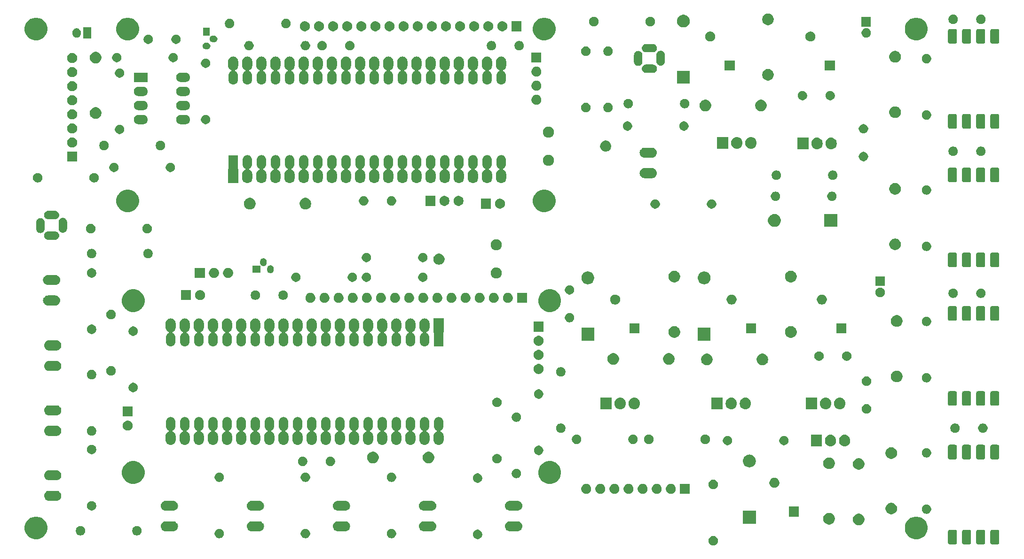
<source format=gbr>
G04 #@! TF.GenerationSoftware,KiCad,Pcbnew,(5.1.5-0-10_14)*
G04 #@! TF.CreationDate,2020-05-09T23:21:01+02:00*
G04 #@! TF.ProjectId,Main_Board_v1_2,4d61696e-5f42-46f6-9172-645f76315f32,rev?*
G04 #@! TF.SameCoordinates,Original*
G04 #@! TF.FileFunction,Soldermask,Top*
G04 #@! TF.FilePolarity,Negative*
%FSLAX46Y46*%
G04 Gerber Fmt 4.6, Leading zero omitted, Abs format (unit mm)*
G04 Created by KiCad (PCBNEW (5.1.5-0-10_14)) date 2020-05-09 23:21:01*
%MOMM*%
%LPD*%
G04 APERTURE LIST*
%ADD10C,0.100000*%
G04 APERTURE END LIST*
D10*
G36*
X153556082Y-128351086D02*
G01*
X153710954Y-128415236D01*
X153850335Y-128508368D01*
X153968869Y-128626902D01*
X154062001Y-128766283D01*
X154126151Y-128921155D01*
X154158854Y-129085567D01*
X154158854Y-129253199D01*
X154126151Y-129417611D01*
X154062001Y-129572483D01*
X153968869Y-129711864D01*
X153850335Y-129830398D01*
X153710954Y-129923530D01*
X153556082Y-129987680D01*
X153391670Y-130020383D01*
X153224038Y-130020383D01*
X153059626Y-129987680D01*
X152904754Y-129923530D01*
X152765373Y-129830398D01*
X152646839Y-129711864D01*
X152553707Y-129572483D01*
X152489557Y-129417611D01*
X152456854Y-129253199D01*
X152456854Y-129085567D01*
X152489557Y-128921155D01*
X152553707Y-128766283D01*
X152646839Y-128626902D01*
X152765373Y-128508368D01*
X152904754Y-128415236D01*
X153059626Y-128351086D01*
X153224038Y-128318383D01*
X153391670Y-128318383D01*
X153556082Y-128351086D01*
G37*
G36*
X204545847Y-127190086D02*
G01*
X204610265Y-127209627D01*
X204669635Y-127241361D01*
X204721671Y-127284066D01*
X204764376Y-127336102D01*
X204796110Y-127395472D01*
X204815651Y-127459890D01*
X204822854Y-127533023D01*
X204822854Y-129474743D01*
X204815651Y-129547876D01*
X204796110Y-129612294D01*
X204764376Y-129671664D01*
X204721671Y-129723700D01*
X204669635Y-129766405D01*
X204610265Y-129798139D01*
X204545847Y-129817680D01*
X204472714Y-129824883D01*
X203546994Y-129824883D01*
X203473861Y-129817680D01*
X203409443Y-129798139D01*
X203350073Y-129766405D01*
X203298037Y-129723700D01*
X203255332Y-129671664D01*
X203223598Y-129612294D01*
X203204057Y-129547876D01*
X203196854Y-129474743D01*
X203196854Y-127533023D01*
X203204057Y-127459890D01*
X203223598Y-127395472D01*
X203255332Y-127336102D01*
X203298037Y-127284066D01*
X203350073Y-127241361D01*
X203409443Y-127209627D01*
X203473861Y-127190086D01*
X203546994Y-127182883D01*
X204472714Y-127182883D01*
X204545847Y-127190086D01*
G37*
G36*
X202005847Y-127190086D02*
G01*
X202070265Y-127209627D01*
X202129635Y-127241361D01*
X202181671Y-127284066D01*
X202224376Y-127336102D01*
X202256110Y-127395472D01*
X202275651Y-127459890D01*
X202282854Y-127533023D01*
X202282854Y-129474743D01*
X202275651Y-129547876D01*
X202256110Y-129612294D01*
X202224376Y-129671664D01*
X202181671Y-129723700D01*
X202129635Y-129766405D01*
X202070265Y-129798139D01*
X202005847Y-129817680D01*
X201932714Y-129824883D01*
X201006994Y-129824883D01*
X200933861Y-129817680D01*
X200869443Y-129798139D01*
X200810073Y-129766405D01*
X200758037Y-129723700D01*
X200715332Y-129671664D01*
X200683598Y-129612294D01*
X200664057Y-129547876D01*
X200656854Y-129474743D01*
X200656854Y-127533023D01*
X200664057Y-127459890D01*
X200683598Y-127395472D01*
X200715332Y-127336102D01*
X200758037Y-127284066D01*
X200810073Y-127241361D01*
X200869443Y-127209627D01*
X200933861Y-127190086D01*
X201006994Y-127182883D01*
X201932714Y-127182883D01*
X202005847Y-127190086D01*
G37*
G36*
X199465847Y-127190086D02*
G01*
X199530265Y-127209627D01*
X199589635Y-127241361D01*
X199641671Y-127284066D01*
X199684376Y-127336102D01*
X199716110Y-127395472D01*
X199735651Y-127459890D01*
X199742854Y-127533023D01*
X199742854Y-129474743D01*
X199735651Y-129547876D01*
X199716110Y-129612294D01*
X199684376Y-129671664D01*
X199641671Y-129723700D01*
X199589635Y-129766405D01*
X199530265Y-129798139D01*
X199465847Y-129817680D01*
X199392714Y-129824883D01*
X198466994Y-129824883D01*
X198393861Y-129817680D01*
X198329443Y-129798139D01*
X198270073Y-129766405D01*
X198218037Y-129723700D01*
X198175332Y-129671664D01*
X198143598Y-129612294D01*
X198124057Y-129547876D01*
X198116854Y-129474743D01*
X198116854Y-127533023D01*
X198124057Y-127459890D01*
X198143598Y-127395472D01*
X198175332Y-127336102D01*
X198218037Y-127284066D01*
X198270073Y-127241361D01*
X198329443Y-127209627D01*
X198393861Y-127190086D01*
X198466994Y-127182883D01*
X199392714Y-127182883D01*
X199465847Y-127190086D01*
G37*
G36*
X196925847Y-127190086D02*
G01*
X196990265Y-127209627D01*
X197049635Y-127241361D01*
X197101671Y-127284066D01*
X197144376Y-127336102D01*
X197176110Y-127395472D01*
X197195651Y-127459890D01*
X197202854Y-127533023D01*
X197202854Y-129474743D01*
X197195651Y-129547876D01*
X197176110Y-129612294D01*
X197144376Y-129671664D01*
X197101671Y-129723700D01*
X197049635Y-129766405D01*
X196990265Y-129798139D01*
X196925847Y-129817680D01*
X196852714Y-129824883D01*
X195926994Y-129824883D01*
X195853861Y-129817680D01*
X195789443Y-129798139D01*
X195730073Y-129766405D01*
X195678037Y-129723700D01*
X195635332Y-129671664D01*
X195603598Y-129612294D01*
X195584057Y-129547876D01*
X195576854Y-129474743D01*
X195576854Y-127533023D01*
X195584057Y-127459890D01*
X195603598Y-127395472D01*
X195635332Y-127336102D01*
X195678037Y-127284066D01*
X195730073Y-127241361D01*
X195789443Y-127209627D01*
X195853861Y-127190086D01*
X195926994Y-127182883D01*
X196852714Y-127182883D01*
X196925847Y-127190086D01*
G37*
G36*
X190456108Y-124897201D02*
G01*
X190829365Y-125051809D01*
X190829367Y-125051810D01*
X191165290Y-125276267D01*
X191450970Y-125561947D01*
X191625545Y-125823216D01*
X191675428Y-125897872D01*
X191830036Y-126271129D01*
X191908854Y-126667376D01*
X191908854Y-127071390D01*
X191830036Y-127467637D01*
X191698345Y-127785567D01*
X191675427Y-127840896D01*
X191450970Y-128176819D01*
X191165290Y-128462499D01*
X190829367Y-128686956D01*
X190829366Y-128686957D01*
X190829365Y-128686957D01*
X190456108Y-128841565D01*
X190059861Y-128920383D01*
X189655847Y-128920383D01*
X189259600Y-128841565D01*
X188886343Y-128686957D01*
X188886342Y-128686957D01*
X188886341Y-128686956D01*
X188550418Y-128462499D01*
X188264738Y-128176819D01*
X188040281Y-127840896D01*
X188017363Y-127785567D01*
X187885672Y-127467637D01*
X187806854Y-127071390D01*
X187806854Y-126667376D01*
X187885672Y-126271129D01*
X188040280Y-125897872D01*
X188090164Y-125823216D01*
X188264738Y-125561947D01*
X188550418Y-125276267D01*
X188886341Y-125051810D01*
X188886343Y-125051809D01*
X189259600Y-124897201D01*
X189655847Y-124818383D01*
X190059861Y-124818383D01*
X190456108Y-124897201D01*
G37*
G36*
X31956108Y-124897201D02*
G01*
X32329365Y-125051809D01*
X32329367Y-125051810D01*
X32665290Y-125276267D01*
X32950970Y-125561947D01*
X33125545Y-125823216D01*
X33175428Y-125897872D01*
X33330036Y-126271129D01*
X33408854Y-126667376D01*
X33408854Y-127071390D01*
X33330036Y-127467637D01*
X33198345Y-127785567D01*
X33175427Y-127840896D01*
X32950970Y-128176819D01*
X32665290Y-128462499D01*
X32329367Y-128686956D01*
X32329366Y-128686957D01*
X32329365Y-128686957D01*
X31956108Y-128841565D01*
X31559861Y-128920383D01*
X31155847Y-128920383D01*
X30759600Y-128841565D01*
X30386343Y-128686957D01*
X30386342Y-128686957D01*
X30386341Y-128686956D01*
X30050418Y-128462499D01*
X29764738Y-128176819D01*
X29540281Y-127840896D01*
X29517363Y-127785567D01*
X29385672Y-127467637D01*
X29306854Y-127071390D01*
X29306854Y-126667376D01*
X29385672Y-126271129D01*
X29540280Y-125897872D01*
X29590164Y-125823216D01*
X29764738Y-125561947D01*
X30050418Y-125276267D01*
X30386341Y-125051810D01*
X30386343Y-125051809D01*
X30759600Y-124897201D01*
X31155847Y-124818383D01*
X31559861Y-124818383D01*
X31956108Y-124897201D01*
G37*
G36*
X111106082Y-127211086D02*
G01*
X111260954Y-127275236D01*
X111400335Y-127368368D01*
X111518869Y-127486902D01*
X111612001Y-127626283D01*
X111676151Y-127781155D01*
X111708854Y-127945567D01*
X111708854Y-128113199D01*
X111676151Y-128277611D01*
X111612001Y-128432483D01*
X111518869Y-128571864D01*
X111400335Y-128690398D01*
X111260954Y-128783530D01*
X111106082Y-128847680D01*
X110941670Y-128880383D01*
X110774038Y-128880383D01*
X110609626Y-128847680D01*
X110454754Y-128783530D01*
X110315373Y-128690398D01*
X110196839Y-128571864D01*
X110103707Y-128432483D01*
X110039557Y-128277611D01*
X110006854Y-128113199D01*
X110006854Y-127945567D01*
X110039557Y-127781155D01*
X110103707Y-127626283D01*
X110196839Y-127486902D01*
X110315373Y-127368368D01*
X110454754Y-127275236D01*
X110609626Y-127211086D01*
X110774038Y-127178383D01*
X110941670Y-127178383D01*
X111106082Y-127211086D01*
G37*
G36*
X95606082Y-127051086D02*
G01*
X95760954Y-127115236D01*
X95900335Y-127208368D01*
X96018869Y-127326902D01*
X96112001Y-127466283D01*
X96176151Y-127621155D01*
X96208854Y-127785567D01*
X96208854Y-127953199D01*
X96176151Y-128117611D01*
X96112001Y-128272483D01*
X96018869Y-128411864D01*
X95900335Y-128530398D01*
X95760954Y-128623530D01*
X95606082Y-128687680D01*
X95441670Y-128720383D01*
X95274038Y-128720383D01*
X95109626Y-128687680D01*
X94954754Y-128623530D01*
X94815373Y-128530398D01*
X94696839Y-128411864D01*
X94603707Y-128272483D01*
X94539557Y-128117611D01*
X94506854Y-127953199D01*
X94506854Y-127785567D01*
X94539557Y-127621155D01*
X94603707Y-127466283D01*
X94696839Y-127326902D01*
X94815373Y-127208368D01*
X94954754Y-127115236D01*
X95109626Y-127051086D01*
X95274038Y-127018383D01*
X95441670Y-127018383D01*
X95606082Y-127051086D01*
G37*
G36*
X80106082Y-127051086D02*
G01*
X80260954Y-127115236D01*
X80400335Y-127208368D01*
X80518869Y-127326902D01*
X80612001Y-127466283D01*
X80676151Y-127621155D01*
X80708854Y-127785567D01*
X80708854Y-127953199D01*
X80676151Y-128117611D01*
X80612001Y-128272483D01*
X80518869Y-128411864D01*
X80400335Y-128530398D01*
X80260954Y-128623530D01*
X80106082Y-128687680D01*
X79941670Y-128720383D01*
X79774038Y-128720383D01*
X79609626Y-128687680D01*
X79454754Y-128623530D01*
X79315373Y-128530398D01*
X79196839Y-128411864D01*
X79103707Y-128272483D01*
X79039557Y-128117611D01*
X79006854Y-127953199D01*
X79006854Y-127785567D01*
X79039557Y-127621155D01*
X79103707Y-127466283D01*
X79196839Y-127326902D01*
X79315373Y-127208368D01*
X79454754Y-127115236D01*
X79609626Y-127051086D01*
X79774038Y-127018383D01*
X79941670Y-127018383D01*
X80106082Y-127051086D01*
G37*
G36*
X64606082Y-127051086D02*
G01*
X64760954Y-127115236D01*
X64900335Y-127208368D01*
X65018869Y-127326902D01*
X65112001Y-127466283D01*
X65176151Y-127621155D01*
X65208854Y-127785567D01*
X65208854Y-127953199D01*
X65176151Y-128117611D01*
X65112001Y-128272483D01*
X65018869Y-128411864D01*
X64900335Y-128530398D01*
X64760954Y-128623530D01*
X64606082Y-128687680D01*
X64441670Y-128720383D01*
X64274038Y-128720383D01*
X64109626Y-128687680D01*
X63954754Y-128623530D01*
X63815373Y-128530398D01*
X63696839Y-128411864D01*
X63603707Y-128272483D01*
X63539557Y-128117611D01*
X63506854Y-127953199D01*
X63506854Y-127785567D01*
X63539557Y-127621155D01*
X63603707Y-127466283D01*
X63696839Y-127326902D01*
X63815373Y-127208368D01*
X63954754Y-127115236D01*
X64109626Y-127051086D01*
X64274038Y-127018383D01*
X64441670Y-127018383D01*
X64606082Y-127051086D01*
G37*
G36*
X49766082Y-126551086D02*
G01*
X49920954Y-126615236D01*
X50060335Y-126708368D01*
X50178869Y-126826902D01*
X50272001Y-126966283D01*
X50336151Y-127121155D01*
X50368854Y-127285567D01*
X50368854Y-127453199D01*
X50336151Y-127617611D01*
X50272001Y-127772483D01*
X50178869Y-127911864D01*
X50060335Y-128030398D01*
X49920954Y-128123530D01*
X49766082Y-128187680D01*
X49601670Y-128220383D01*
X49434038Y-128220383D01*
X49269626Y-128187680D01*
X49114754Y-128123530D01*
X48975373Y-128030398D01*
X48856839Y-127911864D01*
X48763707Y-127772483D01*
X48699557Y-127617611D01*
X48666854Y-127453199D01*
X48666854Y-127285567D01*
X48699557Y-127121155D01*
X48763707Y-126966283D01*
X48856839Y-126826902D01*
X48975373Y-126708368D01*
X49114754Y-126615236D01*
X49269626Y-126551086D01*
X49434038Y-126518383D01*
X49601670Y-126518383D01*
X49766082Y-126551086D01*
G37*
G36*
X39606082Y-126551086D02*
G01*
X39760954Y-126615236D01*
X39900335Y-126708368D01*
X40018869Y-126826902D01*
X40112001Y-126966283D01*
X40176151Y-127121155D01*
X40208854Y-127285567D01*
X40208854Y-127453199D01*
X40176151Y-127617611D01*
X40112001Y-127772483D01*
X40018869Y-127911864D01*
X39900335Y-128030398D01*
X39760954Y-128123530D01*
X39606082Y-128187680D01*
X39441670Y-128220383D01*
X39274038Y-128220383D01*
X39109626Y-128187680D01*
X38954754Y-128123530D01*
X38815373Y-128030398D01*
X38696839Y-127911864D01*
X38603707Y-127772483D01*
X38539557Y-127617611D01*
X38506854Y-127453199D01*
X38506854Y-127285567D01*
X38539557Y-127121155D01*
X38603707Y-126966283D01*
X38696839Y-126826902D01*
X38815373Y-126708368D01*
X38954754Y-126615236D01*
X39109626Y-126551086D01*
X39274038Y-126518383D01*
X39441670Y-126518383D01*
X39606082Y-126551086D01*
G37*
G36*
X118118296Y-125674901D02*
G01*
X118184481Y-125681420D01*
X118354320Y-125732940D01*
X118510845Y-125816605D01*
X118546583Y-125845935D01*
X118648040Y-125929197D01*
X118702334Y-125995356D01*
X118760632Y-126066392D01*
X118844297Y-126222917D01*
X118895817Y-126392756D01*
X118913213Y-126569383D01*
X118895817Y-126746010D01*
X118844297Y-126915849D01*
X118760632Y-127072374D01*
X118731302Y-127108112D01*
X118648040Y-127209569D01*
X118546583Y-127292831D01*
X118510845Y-127322161D01*
X118354320Y-127405826D01*
X118184481Y-127457346D01*
X118118297Y-127463864D01*
X118052114Y-127470383D01*
X116663594Y-127470383D01*
X116597411Y-127463864D01*
X116531227Y-127457346D01*
X116361388Y-127405826D01*
X116204863Y-127322161D01*
X116169125Y-127292831D01*
X116067668Y-127209569D01*
X115984406Y-127108112D01*
X115955076Y-127072374D01*
X115871411Y-126915849D01*
X115819891Y-126746010D01*
X115802495Y-126569383D01*
X115819891Y-126392756D01*
X115871411Y-126222917D01*
X115955076Y-126066392D01*
X116013374Y-125995356D01*
X116067668Y-125929197D01*
X116169125Y-125845935D01*
X116204863Y-125816605D01*
X116361388Y-125732940D01*
X116531227Y-125681420D01*
X116597412Y-125674901D01*
X116663594Y-125668383D01*
X118052114Y-125668383D01*
X118118296Y-125674901D01*
G37*
G36*
X56118296Y-125674901D02*
G01*
X56184481Y-125681420D01*
X56354320Y-125732940D01*
X56510845Y-125816605D01*
X56546583Y-125845935D01*
X56648040Y-125929197D01*
X56702334Y-125995356D01*
X56760632Y-126066392D01*
X56844297Y-126222917D01*
X56895817Y-126392756D01*
X56913213Y-126569383D01*
X56895817Y-126746010D01*
X56844297Y-126915849D01*
X56760632Y-127072374D01*
X56731302Y-127108112D01*
X56648040Y-127209569D01*
X56546583Y-127292831D01*
X56510845Y-127322161D01*
X56354320Y-127405826D01*
X56184481Y-127457346D01*
X56118297Y-127463864D01*
X56052114Y-127470383D01*
X54663594Y-127470383D01*
X54597411Y-127463864D01*
X54531227Y-127457346D01*
X54361388Y-127405826D01*
X54204863Y-127322161D01*
X54169125Y-127292831D01*
X54067668Y-127209569D01*
X53984406Y-127108112D01*
X53955076Y-127072374D01*
X53871411Y-126915849D01*
X53819891Y-126746010D01*
X53802495Y-126569383D01*
X53819891Y-126392756D01*
X53871411Y-126222917D01*
X53955076Y-126066392D01*
X54013374Y-125995356D01*
X54067668Y-125929197D01*
X54169125Y-125845935D01*
X54204863Y-125816605D01*
X54361388Y-125732940D01*
X54531227Y-125681420D01*
X54597412Y-125674901D01*
X54663594Y-125668383D01*
X56052114Y-125668383D01*
X56118296Y-125674901D01*
G37*
G36*
X71618296Y-125674901D02*
G01*
X71684481Y-125681420D01*
X71854320Y-125732940D01*
X72010845Y-125816605D01*
X72046583Y-125845935D01*
X72148040Y-125929197D01*
X72202334Y-125995356D01*
X72260632Y-126066392D01*
X72344297Y-126222917D01*
X72395817Y-126392756D01*
X72413213Y-126569383D01*
X72395817Y-126746010D01*
X72344297Y-126915849D01*
X72260632Y-127072374D01*
X72231302Y-127108112D01*
X72148040Y-127209569D01*
X72046583Y-127292831D01*
X72010845Y-127322161D01*
X71854320Y-127405826D01*
X71684481Y-127457346D01*
X71618297Y-127463864D01*
X71552114Y-127470383D01*
X70163594Y-127470383D01*
X70097411Y-127463864D01*
X70031227Y-127457346D01*
X69861388Y-127405826D01*
X69704863Y-127322161D01*
X69669125Y-127292831D01*
X69567668Y-127209569D01*
X69484406Y-127108112D01*
X69455076Y-127072374D01*
X69371411Y-126915849D01*
X69319891Y-126746010D01*
X69302495Y-126569383D01*
X69319891Y-126392756D01*
X69371411Y-126222917D01*
X69455076Y-126066392D01*
X69513374Y-125995356D01*
X69567668Y-125929197D01*
X69669125Y-125845935D01*
X69704863Y-125816605D01*
X69861388Y-125732940D01*
X70031227Y-125681420D01*
X70097412Y-125674901D01*
X70163594Y-125668383D01*
X71552114Y-125668383D01*
X71618296Y-125674901D01*
G37*
G36*
X87118296Y-125674901D02*
G01*
X87184481Y-125681420D01*
X87354320Y-125732940D01*
X87510845Y-125816605D01*
X87546583Y-125845935D01*
X87648040Y-125929197D01*
X87702334Y-125995356D01*
X87760632Y-126066392D01*
X87844297Y-126222917D01*
X87895817Y-126392756D01*
X87913213Y-126569383D01*
X87895817Y-126746010D01*
X87844297Y-126915849D01*
X87760632Y-127072374D01*
X87731302Y-127108112D01*
X87648040Y-127209569D01*
X87546583Y-127292831D01*
X87510845Y-127322161D01*
X87354320Y-127405826D01*
X87184481Y-127457346D01*
X87118297Y-127463864D01*
X87052114Y-127470383D01*
X85663594Y-127470383D01*
X85597411Y-127463864D01*
X85531227Y-127457346D01*
X85361388Y-127405826D01*
X85204863Y-127322161D01*
X85169125Y-127292831D01*
X85067668Y-127209569D01*
X84984406Y-127108112D01*
X84955076Y-127072374D01*
X84871411Y-126915849D01*
X84819891Y-126746010D01*
X84802495Y-126569383D01*
X84819891Y-126392756D01*
X84871411Y-126222917D01*
X84955076Y-126066392D01*
X85013374Y-125995356D01*
X85067668Y-125929197D01*
X85169125Y-125845935D01*
X85204863Y-125816605D01*
X85361388Y-125732940D01*
X85531227Y-125681420D01*
X85597412Y-125674901D01*
X85663594Y-125668383D01*
X87052114Y-125668383D01*
X87118296Y-125674901D01*
G37*
G36*
X102618296Y-125674901D02*
G01*
X102684481Y-125681420D01*
X102854320Y-125732940D01*
X103010845Y-125816605D01*
X103046583Y-125845935D01*
X103148040Y-125929197D01*
X103202334Y-125995356D01*
X103260632Y-126066392D01*
X103344297Y-126222917D01*
X103395817Y-126392756D01*
X103413213Y-126569383D01*
X103395817Y-126746010D01*
X103344297Y-126915849D01*
X103260632Y-127072374D01*
X103231302Y-127108112D01*
X103148040Y-127209569D01*
X103046583Y-127292831D01*
X103010845Y-127322161D01*
X102854320Y-127405826D01*
X102684481Y-127457346D01*
X102618297Y-127463864D01*
X102552114Y-127470383D01*
X101163594Y-127470383D01*
X101097411Y-127463864D01*
X101031227Y-127457346D01*
X100861388Y-127405826D01*
X100704863Y-127322161D01*
X100669125Y-127292831D01*
X100567668Y-127209569D01*
X100484406Y-127108112D01*
X100455076Y-127072374D01*
X100371411Y-126915849D01*
X100319891Y-126746010D01*
X100302495Y-126569383D01*
X100319891Y-126392756D01*
X100371411Y-126222917D01*
X100455076Y-126066392D01*
X100513374Y-125995356D01*
X100567668Y-125929197D01*
X100669125Y-125845935D01*
X100704863Y-125816605D01*
X100861388Y-125732940D01*
X101031227Y-125681420D01*
X101097412Y-125674901D01*
X101163594Y-125668383D01*
X102552114Y-125668383D01*
X102618296Y-125674901D01*
G37*
G36*
X179810418Y-124314772D02*
G01*
X180001687Y-124393998D01*
X180001689Y-124393999D01*
X180041175Y-124420383D01*
X180173827Y-124509018D01*
X180320219Y-124655410D01*
X180435239Y-124827550D01*
X180514465Y-125018819D01*
X180554854Y-125221867D01*
X180554854Y-125428899D01*
X180514465Y-125631947D01*
X180487844Y-125696216D01*
X180435238Y-125823218D01*
X180320219Y-125995356D01*
X180173827Y-126141748D01*
X180001689Y-126256767D01*
X180001688Y-126256768D01*
X180001687Y-126256768D01*
X179810418Y-126335994D01*
X179607370Y-126376383D01*
X179400338Y-126376383D01*
X179197290Y-126335994D01*
X179006021Y-126256768D01*
X179006020Y-126256768D01*
X179006019Y-126256767D01*
X178833881Y-126141748D01*
X178687489Y-125995356D01*
X178572470Y-125823218D01*
X178519864Y-125696216D01*
X178493243Y-125631947D01*
X178452854Y-125428899D01*
X178452854Y-125221867D01*
X178493243Y-125018819D01*
X178572469Y-124827550D01*
X178687489Y-124655410D01*
X178833881Y-124509018D01*
X178966533Y-124420383D01*
X179006019Y-124393999D01*
X179006021Y-124393998D01*
X179197290Y-124314772D01*
X179400338Y-124274383D01*
X179607370Y-124274383D01*
X179810418Y-124314772D01*
G37*
G36*
X174476418Y-124187772D02*
G01*
X174667687Y-124266998D01*
X174667689Y-124266999D01*
X174839827Y-124382018D01*
X174986219Y-124528410D01*
X175071078Y-124655410D01*
X175101239Y-124700550D01*
X175180465Y-124891819D01*
X175220854Y-125094867D01*
X175220854Y-125301899D01*
X175180465Y-125504947D01*
X175101239Y-125696216D01*
X175101238Y-125696218D01*
X174986219Y-125868356D01*
X174839827Y-126014748D01*
X174667689Y-126129767D01*
X174667688Y-126129768D01*
X174667687Y-126129768D01*
X174476418Y-126208994D01*
X174273370Y-126249383D01*
X174066338Y-126249383D01*
X173863290Y-126208994D01*
X173672021Y-126129768D01*
X173672020Y-126129768D01*
X173672019Y-126129767D01*
X173499881Y-126014748D01*
X173353489Y-125868356D01*
X173238470Y-125696218D01*
X173238469Y-125696216D01*
X173159243Y-125504947D01*
X173118854Y-125301899D01*
X173118854Y-125094867D01*
X173159243Y-124891819D01*
X173238469Y-124700550D01*
X173268631Y-124655410D01*
X173353489Y-124528410D01*
X173499881Y-124382018D01*
X173672019Y-124266999D01*
X173672021Y-124266998D01*
X173863290Y-124187772D01*
X174066338Y-124147383D01*
X174273370Y-124147383D01*
X174476418Y-124187772D01*
G37*
G36*
X160969854Y-126095383D02*
G01*
X158667854Y-126095383D01*
X158667854Y-123793383D01*
X160969854Y-123793383D01*
X160969854Y-126095383D01*
G37*
G36*
X168720854Y-124829383D02*
G01*
X166918854Y-124829383D01*
X166918854Y-123027383D01*
X168720854Y-123027383D01*
X168720854Y-124829383D01*
G37*
G36*
X185664418Y-122358772D02*
G01*
X185855687Y-122437998D01*
X185855689Y-122437999D01*
X185898019Y-122466283D01*
X186027827Y-122553018D01*
X186174219Y-122699410D01*
X186289239Y-122871550D01*
X186368465Y-123062819D01*
X186408854Y-123265867D01*
X186408854Y-123472899D01*
X186368465Y-123675947D01*
X186289239Y-123867216D01*
X186289238Y-123867218D01*
X186174219Y-124039356D01*
X186027827Y-124185748D01*
X185855689Y-124300767D01*
X185855688Y-124300768D01*
X185855687Y-124300768D01*
X185664418Y-124379994D01*
X185461370Y-124420383D01*
X185254338Y-124420383D01*
X185051290Y-124379994D01*
X184860021Y-124300768D01*
X184860020Y-124300768D01*
X184860019Y-124300767D01*
X184687881Y-124185748D01*
X184541489Y-124039356D01*
X184426470Y-123867218D01*
X184426469Y-123867216D01*
X184347243Y-123675947D01*
X184306854Y-123472899D01*
X184306854Y-123265867D01*
X184347243Y-123062819D01*
X184426469Y-122871550D01*
X184541489Y-122699410D01*
X184687881Y-122553018D01*
X184817689Y-122466283D01*
X184860019Y-122437999D01*
X184860021Y-122437998D01*
X185051290Y-122358772D01*
X185254338Y-122318383D01*
X185461370Y-122318383D01*
X185664418Y-122358772D01*
G37*
G36*
X191956082Y-122651086D02*
G01*
X192110954Y-122715236D01*
X192250335Y-122808368D01*
X192368869Y-122926902D01*
X192462001Y-123066283D01*
X192526151Y-123221155D01*
X192558854Y-123385567D01*
X192558854Y-123553199D01*
X192526151Y-123717611D01*
X192462001Y-123872483D01*
X192368869Y-124011864D01*
X192250335Y-124130398D01*
X192110954Y-124223530D01*
X191956082Y-124287680D01*
X191791670Y-124320383D01*
X191624038Y-124320383D01*
X191459626Y-124287680D01*
X191304754Y-124223530D01*
X191165373Y-124130398D01*
X191046839Y-124011864D01*
X190953707Y-123872483D01*
X190889557Y-123717611D01*
X190856854Y-123553199D01*
X190856854Y-123385567D01*
X190889557Y-123221155D01*
X190953707Y-123066283D01*
X191046839Y-122926902D01*
X191165373Y-122808368D01*
X191304754Y-122715236D01*
X191459626Y-122651086D01*
X191624038Y-122618383D01*
X191791670Y-122618383D01*
X191956082Y-122651086D01*
G37*
G36*
X118118296Y-121974901D02*
G01*
X118184481Y-121981420D01*
X118354320Y-122032940D01*
X118510845Y-122116605D01*
X118546583Y-122145935D01*
X118648040Y-122229197D01*
X118721232Y-122318383D01*
X118760632Y-122366392D01*
X118844297Y-122522917D01*
X118895817Y-122692756D01*
X118913213Y-122869383D01*
X118895817Y-123046010D01*
X118844297Y-123215849D01*
X118760632Y-123372374D01*
X118731302Y-123408112D01*
X118648040Y-123509569D01*
X118546583Y-123592831D01*
X118510845Y-123622161D01*
X118354320Y-123705826D01*
X118184481Y-123757346D01*
X118118297Y-123763864D01*
X118052114Y-123770383D01*
X116663594Y-123770383D01*
X116597411Y-123763864D01*
X116531227Y-123757346D01*
X116361388Y-123705826D01*
X116204863Y-123622161D01*
X116169125Y-123592831D01*
X116067668Y-123509569D01*
X115984406Y-123408112D01*
X115955076Y-123372374D01*
X115871411Y-123215849D01*
X115819891Y-123046010D01*
X115802495Y-122869383D01*
X115819891Y-122692756D01*
X115871411Y-122522917D01*
X115955076Y-122366392D01*
X115994476Y-122318383D01*
X116067668Y-122229197D01*
X116169125Y-122145935D01*
X116204863Y-122116605D01*
X116361388Y-122032940D01*
X116531227Y-121981420D01*
X116597412Y-121974901D01*
X116663594Y-121968383D01*
X118052114Y-121968383D01*
X118118296Y-121974901D01*
G37*
G36*
X71618296Y-121974901D02*
G01*
X71684481Y-121981420D01*
X71854320Y-122032940D01*
X72010845Y-122116605D01*
X72046583Y-122145935D01*
X72148040Y-122229197D01*
X72221232Y-122318383D01*
X72260632Y-122366392D01*
X72344297Y-122522917D01*
X72395817Y-122692756D01*
X72413213Y-122869383D01*
X72395817Y-123046010D01*
X72344297Y-123215849D01*
X72260632Y-123372374D01*
X72231302Y-123408112D01*
X72148040Y-123509569D01*
X72046583Y-123592831D01*
X72010845Y-123622161D01*
X71854320Y-123705826D01*
X71684481Y-123757346D01*
X71618297Y-123763864D01*
X71552114Y-123770383D01*
X70163594Y-123770383D01*
X70097411Y-123763864D01*
X70031227Y-123757346D01*
X69861388Y-123705826D01*
X69704863Y-123622161D01*
X69669125Y-123592831D01*
X69567668Y-123509569D01*
X69484406Y-123408112D01*
X69455076Y-123372374D01*
X69371411Y-123215849D01*
X69319891Y-123046010D01*
X69302495Y-122869383D01*
X69319891Y-122692756D01*
X69371411Y-122522917D01*
X69455076Y-122366392D01*
X69494476Y-122318383D01*
X69567668Y-122229197D01*
X69669125Y-122145935D01*
X69704863Y-122116605D01*
X69861388Y-122032940D01*
X70031227Y-121981420D01*
X70097412Y-121974901D01*
X70163594Y-121968383D01*
X71552114Y-121968383D01*
X71618296Y-121974901D01*
G37*
G36*
X102618296Y-121974901D02*
G01*
X102684481Y-121981420D01*
X102854320Y-122032940D01*
X103010845Y-122116605D01*
X103046583Y-122145935D01*
X103148040Y-122229197D01*
X103221232Y-122318383D01*
X103260632Y-122366392D01*
X103344297Y-122522917D01*
X103395817Y-122692756D01*
X103413213Y-122869383D01*
X103395817Y-123046010D01*
X103344297Y-123215849D01*
X103260632Y-123372374D01*
X103231302Y-123408112D01*
X103148040Y-123509569D01*
X103046583Y-123592831D01*
X103010845Y-123622161D01*
X102854320Y-123705826D01*
X102684481Y-123757346D01*
X102618297Y-123763864D01*
X102552114Y-123770383D01*
X101163594Y-123770383D01*
X101097411Y-123763864D01*
X101031227Y-123757346D01*
X100861388Y-123705826D01*
X100704863Y-123622161D01*
X100669125Y-123592831D01*
X100567668Y-123509569D01*
X100484406Y-123408112D01*
X100455076Y-123372374D01*
X100371411Y-123215849D01*
X100319891Y-123046010D01*
X100302495Y-122869383D01*
X100319891Y-122692756D01*
X100371411Y-122522917D01*
X100455076Y-122366392D01*
X100494476Y-122318383D01*
X100567668Y-122229197D01*
X100669125Y-122145935D01*
X100704863Y-122116605D01*
X100861388Y-122032940D01*
X101031227Y-121981420D01*
X101097412Y-121974901D01*
X101163594Y-121968383D01*
X102552114Y-121968383D01*
X102618296Y-121974901D01*
G37*
G36*
X87118296Y-121974901D02*
G01*
X87184481Y-121981420D01*
X87354320Y-122032940D01*
X87510845Y-122116605D01*
X87546583Y-122145935D01*
X87648040Y-122229197D01*
X87721232Y-122318383D01*
X87760632Y-122366392D01*
X87844297Y-122522917D01*
X87895817Y-122692756D01*
X87913213Y-122869383D01*
X87895817Y-123046010D01*
X87844297Y-123215849D01*
X87760632Y-123372374D01*
X87731302Y-123408112D01*
X87648040Y-123509569D01*
X87546583Y-123592831D01*
X87510845Y-123622161D01*
X87354320Y-123705826D01*
X87184481Y-123757346D01*
X87118297Y-123763864D01*
X87052114Y-123770383D01*
X85663594Y-123770383D01*
X85597411Y-123763864D01*
X85531227Y-123757346D01*
X85361388Y-123705826D01*
X85204863Y-123622161D01*
X85169125Y-123592831D01*
X85067668Y-123509569D01*
X84984406Y-123408112D01*
X84955076Y-123372374D01*
X84871411Y-123215849D01*
X84819891Y-123046010D01*
X84802495Y-122869383D01*
X84819891Y-122692756D01*
X84871411Y-122522917D01*
X84955076Y-122366392D01*
X84994476Y-122318383D01*
X85067668Y-122229197D01*
X85169125Y-122145935D01*
X85204863Y-122116605D01*
X85361388Y-122032940D01*
X85531227Y-121981420D01*
X85597412Y-121974901D01*
X85663594Y-121968383D01*
X87052114Y-121968383D01*
X87118296Y-121974901D01*
G37*
G36*
X56118296Y-121974901D02*
G01*
X56184481Y-121981420D01*
X56354320Y-122032940D01*
X56510845Y-122116605D01*
X56546583Y-122145935D01*
X56648040Y-122229197D01*
X56721232Y-122318383D01*
X56760632Y-122366392D01*
X56844297Y-122522917D01*
X56895817Y-122692756D01*
X56913213Y-122869383D01*
X56895817Y-123046010D01*
X56844297Y-123215849D01*
X56760632Y-123372374D01*
X56731302Y-123408112D01*
X56648040Y-123509569D01*
X56546583Y-123592831D01*
X56510845Y-123622161D01*
X56354320Y-123705826D01*
X56184481Y-123757346D01*
X56118297Y-123763864D01*
X56052114Y-123770383D01*
X54663594Y-123770383D01*
X54597411Y-123763864D01*
X54531227Y-123757346D01*
X54361388Y-123705826D01*
X54204863Y-123622161D01*
X54169125Y-123592831D01*
X54067668Y-123509569D01*
X53984406Y-123408112D01*
X53955076Y-123372374D01*
X53871411Y-123215849D01*
X53819891Y-123046010D01*
X53802495Y-122869383D01*
X53819891Y-122692756D01*
X53871411Y-122522917D01*
X53955076Y-122366392D01*
X53994476Y-122318383D01*
X54067668Y-122229197D01*
X54169125Y-122145935D01*
X54204863Y-122116605D01*
X54361388Y-122032940D01*
X54531227Y-121981420D01*
X54597412Y-121974901D01*
X54663594Y-121968383D01*
X56052114Y-121968383D01*
X56118296Y-121974901D01*
G37*
G36*
X41606082Y-122051086D02*
G01*
X41760954Y-122115236D01*
X41900335Y-122208368D01*
X42018869Y-122326902D01*
X42112001Y-122466283D01*
X42176151Y-122621155D01*
X42208854Y-122785567D01*
X42208854Y-122953199D01*
X42176151Y-123117611D01*
X42112001Y-123272483D01*
X42018869Y-123411864D01*
X41900335Y-123530398D01*
X41760954Y-123623530D01*
X41606082Y-123687680D01*
X41441670Y-123720383D01*
X41274038Y-123720383D01*
X41109626Y-123687680D01*
X40954754Y-123623530D01*
X40815373Y-123530398D01*
X40696839Y-123411864D01*
X40603707Y-123272483D01*
X40539557Y-123117611D01*
X40506854Y-122953199D01*
X40506854Y-122785567D01*
X40539557Y-122621155D01*
X40603707Y-122466283D01*
X40696839Y-122326902D01*
X40815373Y-122208368D01*
X40954754Y-122115236D01*
X41109626Y-122051086D01*
X41274038Y-122018383D01*
X41441670Y-122018383D01*
X41606082Y-122051086D01*
G37*
G36*
X35118297Y-120174902D02*
G01*
X35184481Y-120181420D01*
X35354320Y-120232940D01*
X35510845Y-120316605D01*
X35546583Y-120345935D01*
X35648040Y-120429197D01*
X35721931Y-120519235D01*
X35760632Y-120566392D01*
X35760633Y-120566394D01*
X35824436Y-120685759D01*
X35844297Y-120722917D01*
X35895817Y-120892756D01*
X35913213Y-121069383D01*
X35895817Y-121246010D01*
X35844297Y-121415849D01*
X35760632Y-121572374D01*
X35731302Y-121608112D01*
X35648040Y-121709569D01*
X35546583Y-121792831D01*
X35510845Y-121822161D01*
X35354320Y-121905826D01*
X35184481Y-121957346D01*
X35118296Y-121963865D01*
X35052114Y-121970383D01*
X33663594Y-121970383D01*
X33597412Y-121963865D01*
X33531227Y-121957346D01*
X33361388Y-121905826D01*
X33204863Y-121822161D01*
X33169125Y-121792831D01*
X33067668Y-121709569D01*
X32984406Y-121608112D01*
X32955076Y-121572374D01*
X32871411Y-121415849D01*
X32819891Y-121246010D01*
X32802495Y-121069383D01*
X32819891Y-120892756D01*
X32871411Y-120722917D01*
X32891273Y-120685759D01*
X32955075Y-120566394D01*
X32955076Y-120566392D01*
X32993777Y-120519235D01*
X33067668Y-120429197D01*
X33169125Y-120345935D01*
X33204863Y-120316605D01*
X33361388Y-120232940D01*
X33531227Y-120181420D01*
X33597411Y-120174902D01*
X33663594Y-120168383D01*
X35052114Y-120168383D01*
X35118297Y-120174902D01*
G37*
G36*
X140701366Y-118923310D02*
G01*
X140850666Y-118953007D01*
X141014638Y-119020927D01*
X141162208Y-119119530D01*
X141287707Y-119245029D01*
X141386310Y-119392599D01*
X141454230Y-119556571D01*
X141488854Y-119730642D01*
X141488854Y-119908124D01*
X141454230Y-120082195D01*
X141386310Y-120246167D01*
X141287707Y-120393737D01*
X141162208Y-120519236D01*
X141014638Y-120617839D01*
X140850666Y-120685759D01*
X140701366Y-120715456D01*
X140676596Y-120720383D01*
X140499112Y-120720383D01*
X140474342Y-120715456D01*
X140325042Y-120685759D01*
X140161070Y-120617839D01*
X140013500Y-120519236D01*
X139888001Y-120393737D01*
X139789398Y-120246167D01*
X139721478Y-120082195D01*
X139686854Y-119908124D01*
X139686854Y-119730642D01*
X139721478Y-119556571D01*
X139789398Y-119392599D01*
X139888001Y-119245029D01*
X140013500Y-119119530D01*
X140161070Y-119020927D01*
X140325042Y-118953007D01*
X140474342Y-118923310D01*
X140499112Y-118918383D01*
X140676596Y-118918383D01*
X140701366Y-118923310D01*
G37*
G36*
X143241366Y-118923310D02*
G01*
X143390666Y-118953007D01*
X143554638Y-119020927D01*
X143702208Y-119119530D01*
X143827707Y-119245029D01*
X143926310Y-119392599D01*
X143994230Y-119556571D01*
X144028854Y-119730642D01*
X144028854Y-119908124D01*
X143994230Y-120082195D01*
X143926310Y-120246167D01*
X143827707Y-120393737D01*
X143702208Y-120519236D01*
X143554638Y-120617839D01*
X143390666Y-120685759D01*
X143241366Y-120715456D01*
X143216596Y-120720383D01*
X143039112Y-120720383D01*
X143014342Y-120715456D01*
X142865042Y-120685759D01*
X142701070Y-120617839D01*
X142553500Y-120519236D01*
X142428001Y-120393737D01*
X142329398Y-120246167D01*
X142261478Y-120082195D01*
X142226854Y-119908124D01*
X142226854Y-119730642D01*
X142261478Y-119556571D01*
X142329398Y-119392599D01*
X142428001Y-119245029D01*
X142553500Y-119119530D01*
X142701070Y-119020927D01*
X142865042Y-118953007D01*
X143014342Y-118923310D01*
X143039112Y-118918383D01*
X143216596Y-118918383D01*
X143241366Y-118923310D01*
G37*
G36*
X138161366Y-118923310D02*
G01*
X138310666Y-118953007D01*
X138474638Y-119020927D01*
X138622208Y-119119530D01*
X138747707Y-119245029D01*
X138846310Y-119392599D01*
X138914230Y-119556571D01*
X138948854Y-119730642D01*
X138948854Y-119908124D01*
X138914230Y-120082195D01*
X138846310Y-120246167D01*
X138747707Y-120393737D01*
X138622208Y-120519236D01*
X138474638Y-120617839D01*
X138310666Y-120685759D01*
X138161366Y-120715456D01*
X138136596Y-120720383D01*
X137959112Y-120720383D01*
X137934342Y-120715456D01*
X137785042Y-120685759D01*
X137621070Y-120617839D01*
X137473500Y-120519236D01*
X137348001Y-120393737D01*
X137249398Y-120246167D01*
X137181478Y-120082195D01*
X137146854Y-119908124D01*
X137146854Y-119730642D01*
X137181478Y-119556571D01*
X137249398Y-119392599D01*
X137348001Y-119245029D01*
X137473500Y-119119530D01*
X137621070Y-119020927D01*
X137785042Y-118953007D01*
X137934342Y-118923310D01*
X137959112Y-118918383D01*
X138136596Y-118918383D01*
X138161366Y-118923310D01*
G37*
G36*
X135621366Y-118923310D02*
G01*
X135770666Y-118953007D01*
X135934638Y-119020927D01*
X136082208Y-119119530D01*
X136207707Y-119245029D01*
X136306310Y-119392599D01*
X136374230Y-119556571D01*
X136408854Y-119730642D01*
X136408854Y-119908124D01*
X136374230Y-120082195D01*
X136306310Y-120246167D01*
X136207707Y-120393737D01*
X136082208Y-120519236D01*
X135934638Y-120617839D01*
X135770666Y-120685759D01*
X135621366Y-120715456D01*
X135596596Y-120720383D01*
X135419112Y-120720383D01*
X135394342Y-120715456D01*
X135245042Y-120685759D01*
X135081070Y-120617839D01*
X134933500Y-120519236D01*
X134808001Y-120393737D01*
X134709398Y-120246167D01*
X134641478Y-120082195D01*
X134606854Y-119908124D01*
X134606854Y-119730642D01*
X134641478Y-119556571D01*
X134709398Y-119392599D01*
X134808001Y-119245029D01*
X134933500Y-119119530D01*
X135081070Y-119020927D01*
X135245042Y-118953007D01*
X135394342Y-118923310D01*
X135419112Y-118918383D01*
X135596596Y-118918383D01*
X135621366Y-118923310D01*
G37*
G36*
X133081366Y-118923310D02*
G01*
X133230666Y-118953007D01*
X133394638Y-119020927D01*
X133542208Y-119119530D01*
X133667707Y-119245029D01*
X133766310Y-119392599D01*
X133834230Y-119556571D01*
X133868854Y-119730642D01*
X133868854Y-119908124D01*
X133834230Y-120082195D01*
X133766310Y-120246167D01*
X133667707Y-120393737D01*
X133542208Y-120519236D01*
X133394638Y-120617839D01*
X133230666Y-120685759D01*
X133081366Y-120715456D01*
X133056596Y-120720383D01*
X132879112Y-120720383D01*
X132854342Y-120715456D01*
X132705042Y-120685759D01*
X132541070Y-120617839D01*
X132393500Y-120519236D01*
X132268001Y-120393737D01*
X132169398Y-120246167D01*
X132101478Y-120082195D01*
X132066854Y-119908124D01*
X132066854Y-119730642D01*
X132101478Y-119556571D01*
X132169398Y-119392599D01*
X132268001Y-119245029D01*
X132393500Y-119119530D01*
X132541070Y-119020927D01*
X132705042Y-118953007D01*
X132854342Y-118923310D01*
X132879112Y-118918383D01*
X133056596Y-118918383D01*
X133081366Y-118923310D01*
G37*
G36*
X130541366Y-118923310D02*
G01*
X130690666Y-118953007D01*
X130854638Y-119020927D01*
X131002208Y-119119530D01*
X131127707Y-119245029D01*
X131226310Y-119392599D01*
X131294230Y-119556571D01*
X131328854Y-119730642D01*
X131328854Y-119908124D01*
X131294230Y-120082195D01*
X131226310Y-120246167D01*
X131127707Y-120393737D01*
X131002208Y-120519236D01*
X130854638Y-120617839D01*
X130690666Y-120685759D01*
X130541366Y-120715456D01*
X130516596Y-120720383D01*
X130339112Y-120720383D01*
X130314342Y-120715456D01*
X130165042Y-120685759D01*
X130001070Y-120617839D01*
X129853500Y-120519236D01*
X129728001Y-120393737D01*
X129629398Y-120246167D01*
X129561478Y-120082195D01*
X129526854Y-119908124D01*
X129526854Y-119730642D01*
X129561478Y-119556571D01*
X129629398Y-119392599D01*
X129728001Y-119245029D01*
X129853500Y-119119530D01*
X130001070Y-119020927D01*
X130165042Y-118953007D01*
X130314342Y-118923310D01*
X130339112Y-118918383D01*
X130516596Y-118918383D01*
X130541366Y-118923310D01*
G37*
G36*
X145781366Y-118923310D02*
G01*
X145930666Y-118953007D01*
X146094638Y-119020927D01*
X146242208Y-119119530D01*
X146367707Y-119245029D01*
X146466310Y-119392599D01*
X146534230Y-119556571D01*
X146568854Y-119730642D01*
X146568854Y-119908124D01*
X146534230Y-120082195D01*
X146466310Y-120246167D01*
X146367707Y-120393737D01*
X146242208Y-120519236D01*
X146094638Y-120617839D01*
X145930666Y-120685759D01*
X145781366Y-120715456D01*
X145756596Y-120720383D01*
X145579112Y-120720383D01*
X145554342Y-120715456D01*
X145405042Y-120685759D01*
X145241070Y-120617839D01*
X145093500Y-120519236D01*
X144968001Y-120393737D01*
X144869398Y-120246167D01*
X144801478Y-120082195D01*
X144766854Y-119908124D01*
X144766854Y-119730642D01*
X144801478Y-119556571D01*
X144869398Y-119392599D01*
X144968001Y-119245029D01*
X145093500Y-119119530D01*
X145241070Y-119020927D01*
X145405042Y-118953007D01*
X145554342Y-118923310D01*
X145579112Y-118918383D01*
X145756596Y-118918383D01*
X145781366Y-118923310D01*
G37*
G36*
X149108854Y-120720383D02*
G01*
X147306854Y-120720383D01*
X147306854Y-118918383D01*
X149108854Y-118918383D01*
X149108854Y-120720383D01*
G37*
G36*
X153556082Y-118191086D02*
G01*
X153710954Y-118255236D01*
X153850335Y-118348368D01*
X153968869Y-118466902D01*
X154062001Y-118606283D01*
X154126151Y-118761155D01*
X154158854Y-118925567D01*
X154158854Y-119093199D01*
X154126151Y-119257611D01*
X154062001Y-119412483D01*
X153968869Y-119551864D01*
X153850335Y-119670398D01*
X153710954Y-119763530D01*
X153556082Y-119827680D01*
X153391670Y-119860383D01*
X153224038Y-119860383D01*
X153059626Y-119827680D01*
X152904754Y-119763530D01*
X152765373Y-119670398D01*
X152646839Y-119551864D01*
X152553707Y-119412483D01*
X152489557Y-119257611D01*
X152456854Y-119093199D01*
X152456854Y-118925567D01*
X152489557Y-118761155D01*
X152553707Y-118606283D01*
X152646839Y-118466902D01*
X152765373Y-118348368D01*
X152904754Y-118255236D01*
X153059626Y-118191086D01*
X153224038Y-118158383D01*
X153391670Y-118158383D01*
X153556082Y-118191086D01*
G37*
G36*
X164433366Y-117832310D02*
G01*
X164582666Y-117862007D01*
X164746638Y-117929927D01*
X164894208Y-118028530D01*
X165019707Y-118154029D01*
X165118310Y-118301599D01*
X165186230Y-118465571D01*
X165220854Y-118639642D01*
X165220854Y-118817124D01*
X165186230Y-118991195D01*
X165118310Y-119155167D01*
X165019707Y-119302737D01*
X164894208Y-119428236D01*
X164746638Y-119526839D01*
X164582666Y-119594759D01*
X164433366Y-119624456D01*
X164408596Y-119629383D01*
X164231112Y-119629383D01*
X164206342Y-119624456D01*
X164057042Y-119594759D01*
X163893070Y-119526839D01*
X163745500Y-119428236D01*
X163620001Y-119302737D01*
X163521398Y-119155167D01*
X163453478Y-118991195D01*
X163418854Y-118817124D01*
X163418854Y-118639642D01*
X163453478Y-118465571D01*
X163521398Y-118301599D01*
X163620001Y-118154029D01*
X163745500Y-118028530D01*
X163893070Y-117929927D01*
X164057042Y-117862007D01*
X164206342Y-117832310D01*
X164231112Y-117827383D01*
X164408596Y-117827383D01*
X164433366Y-117832310D01*
G37*
G36*
X124456108Y-114897201D02*
G01*
X124777674Y-115030398D01*
X124829367Y-115051810D01*
X125165290Y-115276267D01*
X125450970Y-115561947D01*
X125625545Y-115823216D01*
X125675428Y-115897872D01*
X125830036Y-116271129D01*
X125908854Y-116667376D01*
X125908854Y-117071390D01*
X125830036Y-117467637D01*
X125698345Y-117785567D01*
X125675427Y-117840896D01*
X125450970Y-118176819D01*
X125165290Y-118462499D01*
X124829367Y-118686956D01*
X124829366Y-118686957D01*
X124829365Y-118686957D01*
X124456108Y-118841565D01*
X124059861Y-118920383D01*
X123655847Y-118920383D01*
X123259600Y-118841565D01*
X122886343Y-118686957D01*
X122886342Y-118686957D01*
X122886341Y-118686956D01*
X122550418Y-118462499D01*
X122264738Y-118176819D01*
X122040281Y-117840896D01*
X122017363Y-117785567D01*
X121885672Y-117467637D01*
X121806854Y-117071390D01*
X121806854Y-116667376D01*
X121885672Y-116271129D01*
X122040280Y-115897872D01*
X122090164Y-115823216D01*
X122264738Y-115561947D01*
X122550418Y-115276267D01*
X122886341Y-115051810D01*
X122938034Y-115030398D01*
X123259600Y-114897201D01*
X123655847Y-114818383D01*
X124059861Y-114818383D01*
X124456108Y-114897201D01*
G37*
G36*
X49456108Y-114897201D02*
G01*
X49777674Y-115030398D01*
X49829367Y-115051810D01*
X50165290Y-115276267D01*
X50450970Y-115561947D01*
X50625545Y-115823216D01*
X50675428Y-115897872D01*
X50830036Y-116271129D01*
X50908854Y-116667376D01*
X50908854Y-117071390D01*
X50830036Y-117467637D01*
X50698345Y-117785567D01*
X50675427Y-117840896D01*
X50450970Y-118176819D01*
X50165290Y-118462499D01*
X49829367Y-118686956D01*
X49829366Y-118686957D01*
X49829365Y-118686957D01*
X49456108Y-118841565D01*
X49059861Y-118920383D01*
X48655847Y-118920383D01*
X48259600Y-118841565D01*
X47886343Y-118686957D01*
X47886342Y-118686957D01*
X47886341Y-118686956D01*
X47550418Y-118462499D01*
X47264738Y-118176819D01*
X47040281Y-117840896D01*
X47017363Y-117785567D01*
X46885672Y-117467637D01*
X46806854Y-117071390D01*
X46806854Y-116667376D01*
X46885672Y-116271129D01*
X47040280Y-115897872D01*
X47090164Y-115823216D01*
X47264738Y-115561947D01*
X47550418Y-115276267D01*
X47886341Y-115051810D01*
X47938034Y-115030398D01*
X48259600Y-114897201D01*
X48655847Y-114818383D01*
X49059861Y-114818383D01*
X49456108Y-114897201D01*
G37*
G36*
X111106082Y-117051086D02*
G01*
X111260954Y-117115236D01*
X111400335Y-117208368D01*
X111518869Y-117326902D01*
X111612001Y-117466283D01*
X111676151Y-117621155D01*
X111708854Y-117785567D01*
X111708854Y-117953199D01*
X111676151Y-118117611D01*
X111612001Y-118272483D01*
X111518869Y-118411864D01*
X111400335Y-118530398D01*
X111260954Y-118623530D01*
X111106082Y-118687680D01*
X110941670Y-118720383D01*
X110774038Y-118720383D01*
X110609626Y-118687680D01*
X110454754Y-118623530D01*
X110315373Y-118530398D01*
X110196839Y-118411864D01*
X110103707Y-118272483D01*
X110039557Y-118117611D01*
X110006854Y-117953199D01*
X110006854Y-117785567D01*
X110039557Y-117621155D01*
X110103707Y-117466283D01*
X110196839Y-117326902D01*
X110315373Y-117208368D01*
X110454754Y-117115236D01*
X110609626Y-117051086D01*
X110774038Y-117018383D01*
X110941670Y-117018383D01*
X111106082Y-117051086D01*
G37*
G36*
X95606082Y-116891086D02*
G01*
X95760954Y-116955236D01*
X95900335Y-117048368D01*
X96018869Y-117166902D01*
X96112001Y-117306283D01*
X96176151Y-117461155D01*
X96208854Y-117625567D01*
X96208854Y-117793199D01*
X96176151Y-117957611D01*
X96112001Y-118112483D01*
X96018869Y-118251864D01*
X95900335Y-118370398D01*
X95760954Y-118463530D01*
X95606082Y-118527680D01*
X95441670Y-118560383D01*
X95274038Y-118560383D01*
X95109626Y-118527680D01*
X94954754Y-118463530D01*
X94815373Y-118370398D01*
X94696839Y-118251864D01*
X94603707Y-118112483D01*
X94539557Y-117957611D01*
X94506854Y-117793199D01*
X94506854Y-117625567D01*
X94539557Y-117461155D01*
X94603707Y-117306283D01*
X94696839Y-117166902D01*
X94815373Y-117048368D01*
X94954754Y-116955236D01*
X95109626Y-116891086D01*
X95274038Y-116858383D01*
X95441670Y-116858383D01*
X95606082Y-116891086D01*
G37*
G36*
X80106082Y-116891086D02*
G01*
X80260954Y-116955236D01*
X80400335Y-117048368D01*
X80518869Y-117166902D01*
X80612001Y-117306283D01*
X80676151Y-117461155D01*
X80708854Y-117625567D01*
X80708854Y-117793199D01*
X80676151Y-117957611D01*
X80612001Y-118112483D01*
X80518869Y-118251864D01*
X80400335Y-118370398D01*
X80260954Y-118463530D01*
X80106082Y-118527680D01*
X79941670Y-118560383D01*
X79774038Y-118560383D01*
X79609626Y-118527680D01*
X79454754Y-118463530D01*
X79315373Y-118370398D01*
X79196839Y-118251864D01*
X79103707Y-118112483D01*
X79039557Y-117957611D01*
X79006854Y-117793199D01*
X79006854Y-117625567D01*
X79039557Y-117461155D01*
X79103707Y-117306283D01*
X79196839Y-117166902D01*
X79315373Y-117048368D01*
X79454754Y-116955236D01*
X79609626Y-116891086D01*
X79774038Y-116858383D01*
X79941670Y-116858383D01*
X80106082Y-116891086D01*
G37*
G36*
X64606082Y-116891086D02*
G01*
X64760954Y-116955236D01*
X64900335Y-117048368D01*
X65018869Y-117166902D01*
X65112001Y-117306283D01*
X65176151Y-117461155D01*
X65208854Y-117625567D01*
X65208854Y-117793199D01*
X65176151Y-117957611D01*
X65112001Y-118112483D01*
X65018869Y-118251864D01*
X64900335Y-118370398D01*
X64760954Y-118463530D01*
X64606082Y-118527680D01*
X64441670Y-118560383D01*
X64274038Y-118560383D01*
X64109626Y-118527680D01*
X63954754Y-118463530D01*
X63815373Y-118370398D01*
X63696839Y-118251864D01*
X63603707Y-118112483D01*
X63539557Y-117957611D01*
X63506854Y-117793199D01*
X63506854Y-117625567D01*
X63539557Y-117461155D01*
X63603707Y-117306283D01*
X63696839Y-117166902D01*
X63815373Y-117048368D01*
X63954754Y-116955236D01*
X64109626Y-116891086D01*
X64274038Y-116858383D01*
X64441670Y-116858383D01*
X64606082Y-116891086D01*
G37*
G36*
X35118297Y-116474902D02*
G01*
X35184481Y-116481420D01*
X35354320Y-116532940D01*
X35510845Y-116616605D01*
X35522641Y-116626286D01*
X35648040Y-116729197D01*
X35731302Y-116830654D01*
X35760632Y-116866392D01*
X35844297Y-117022917D01*
X35895817Y-117192756D01*
X35913213Y-117369383D01*
X35895817Y-117546010D01*
X35844297Y-117715849D01*
X35760632Y-117872374D01*
X35754059Y-117880383D01*
X35648040Y-118009569D01*
X35546583Y-118092831D01*
X35510845Y-118122161D01*
X35354320Y-118205826D01*
X35184481Y-118257346D01*
X35118297Y-118263864D01*
X35052114Y-118270383D01*
X33663594Y-118270383D01*
X33597411Y-118263864D01*
X33531227Y-118257346D01*
X33361388Y-118205826D01*
X33204863Y-118122161D01*
X33169125Y-118092831D01*
X33067668Y-118009569D01*
X32961649Y-117880383D01*
X32955076Y-117872374D01*
X32871411Y-117715849D01*
X32819891Y-117546010D01*
X32802495Y-117369383D01*
X32819891Y-117192756D01*
X32871411Y-117022917D01*
X32955076Y-116866392D01*
X32984406Y-116830654D01*
X33067668Y-116729197D01*
X33193067Y-116626286D01*
X33204863Y-116616605D01*
X33361388Y-116532940D01*
X33531227Y-116481420D01*
X33597411Y-116474902D01*
X33663594Y-116468383D01*
X35052114Y-116468383D01*
X35118297Y-116474902D01*
G37*
G36*
X118106082Y-116211086D02*
G01*
X118260954Y-116275236D01*
X118400335Y-116368368D01*
X118518869Y-116486902D01*
X118612001Y-116626283D01*
X118676151Y-116781155D01*
X118708854Y-116945567D01*
X118708854Y-117113199D01*
X118676151Y-117277611D01*
X118612001Y-117432483D01*
X118518869Y-117571864D01*
X118400335Y-117690398D01*
X118260954Y-117783530D01*
X118106082Y-117847680D01*
X117941670Y-117880383D01*
X117774038Y-117880383D01*
X117609626Y-117847680D01*
X117454754Y-117783530D01*
X117315373Y-117690398D01*
X117196839Y-117571864D01*
X117103707Y-117432483D01*
X117039557Y-117277611D01*
X117006854Y-117113199D01*
X117006854Y-116945567D01*
X117039557Y-116781155D01*
X117103707Y-116626283D01*
X117196839Y-116486902D01*
X117315373Y-116368368D01*
X117454754Y-116275236D01*
X117609626Y-116211086D01*
X117774038Y-116178383D01*
X117941670Y-116178383D01*
X118106082Y-116211086D01*
G37*
G36*
X179810418Y-114314772D02*
G01*
X180001687Y-114393998D01*
X180001689Y-114393999D01*
X180173827Y-114509018D01*
X180320219Y-114655410D01*
X180398445Y-114772483D01*
X180435239Y-114827550D01*
X180514465Y-115018819D01*
X180554854Y-115221867D01*
X180554854Y-115428899D01*
X180514465Y-115631947D01*
X180443038Y-115804387D01*
X180435238Y-115823218D01*
X180320219Y-115995356D01*
X180173827Y-116141748D01*
X180001689Y-116256767D01*
X180001688Y-116256768D01*
X180001687Y-116256768D01*
X179810418Y-116335994D01*
X179607370Y-116376383D01*
X179400338Y-116376383D01*
X179197290Y-116335994D01*
X179006021Y-116256768D01*
X179006020Y-116256768D01*
X179006019Y-116256767D01*
X178833881Y-116141748D01*
X178687489Y-115995356D01*
X178572470Y-115823218D01*
X178564670Y-115804387D01*
X178493243Y-115631947D01*
X178452854Y-115428899D01*
X178452854Y-115221867D01*
X178493243Y-115018819D01*
X178572469Y-114827550D01*
X178609264Y-114772483D01*
X178687489Y-114655410D01*
X178833881Y-114509018D01*
X179006019Y-114393999D01*
X179006021Y-114393998D01*
X179197290Y-114314772D01*
X179400338Y-114274383D01*
X179607370Y-114274383D01*
X179810418Y-114314772D01*
G37*
G36*
X174476418Y-114187772D02*
G01*
X174667687Y-114266998D01*
X174667689Y-114266999D01*
X174839827Y-114382018D01*
X174986219Y-114528410D01*
X175081507Y-114671018D01*
X175101239Y-114700550D01*
X175180465Y-114891819D01*
X175220854Y-115094867D01*
X175220854Y-115301899D01*
X175180465Y-115504947D01*
X175104775Y-115687680D01*
X175101238Y-115696218D01*
X174986219Y-115868356D01*
X174839827Y-116014748D01*
X174667689Y-116129767D01*
X174667688Y-116129768D01*
X174667687Y-116129768D01*
X174476418Y-116208994D01*
X174273370Y-116249383D01*
X174066338Y-116249383D01*
X173863290Y-116208994D01*
X173672021Y-116129768D01*
X173672020Y-116129768D01*
X173672019Y-116129767D01*
X173499881Y-116014748D01*
X173353489Y-115868356D01*
X173238470Y-115696218D01*
X173234933Y-115687680D01*
X173159243Y-115504947D01*
X173118854Y-115301899D01*
X173118854Y-115094867D01*
X173159243Y-114891819D01*
X173238469Y-114700550D01*
X173258202Y-114671018D01*
X173353489Y-114528410D01*
X173499881Y-114382018D01*
X173672019Y-114266999D01*
X173672021Y-114266998D01*
X173863290Y-114187772D01*
X174066338Y-114147383D01*
X174273370Y-114147383D01*
X174476418Y-114187772D01*
G37*
G36*
X160023540Y-113651548D02*
G01*
X160154588Y-113677615D01*
X160364057Y-113764380D01*
X160552574Y-113890343D01*
X160712894Y-114050663D01*
X160804507Y-114187772D01*
X160838858Y-114239182D01*
X160844539Y-114252897D01*
X160925622Y-114448649D01*
X160929130Y-114466286D01*
X160959936Y-114621155D01*
X160969854Y-114671019D01*
X160969854Y-114897747D01*
X160925622Y-115120117D01*
X160909104Y-115159994D01*
X160860943Y-115276267D01*
X160838857Y-115329586D01*
X160712894Y-115518103D01*
X160552574Y-115678423D01*
X160364057Y-115804386D01*
X160364056Y-115804387D01*
X160364055Y-115804387D01*
X160318593Y-115823218D01*
X160154588Y-115891151D01*
X160043403Y-115913267D01*
X159932219Y-115935383D01*
X159705489Y-115935383D01*
X159594305Y-115913267D01*
X159483120Y-115891151D01*
X159319115Y-115823218D01*
X159273653Y-115804387D01*
X159273652Y-115804387D01*
X159273651Y-115804386D01*
X159085134Y-115678423D01*
X158924814Y-115518103D01*
X158798851Y-115329586D01*
X158776766Y-115276267D01*
X158728604Y-115159994D01*
X158712086Y-115120117D01*
X158667854Y-114897747D01*
X158667854Y-114671019D01*
X158677773Y-114621155D01*
X158708578Y-114466286D01*
X158712086Y-114448649D01*
X158793169Y-114252897D01*
X158798850Y-114239182D01*
X158833201Y-114187772D01*
X158924814Y-114050663D01*
X159085134Y-113890343D01*
X159273651Y-113764380D01*
X159483120Y-113677615D01*
X159614168Y-113651548D01*
X159705489Y-113633383D01*
X159932219Y-113633383D01*
X160023540Y-113651548D01*
G37*
G36*
X84606082Y-114051086D02*
G01*
X84760954Y-114115236D01*
X84900335Y-114208368D01*
X85018869Y-114326902D01*
X85112001Y-114466283D01*
X85176151Y-114621155D01*
X85208854Y-114785567D01*
X85208854Y-114953199D01*
X85176151Y-115117611D01*
X85112001Y-115272483D01*
X85018869Y-115411864D01*
X84900335Y-115530398D01*
X84760954Y-115623530D01*
X84606082Y-115687680D01*
X84441670Y-115720383D01*
X84274038Y-115720383D01*
X84109626Y-115687680D01*
X83954754Y-115623530D01*
X83815373Y-115530398D01*
X83696839Y-115411864D01*
X83603707Y-115272483D01*
X83539557Y-115117611D01*
X83506854Y-114953199D01*
X83506854Y-114785567D01*
X83539557Y-114621155D01*
X83603707Y-114466283D01*
X83696839Y-114326902D01*
X83815373Y-114208368D01*
X83954754Y-114115236D01*
X84109626Y-114051086D01*
X84274038Y-114018383D01*
X84441670Y-114018383D01*
X84606082Y-114051086D01*
G37*
G36*
X79606082Y-114051086D02*
G01*
X79760954Y-114115236D01*
X79900335Y-114208368D01*
X80018869Y-114326902D01*
X80112001Y-114466283D01*
X80176151Y-114621155D01*
X80208854Y-114785567D01*
X80208854Y-114953199D01*
X80176151Y-115117611D01*
X80112001Y-115272483D01*
X80018869Y-115411864D01*
X79900335Y-115530398D01*
X79760954Y-115623530D01*
X79606082Y-115687680D01*
X79441670Y-115720383D01*
X79274038Y-115720383D01*
X79109626Y-115687680D01*
X78954754Y-115623530D01*
X78815373Y-115530398D01*
X78696839Y-115411864D01*
X78603707Y-115272483D01*
X78539557Y-115117611D01*
X78506854Y-114953199D01*
X78506854Y-114785567D01*
X78539557Y-114621155D01*
X78603707Y-114466283D01*
X78696839Y-114326902D01*
X78815373Y-114208368D01*
X78954754Y-114115236D01*
X79109626Y-114051086D01*
X79274038Y-114018383D01*
X79441670Y-114018383D01*
X79606082Y-114051086D01*
G37*
G36*
X114606082Y-113551086D02*
G01*
X114760954Y-113615236D01*
X114900335Y-113708368D01*
X115018869Y-113826902D01*
X115112001Y-113966283D01*
X115176151Y-114121155D01*
X115208854Y-114285567D01*
X115208854Y-114453199D01*
X115176151Y-114617611D01*
X115112001Y-114772483D01*
X115018869Y-114911864D01*
X114900335Y-115030398D01*
X114760954Y-115123530D01*
X114606082Y-115187680D01*
X114441670Y-115220383D01*
X114274038Y-115220383D01*
X114109626Y-115187680D01*
X113954754Y-115123530D01*
X113815373Y-115030398D01*
X113696839Y-114911864D01*
X113603707Y-114772483D01*
X113539557Y-114617611D01*
X113506854Y-114453199D01*
X113506854Y-114285567D01*
X113539557Y-114121155D01*
X113603707Y-113966283D01*
X113696839Y-113826902D01*
X113815373Y-113708368D01*
X113954754Y-113615236D01*
X114109626Y-113551086D01*
X114274038Y-113518383D01*
X114441670Y-113518383D01*
X114606082Y-113551086D01*
G37*
G36*
X92340418Y-113138772D02*
G01*
X92531687Y-113217998D01*
X92531689Y-113217999D01*
X92703827Y-113333018D01*
X92850219Y-113479410D01*
X92953101Y-113633383D01*
X92965239Y-113651550D01*
X93044465Y-113842819D01*
X93084854Y-114045867D01*
X93084854Y-114252899D01*
X93044465Y-114455947D01*
X92977502Y-114617611D01*
X92965238Y-114647218D01*
X92850219Y-114819356D01*
X92703827Y-114965748D01*
X92531689Y-115080767D01*
X92531688Y-115080768D01*
X92531687Y-115080768D01*
X92340418Y-115159994D01*
X92137370Y-115200383D01*
X91930338Y-115200383D01*
X91727290Y-115159994D01*
X91536021Y-115080768D01*
X91536020Y-115080768D01*
X91536019Y-115080767D01*
X91363881Y-114965748D01*
X91217489Y-114819356D01*
X91102470Y-114647218D01*
X91090206Y-114617611D01*
X91023243Y-114455947D01*
X90982854Y-114252899D01*
X90982854Y-114045867D01*
X91023243Y-113842819D01*
X91102469Y-113651550D01*
X91114608Y-113633383D01*
X91217489Y-113479410D01*
X91363881Y-113333018D01*
X91536019Y-113217999D01*
X91536021Y-113217998D01*
X91727290Y-113138772D01*
X91930338Y-113098383D01*
X92137370Y-113098383D01*
X92340418Y-113138772D01*
G37*
G36*
X102340418Y-113138772D02*
G01*
X102531687Y-113217998D01*
X102531689Y-113217999D01*
X102703827Y-113333018D01*
X102850219Y-113479410D01*
X102953101Y-113633383D01*
X102965239Y-113651550D01*
X103044465Y-113842819D01*
X103084854Y-114045867D01*
X103084854Y-114252899D01*
X103044465Y-114455947D01*
X102977502Y-114617611D01*
X102965238Y-114647218D01*
X102850219Y-114819356D01*
X102703827Y-114965748D01*
X102531689Y-115080767D01*
X102531688Y-115080768D01*
X102531687Y-115080768D01*
X102340418Y-115159994D01*
X102137370Y-115200383D01*
X101930338Y-115200383D01*
X101727290Y-115159994D01*
X101536021Y-115080768D01*
X101536020Y-115080768D01*
X101536019Y-115080767D01*
X101363881Y-114965748D01*
X101217489Y-114819356D01*
X101102470Y-114647218D01*
X101090206Y-114617611D01*
X101023243Y-114455947D01*
X100982854Y-114252899D01*
X100982854Y-114045867D01*
X101023243Y-113842819D01*
X101102469Y-113651550D01*
X101114608Y-113633383D01*
X101217489Y-113479410D01*
X101363881Y-113333018D01*
X101536019Y-113217999D01*
X101536021Y-113217998D01*
X101727290Y-113138772D01*
X101930338Y-113098383D01*
X102137370Y-113098383D01*
X102340418Y-113138772D01*
G37*
G36*
X196925847Y-111856086D02*
G01*
X196990265Y-111875627D01*
X197049635Y-111907361D01*
X197101671Y-111950066D01*
X197144376Y-112002102D01*
X197176110Y-112061472D01*
X197195651Y-112125890D01*
X197202854Y-112199023D01*
X197202854Y-114140743D01*
X197195651Y-114213876D01*
X197176110Y-114278294D01*
X197144376Y-114337664D01*
X197101671Y-114389700D01*
X197049635Y-114432405D01*
X196990265Y-114464139D01*
X196925847Y-114483680D01*
X196852714Y-114490883D01*
X195926994Y-114490883D01*
X195853861Y-114483680D01*
X195789443Y-114464139D01*
X195730073Y-114432405D01*
X195678037Y-114389700D01*
X195635332Y-114337664D01*
X195603598Y-114278294D01*
X195584057Y-114213876D01*
X195576854Y-114140743D01*
X195576854Y-112199023D01*
X195584057Y-112125890D01*
X195603598Y-112061472D01*
X195635332Y-112002102D01*
X195678037Y-111950066D01*
X195730073Y-111907361D01*
X195789443Y-111875627D01*
X195853861Y-111856086D01*
X195926994Y-111848883D01*
X196852714Y-111848883D01*
X196925847Y-111856086D01*
G37*
G36*
X199465847Y-111856086D02*
G01*
X199530265Y-111875627D01*
X199589635Y-111907361D01*
X199641671Y-111950066D01*
X199684376Y-112002102D01*
X199716110Y-112061472D01*
X199735651Y-112125890D01*
X199742854Y-112199023D01*
X199742854Y-114140743D01*
X199735651Y-114213876D01*
X199716110Y-114278294D01*
X199684376Y-114337664D01*
X199641671Y-114389700D01*
X199589635Y-114432405D01*
X199530265Y-114464139D01*
X199465847Y-114483680D01*
X199392714Y-114490883D01*
X198466994Y-114490883D01*
X198393861Y-114483680D01*
X198329443Y-114464139D01*
X198270073Y-114432405D01*
X198218037Y-114389700D01*
X198175332Y-114337664D01*
X198143598Y-114278294D01*
X198124057Y-114213876D01*
X198116854Y-114140743D01*
X198116854Y-112199023D01*
X198124057Y-112125890D01*
X198143598Y-112061472D01*
X198175332Y-112002102D01*
X198218037Y-111950066D01*
X198270073Y-111907361D01*
X198329443Y-111875627D01*
X198393861Y-111856086D01*
X198466994Y-111848883D01*
X199392714Y-111848883D01*
X199465847Y-111856086D01*
G37*
G36*
X202005847Y-111856086D02*
G01*
X202070265Y-111875627D01*
X202129635Y-111907361D01*
X202181671Y-111950066D01*
X202224376Y-112002102D01*
X202256110Y-112061472D01*
X202275651Y-112125890D01*
X202282854Y-112199023D01*
X202282854Y-114140743D01*
X202275651Y-114213876D01*
X202256110Y-114278294D01*
X202224376Y-114337664D01*
X202181671Y-114389700D01*
X202129635Y-114432405D01*
X202070265Y-114464139D01*
X202005847Y-114483680D01*
X201932714Y-114490883D01*
X201006994Y-114490883D01*
X200933861Y-114483680D01*
X200869443Y-114464139D01*
X200810073Y-114432405D01*
X200758037Y-114389700D01*
X200715332Y-114337664D01*
X200683598Y-114278294D01*
X200664057Y-114213876D01*
X200656854Y-114140743D01*
X200656854Y-112199023D01*
X200664057Y-112125890D01*
X200683598Y-112061472D01*
X200715332Y-112002102D01*
X200758037Y-111950066D01*
X200810073Y-111907361D01*
X200869443Y-111875627D01*
X200933861Y-111856086D01*
X201006994Y-111848883D01*
X201932714Y-111848883D01*
X202005847Y-111856086D01*
G37*
G36*
X204545847Y-111856086D02*
G01*
X204610265Y-111875627D01*
X204669635Y-111907361D01*
X204721671Y-111950066D01*
X204764376Y-112002102D01*
X204796110Y-112061472D01*
X204815651Y-112125890D01*
X204822854Y-112199023D01*
X204822854Y-114140743D01*
X204815651Y-114213876D01*
X204796110Y-114278294D01*
X204764376Y-114337664D01*
X204721671Y-114389700D01*
X204669635Y-114432405D01*
X204610265Y-114464139D01*
X204545847Y-114483680D01*
X204472714Y-114490883D01*
X203546994Y-114490883D01*
X203473861Y-114483680D01*
X203409443Y-114464139D01*
X203350073Y-114432405D01*
X203298037Y-114389700D01*
X203255332Y-114337664D01*
X203223598Y-114278294D01*
X203204057Y-114213876D01*
X203196854Y-114140743D01*
X203196854Y-112199023D01*
X203204057Y-112125890D01*
X203223598Y-112061472D01*
X203255332Y-112002102D01*
X203298037Y-111950066D01*
X203350073Y-111907361D01*
X203409443Y-111875627D01*
X203473861Y-111856086D01*
X203546994Y-111848883D01*
X204472714Y-111848883D01*
X204545847Y-111856086D01*
G37*
G36*
X185664418Y-112358772D02*
G01*
X185855687Y-112437998D01*
X185855689Y-112437999D01*
X185890344Y-112461155D01*
X186027827Y-112553018D01*
X186174219Y-112699410D01*
X186289239Y-112871550D01*
X186368465Y-113062819D01*
X186408854Y-113265867D01*
X186408854Y-113472899D01*
X186368465Y-113675947D01*
X186295598Y-113851863D01*
X186289238Y-113867218D01*
X186174219Y-114039356D01*
X186027827Y-114185748D01*
X185855689Y-114300767D01*
X185855688Y-114300768D01*
X185855687Y-114300768D01*
X185664418Y-114379994D01*
X185461370Y-114420383D01*
X185254338Y-114420383D01*
X185051290Y-114379994D01*
X184860021Y-114300768D01*
X184860020Y-114300768D01*
X184860019Y-114300767D01*
X184687881Y-114185748D01*
X184541489Y-114039356D01*
X184426470Y-113867218D01*
X184420110Y-113851863D01*
X184347243Y-113675947D01*
X184306854Y-113472899D01*
X184306854Y-113265867D01*
X184347243Y-113062819D01*
X184426469Y-112871550D01*
X184541489Y-112699410D01*
X184687881Y-112553018D01*
X184825364Y-112461155D01*
X184860019Y-112437999D01*
X184860021Y-112437998D01*
X185051290Y-112358772D01*
X185254338Y-112318383D01*
X185461370Y-112318383D01*
X185664418Y-112358772D01*
G37*
G36*
X191956082Y-112491086D02*
G01*
X192110954Y-112555236D01*
X192250335Y-112648368D01*
X192368869Y-112766902D01*
X192462001Y-112906283D01*
X192526151Y-113061155D01*
X192558854Y-113225567D01*
X192558854Y-113393199D01*
X192526151Y-113557611D01*
X192462001Y-113712483D01*
X192368869Y-113851864D01*
X192250335Y-113970398D01*
X192110954Y-114063530D01*
X191956082Y-114127680D01*
X191791670Y-114160383D01*
X191624038Y-114160383D01*
X191459626Y-114127680D01*
X191304754Y-114063530D01*
X191165373Y-113970398D01*
X191046839Y-113851864D01*
X190953707Y-113712483D01*
X190889557Y-113557611D01*
X190856854Y-113393199D01*
X190856854Y-113225567D01*
X190889557Y-113061155D01*
X190953707Y-112906283D01*
X191046839Y-112766902D01*
X191165373Y-112648368D01*
X191304754Y-112555236D01*
X191459626Y-112491086D01*
X191624038Y-112458383D01*
X191791670Y-112458383D01*
X191956082Y-112491086D01*
G37*
G36*
X122106082Y-112051086D02*
G01*
X122260954Y-112115236D01*
X122400335Y-112208368D01*
X122518869Y-112326902D01*
X122612001Y-112466283D01*
X122676151Y-112621155D01*
X122708854Y-112785567D01*
X122708854Y-112953199D01*
X122676151Y-113117611D01*
X122612001Y-113272483D01*
X122518869Y-113411864D01*
X122400335Y-113530398D01*
X122260954Y-113623530D01*
X122106082Y-113687680D01*
X121941670Y-113720383D01*
X121774038Y-113720383D01*
X121609626Y-113687680D01*
X121454754Y-113623530D01*
X121315373Y-113530398D01*
X121196839Y-113411864D01*
X121103707Y-113272483D01*
X121039557Y-113117611D01*
X121006854Y-112953199D01*
X121006854Y-112785567D01*
X121039557Y-112621155D01*
X121103707Y-112466283D01*
X121196839Y-112326902D01*
X121315373Y-112208368D01*
X121454754Y-112115236D01*
X121609626Y-112051086D01*
X121774038Y-112018383D01*
X121941670Y-112018383D01*
X122106082Y-112051086D01*
G37*
G36*
X41606082Y-111891086D02*
G01*
X41760954Y-111955236D01*
X41900335Y-112048368D01*
X42018869Y-112166902D01*
X42112001Y-112306283D01*
X42176151Y-112461155D01*
X42208854Y-112625567D01*
X42208854Y-112793199D01*
X42176151Y-112957611D01*
X42112001Y-113112483D01*
X42018869Y-113251864D01*
X41900335Y-113370398D01*
X41760954Y-113463530D01*
X41606082Y-113527680D01*
X41441670Y-113560383D01*
X41274038Y-113560383D01*
X41109626Y-113527680D01*
X40954754Y-113463530D01*
X40815373Y-113370398D01*
X40696839Y-113251864D01*
X40603707Y-113112483D01*
X40539557Y-112957611D01*
X40506854Y-112793199D01*
X40506854Y-112625567D01*
X40539557Y-112461155D01*
X40603707Y-112306283D01*
X40696839Y-112166902D01*
X40815373Y-112048368D01*
X40954754Y-111955236D01*
X41109626Y-111891086D01*
X41274038Y-111858383D01*
X41441670Y-111858383D01*
X41606082Y-111891086D01*
G37*
G36*
X174620573Y-110064903D02*
G01*
X174809734Y-110122284D01*
X174809737Y-110122285D01*
X174902187Y-110171701D01*
X174984066Y-110215466D01*
X175136869Y-110340868D01*
X175262271Y-110493671D01*
X175355453Y-110668002D01*
X175412834Y-110857163D01*
X175427354Y-111004589D01*
X175427354Y-111198176D01*
X175412834Y-111345602D01*
X175365278Y-111502373D01*
X175355452Y-111534766D01*
X175308006Y-111623530D01*
X175262271Y-111709095D01*
X175136869Y-111861898D01*
X174984066Y-111987300D01*
X174809735Y-112080482D01*
X174620574Y-112137863D01*
X174423854Y-112157238D01*
X174227135Y-112137863D01*
X174037974Y-112080482D01*
X173863642Y-111987300D01*
X173710839Y-111861898D01*
X173585437Y-111709095D01*
X173492255Y-111534764D01*
X173434874Y-111345603D01*
X173420354Y-111198177D01*
X173420354Y-111004590D01*
X173434874Y-110857164D01*
X173492255Y-110668003D01*
X173492256Y-110668000D01*
X173550570Y-110558903D01*
X173585437Y-110493671D01*
X173710839Y-110340868D01*
X173863642Y-110215466D01*
X174037973Y-110122284D01*
X174227134Y-110064903D01*
X174423854Y-110045528D01*
X174620573Y-110064903D01*
G37*
G36*
X177160573Y-110064903D02*
G01*
X177349734Y-110122284D01*
X177349737Y-110122285D01*
X177442187Y-110171701D01*
X177524066Y-110215466D01*
X177676869Y-110340868D01*
X177802271Y-110493671D01*
X177895453Y-110668002D01*
X177952834Y-110857163D01*
X177967354Y-111004589D01*
X177967354Y-111198176D01*
X177952834Y-111345602D01*
X177905278Y-111502373D01*
X177895452Y-111534766D01*
X177848006Y-111623530D01*
X177802271Y-111709095D01*
X177676869Y-111861898D01*
X177524066Y-111987300D01*
X177349735Y-112080482D01*
X177160574Y-112137863D01*
X176963854Y-112157238D01*
X176767135Y-112137863D01*
X176577974Y-112080482D01*
X176403642Y-111987300D01*
X176250839Y-111861898D01*
X176125437Y-111709095D01*
X176032255Y-111534764D01*
X175974874Y-111345603D01*
X175960354Y-111198177D01*
X175960354Y-111004590D01*
X175974874Y-110857164D01*
X176032255Y-110668003D01*
X176032256Y-110668000D01*
X176090570Y-110558903D01*
X176125437Y-110493671D01*
X176250839Y-110340868D01*
X176403642Y-110215466D01*
X176577973Y-110122284D01*
X176767134Y-110064903D01*
X176963854Y-110045528D01*
X177160573Y-110064903D01*
G37*
G36*
X172887354Y-112152383D02*
G01*
X170880354Y-112152383D01*
X170880354Y-110050383D01*
X172887354Y-110050383D01*
X172887354Y-112152383D01*
G37*
G36*
X166290082Y-110283086D02*
G01*
X166444954Y-110347236D01*
X166584335Y-110440368D01*
X166702869Y-110558902D01*
X166796001Y-110698283D01*
X166860151Y-110853155D01*
X166892854Y-111017567D01*
X166892854Y-111185199D01*
X166860151Y-111349611D01*
X166796001Y-111504483D01*
X166702869Y-111643864D01*
X166584335Y-111762398D01*
X166444954Y-111855530D01*
X166290082Y-111919680D01*
X166125670Y-111952383D01*
X165958038Y-111952383D01*
X165793626Y-111919680D01*
X165638754Y-111855530D01*
X165499373Y-111762398D01*
X165380839Y-111643864D01*
X165287707Y-111504483D01*
X165223557Y-111349611D01*
X165190854Y-111185199D01*
X165190854Y-111017567D01*
X165223557Y-110853155D01*
X165287707Y-110698283D01*
X165380839Y-110558902D01*
X165499373Y-110440368D01*
X165638754Y-110347236D01*
X165793626Y-110283086D01*
X165958038Y-110250383D01*
X166125670Y-110250383D01*
X166290082Y-110283086D01*
G37*
G36*
X156130082Y-110283086D02*
G01*
X156284954Y-110347236D01*
X156424335Y-110440368D01*
X156542869Y-110558902D01*
X156636001Y-110698283D01*
X156700151Y-110853155D01*
X156732854Y-111017567D01*
X156732854Y-111185199D01*
X156700151Y-111349611D01*
X156636001Y-111504483D01*
X156542869Y-111643864D01*
X156424335Y-111762398D01*
X156284954Y-111855530D01*
X156130082Y-111919680D01*
X155965670Y-111952383D01*
X155798038Y-111952383D01*
X155633626Y-111919680D01*
X155478754Y-111855530D01*
X155339373Y-111762398D01*
X155220839Y-111643864D01*
X155127707Y-111504483D01*
X155063557Y-111349611D01*
X155030854Y-111185199D01*
X155030854Y-111017567D01*
X155063557Y-110853155D01*
X155127707Y-110698283D01*
X155220839Y-110558902D01*
X155339373Y-110440368D01*
X155478754Y-110347236D01*
X155633626Y-110283086D01*
X155798038Y-110250383D01*
X155965670Y-110250383D01*
X156130082Y-110283086D01*
G37*
G36*
X65924677Y-106870696D02*
G01*
X66085096Y-106919359D01*
X66148404Y-106953198D01*
X66232932Y-106998379D01*
X66362513Y-107104724D01*
X66468858Y-107234305D01*
X66468859Y-107234307D01*
X66547878Y-107382141D01*
X66596541Y-107542561D01*
X66608854Y-107667580D01*
X66608854Y-108551187D01*
X66596541Y-108676206D01*
X66584258Y-108716697D01*
X66550828Y-108826902D01*
X66547878Y-108836625D01*
X66485568Y-108953198D01*
X66468858Y-108984461D01*
X66447556Y-109010417D01*
X66362513Y-109114042D01*
X66232930Y-109220388D01*
X66147976Y-109265797D01*
X66127602Y-109279410D01*
X66110275Y-109296737D01*
X66096661Y-109317112D01*
X66087283Y-109339751D01*
X66082503Y-109363784D01*
X66082503Y-109388288D01*
X66087283Y-109412321D01*
X66096661Y-109434960D01*
X66110274Y-109455334D01*
X66127601Y-109472661D01*
X66147974Y-109486274D01*
X66260845Y-109546605D01*
X66296583Y-109575935D01*
X66398040Y-109659197D01*
X66448253Y-109720383D01*
X66510632Y-109796392D01*
X66594297Y-109952917D01*
X66645817Y-110122756D01*
X66658854Y-110255125D01*
X66658854Y-111043641D01*
X66645817Y-111176010D01*
X66594297Y-111345849D01*
X66510632Y-111502374D01*
X66508901Y-111504483D01*
X66398040Y-111639569D01*
X66260843Y-111752162D01*
X66104321Y-111835825D01*
X66104319Y-111835826D01*
X65934480Y-111887346D01*
X65757854Y-111904742D01*
X65581227Y-111887346D01*
X65411388Y-111835826D01*
X65254863Y-111752161D01*
X65202386Y-111709094D01*
X65117668Y-111639569D01*
X65005075Y-111502372D01*
X64921412Y-111345850D01*
X64921337Y-111345603D01*
X64869891Y-111176009D01*
X64856854Y-111043640D01*
X64856854Y-110255125D01*
X64869891Y-110122756D01*
X64921412Y-109952917D01*
X65005077Y-109796392D01*
X65067456Y-109720383D01*
X65117669Y-109659197D01*
X65254864Y-109546605D01*
X65367733Y-109486275D01*
X65388107Y-109472661D01*
X65405434Y-109455334D01*
X65419048Y-109434960D01*
X65428425Y-109412321D01*
X65433205Y-109388288D01*
X65433205Y-109363783D01*
X65428424Y-109339750D01*
X65419047Y-109317111D01*
X65405433Y-109296737D01*
X65388106Y-109279410D01*
X65367732Y-109265797D01*
X65282778Y-109220388D01*
X65282776Y-109220387D01*
X65153195Y-109114042D01*
X65068152Y-109010417D01*
X65046849Y-108984460D01*
X64967830Y-108836624D01*
X64919167Y-108676205D01*
X64906854Y-108551186D01*
X64906854Y-107667580D01*
X64919168Y-107542560D01*
X64967831Y-107382141D01*
X65046850Y-107234307D01*
X65046851Y-107234305D01*
X65153196Y-107104724D01*
X65282777Y-106998379D01*
X65367305Y-106953198D01*
X65430613Y-106919359D01*
X65591032Y-106870696D01*
X65757854Y-106854266D01*
X65924677Y-106870696D01*
G37*
G36*
X55764677Y-106870696D02*
G01*
X55925096Y-106919359D01*
X55988404Y-106953198D01*
X56072932Y-106998379D01*
X56202513Y-107104724D01*
X56308858Y-107234305D01*
X56308859Y-107234307D01*
X56387878Y-107382141D01*
X56436541Y-107542561D01*
X56448854Y-107667580D01*
X56448854Y-108551187D01*
X56436541Y-108676206D01*
X56424258Y-108716697D01*
X56390828Y-108826902D01*
X56387878Y-108836625D01*
X56325568Y-108953198D01*
X56308858Y-108984461D01*
X56287556Y-109010417D01*
X56202513Y-109114042D01*
X56072930Y-109220388D01*
X55987976Y-109265797D01*
X55967602Y-109279410D01*
X55950275Y-109296737D01*
X55936661Y-109317112D01*
X55927283Y-109339751D01*
X55922503Y-109363784D01*
X55922503Y-109388288D01*
X55927283Y-109412321D01*
X55936661Y-109434960D01*
X55950274Y-109455334D01*
X55967601Y-109472661D01*
X55987974Y-109486274D01*
X56100845Y-109546605D01*
X56136583Y-109575935D01*
X56238040Y-109659197D01*
X56288253Y-109720383D01*
X56350632Y-109796392D01*
X56434297Y-109952917D01*
X56485817Y-110122756D01*
X56498854Y-110255125D01*
X56498854Y-111043641D01*
X56485817Y-111176010D01*
X56434297Y-111345849D01*
X56350632Y-111502374D01*
X56348901Y-111504483D01*
X56238040Y-111639569D01*
X56100843Y-111752162D01*
X55944321Y-111835825D01*
X55944319Y-111835826D01*
X55774480Y-111887346D01*
X55597854Y-111904742D01*
X55421227Y-111887346D01*
X55251388Y-111835826D01*
X55094863Y-111752161D01*
X55042386Y-111709094D01*
X54957668Y-111639569D01*
X54845075Y-111502372D01*
X54761412Y-111345850D01*
X54761337Y-111345603D01*
X54709891Y-111176009D01*
X54696854Y-111043640D01*
X54696854Y-110255125D01*
X54709891Y-110122756D01*
X54761412Y-109952917D01*
X54845077Y-109796392D01*
X54907456Y-109720383D01*
X54957669Y-109659197D01*
X55094864Y-109546605D01*
X55207733Y-109486275D01*
X55228107Y-109472661D01*
X55245434Y-109455334D01*
X55259048Y-109434960D01*
X55268425Y-109412321D01*
X55273205Y-109388288D01*
X55273205Y-109363783D01*
X55268424Y-109339750D01*
X55259047Y-109317111D01*
X55245433Y-109296737D01*
X55228106Y-109279410D01*
X55207732Y-109265797D01*
X55122778Y-109220388D01*
X55122776Y-109220387D01*
X54993195Y-109114042D01*
X54908152Y-109010417D01*
X54886849Y-108984460D01*
X54807830Y-108836624D01*
X54759167Y-108676205D01*
X54746854Y-108551186D01*
X54746854Y-107667580D01*
X54759168Y-107542560D01*
X54807831Y-107382141D01*
X54886850Y-107234307D01*
X54886851Y-107234305D01*
X54993196Y-107104724D01*
X55122777Y-106998379D01*
X55207305Y-106953198D01*
X55270613Y-106919359D01*
X55431032Y-106870696D01*
X55597854Y-106854266D01*
X55764677Y-106870696D01*
G37*
G36*
X58304677Y-106870696D02*
G01*
X58465096Y-106919359D01*
X58528404Y-106953198D01*
X58612932Y-106998379D01*
X58742513Y-107104724D01*
X58848858Y-107234305D01*
X58848859Y-107234307D01*
X58927878Y-107382141D01*
X58976541Y-107542561D01*
X58988854Y-107667580D01*
X58988854Y-108551187D01*
X58976541Y-108676206D01*
X58964258Y-108716697D01*
X58930828Y-108826902D01*
X58927878Y-108836625D01*
X58865568Y-108953198D01*
X58848858Y-108984461D01*
X58827556Y-109010417D01*
X58742513Y-109114042D01*
X58612930Y-109220388D01*
X58527976Y-109265797D01*
X58507602Y-109279410D01*
X58490275Y-109296737D01*
X58476661Y-109317112D01*
X58467283Y-109339751D01*
X58462503Y-109363784D01*
X58462503Y-109388288D01*
X58467283Y-109412321D01*
X58476661Y-109434960D01*
X58490274Y-109455334D01*
X58507601Y-109472661D01*
X58527974Y-109486274D01*
X58640845Y-109546605D01*
X58676583Y-109575935D01*
X58778040Y-109659197D01*
X58828253Y-109720383D01*
X58890632Y-109796392D01*
X58974297Y-109952917D01*
X59025817Y-110122756D01*
X59038854Y-110255125D01*
X59038854Y-111043641D01*
X59025817Y-111176010D01*
X58974297Y-111345849D01*
X58890632Y-111502374D01*
X58888901Y-111504483D01*
X58778040Y-111639569D01*
X58640843Y-111752162D01*
X58484321Y-111835825D01*
X58484319Y-111835826D01*
X58314480Y-111887346D01*
X58137854Y-111904742D01*
X57961227Y-111887346D01*
X57791388Y-111835826D01*
X57634863Y-111752161D01*
X57582386Y-111709094D01*
X57497668Y-111639569D01*
X57385075Y-111502372D01*
X57301412Y-111345850D01*
X57301337Y-111345603D01*
X57249891Y-111176009D01*
X57236854Y-111043640D01*
X57236854Y-110255125D01*
X57249891Y-110122756D01*
X57301412Y-109952917D01*
X57385077Y-109796392D01*
X57447456Y-109720383D01*
X57497669Y-109659197D01*
X57634864Y-109546605D01*
X57747733Y-109486275D01*
X57768107Y-109472661D01*
X57785434Y-109455334D01*
X57799048Y-109434960D01*
X57808425Y-109412321D01*
X57813205Y-109388288D01*
X57813205Y-109363783D01*
X57808424Y-109339750D01*
X57799047Y-109317111D01*
X57785433Y-109296737D01*
X57768106Y-109279410D01*
X57747732Y-109265797D01*
X57662778Y-109220388D01*
X57662776Y-109220387D01*
X57533195Y-109114042D01*
X57448152Y-109010417D01*
X57426849Y-108984460D01*
X57347830Y-108836624D01*
X57299167Y-108676205D01*
X57286854Y-108551186D01*
X57286854Y-107667580D01*
X57299168Y-107542560D01*
X57347831Y-107382141D01*
X57426850Y-107234307D01*
X57426851Y-107234305D01*
X57533196Y-107104724D01*
X57662777Y-106998379D01*
X57747305Y-106953198D01*
X57810613Y-106919359D01*
X57971032Y-106870696D01*
X58137854Y-106854266D01*
X58304677Y-106870696D01*
G37*
G36*
X63384677Y-106870696D02*
G01*
X63545096Y-106919359D01*
X63608404Y-106953198D01*
X63692932Y-106998379D01*
X63822513Y-107104724D01*
X63928858Y-107234305D01*
X63928859Y-107234307D01*
X64007878Y-107382141D01*
X64056541Y-107542561D01*
X64068854Y-107667580D01*
X64068854Y-108551187D01*
X64056541Y-108676206D01*
X64044258Y-108716697D01*
X64010828Y-108826902D01*
X64007878Y-108836625D01*
X63945568Y-108953198D01*
X63928858Y-108984461D01*
X63907556Y-109010417D01*
X63822513Y-109114042D01*
X63692930Y-109220388D01*
X63607976Y-109265797D01*
X63587602Y-109279410D01*
X63570275Y-109296737D01*
X63556661Y-109317112D01*
X63547283Y-109339751D01*
X63542503Y-109363784D01*
X63542503Y-109388288D01*
X63547283Y-109412321D01*
X63556661Y-109434960D01*
X63570274Y-109455334D01*
X63587601Y-109472661D01*
X63607974Y-109486274D01*
X63720845Y-109546605D01*
X63756583Y-109575935D01*
X63858040Y-109659197D01*
X63908253Y-109720383D01*
X63970632Y-109796392D01*
X64054297Y-109952917D01*
X64105817Y-110122756D01*
X64118854Y-110255125D01*
X64118854Y-111043641D01*
X64105817Y-111176010D01*
X64054297Y-111345849D01*
X63970632Y-111502374D01*
X63968901Y-111504483D01*
X63858040Y-111639569D01*
X63720843Y-111752162D01*
X63564321Y-111835825D01*
X63564319Y-111835826D01*
X63394480Y-111887346D01*
X63217854Y-111904742D01*
X63041227Y-111887346D01*
X62871388Y-111835826D01*
X62714863Y-111752161D01*
X62662386Y-111709094D01*
X62577668Y-111639569D01*
X62465075Y-111502372D01*
X62381412Y-111345850D01*
X62381337Y-111345603D01*
X62329891Y-111176009D01*
X62316854Y-111043640D01*
X62316854Y-110255125D01*
X62329891Y-110122756D01*
X62381412Y-109952917D01*
X62465077Y-109796392D01*
X62527456Y-109720383D01*
X62577669Y-109659197D01*
X62714864Y-109546605D01*
X62827733Y-109486275D01*
X62848107Y-109472661D01*
X62865434Y-109455334D01*
X62879048Y-109434960D01*
X62888425Y-109412321D01*
X62893205Y-109388288D01*
X62893205Y-109363783D01*
X62888424Y-109339750D01*
X62879047Y-109317111D01*
X62865433Y-109296737D01*
X62848106Y-109279410D01*
X62827732Y-109265797D01*
X62742778Y-109220388D01*
X62742776Y-109220387D01*
X62613195Y-109114042D01*
X62528152Y-109010417D01*
X62506849Y-108984460D01*
X62427830Y-108836624D01*
X62379167Y-108676205D01*
X62366854Y-108551186D01*
X62366854Y-107667580D01*
X62379168Y-107542560D01*
X62427831Y-107382141D01*
X62506850Y-107234307D01*
X62506851Y-107234305D01*
X62613196Y-107104724D01*
X62742777Y-106998379D01*
X62827305Y-106953198D01*
X62890613Y-106919359D01*
X63051032Y-106870696D01*
X63217854Y-106854266D01*
X63384677Y-106870696D01*
G37*
G36*
X60844677Y-106870696D02*
G01*
X61005096Y-106919359D01*
X61068404Y-106953198D01*
X61152932Y-106998379D01*
X61282513Y-107104724D01*
X61388858Y-107234305D01*
X61388859Y-107234307D01*
X61467878Y-107382141D01*
X61516541Y-107542561D01*
X61528854Y-107667580D01*
X61528854Y-108551187D01*
X61516541Y-108676206D01*
X61504258Y-108716697D01*
X61470828Y-108826902D01*
X61467878Y-108836625D01*
X61405568Y-108953198D01*
X61388858Y-108984461D01*
X61367556Y-109010417D01*
X61282513Y-109114042D01*
X61152930Y-109220388D01*
X61067976Y-109265797D01*
X61047602Y-109279410D01*
X61030275Y-109296737D01*
X61016661Y-109317112D01*
X61007283Y-109339751D01*
X61002503Y-109363784D01*
X61002503Y-109388288D01*
X61007283Y-109412321D01*
X61016661Y-109434960D01*
X61030274Y-109455334D01*
X61047601Y-109472661D01*
X61067974Y-109486274D01*
X61180845Y-109546605D01*
X61216583Y-109575935D01*
X61318040Y-109659197D01*
X61368253Y-109720383D01*
X61430632Y-109796392D01*
X61514297Y-109952917D01*
X61565817Y-110122756D01*
X61578854Y-110255125D01*
X61578854Y-111043641D01*
X61565817Y-111176010D01*
X61514297Y-111345849D01*
X61430632Y-111502374D01*
X61428901Y-111504483D01*
X61318040Y-111639569D01*
X61180843Y-111752162D01*
X61024321Y-111835825D01*
X61024319Y-111835826D01*
X60854480Y-111887346D01*
X60677854Y-111904742D01*
X60501227Y-111887346D01*
X60331388Y-111835826D01*
X60174863Y-111752161D01*
X60122386Y-111709094D01*
X60037668Y-111639569D01*
X59925075Y-111502372D01*
X59841412Y-111345850D01*
X59841337Y-111345603D01*
X59789891Y-111176009D01*
X59776854Y-111043640D01*
X59776854Y-110255125D01*
X59789891Y-110122756D01*
X59841412Y-109952917D01*
X59925077Y-109796392D01*
X59987456Y-109720383D01*
X60037669Y-109659197D01*
X60174864Y-109546605D01*
X60287733Y-109486275D01*
X60308107Y-109472661D01*
X60325434Y-109455334D01*
X60339048Y-109434960D01*
X60348425Y-109412321D01*
X60353205Y-109388288D01*
X60353205Y-109363783D01*
X60348424Y-109339750D01*
X60339047Y-109317111D01*
X60325433Y-109296737D01*
X60308106Y-109279410D01*
X60287732Y-109265797D01*
X60202778Y-109220388D01*
X60202776Y-109220387D01*
X60073195Y-109114042D01*
X59988152Y-109010417D01*
X59966849Y-108984460D01*
X59887830Y-108836624D01*
X59839167Y-108676205D01*
X59826854Y-108551186D01*
X59826854Y-107667580D01*
X59839168Y-107542560D01*
X59887831Y-107382141D01*
X59966850Y-107234307D01*
X59966851Y-107234305D01*
X60073196Y-107104724D01*
X60202777Y-106998379D01*
X60287305Y-106953198D01*
X60350613Y-106919359D01*
X60511032Y-106870696D01*
X60677854Y-106854266D01*
X60844677Y-106870696D01*
G37*
G36*
X68464677Y-106870696D02*
G01*
X68625096Y-106919359D01*
X68688404Y-106953198D01*
X68772932Y-106998379D01*
X68902513Y-107104724D01*
X69008858Y-107234305D01*
X69008859Y-107234307D01*
X69087878Y-107382141D01*
X69136541Y-107542561D01*
X69148854Y-107667580D01*
X69148854Y-108551187D01*
X69136541Y-108676206D01*
X69124258Y-108716697D01*
X69090828Y-108826902D01*
X69087878Y-108836625D01*
X69025568Y-108953198D01*
X69008858Y-108984461D01*
X68987556Y-109010417D01*
X68902513Y-109114042D01*
X68772930Y-109220388D01*
X68687976Y-109265797D01*
X68667602Y-109279410D01*
X68650275Y-109296737D01*
X68636661Y-109317112D01*
X68627283Y-109339751D01*
X68622503Y-109363784D01*
X68622503Y-109388288D01*
X68627283Y-109412321D01*
X68636661Y-109434960D01*
X68650274Y-109455334D01*
X68667601Y-109472661D01*
X68687974Y-109486274D01*
X68800845Y-109546605D01*
X68836583Y-109575935D01*
X68938040Y-109659197D01*
X68988253Y-109720383D01*
X69050632Y-109796392D01*
X69134297Y-109952917D01*
X69185817Y-110122756D01*
X69198854Y-110255125D01*
X69198854Y-111043641D01*
X69185817Y-111176010D01*
X69134297Y-111345849D01*
X69050632Y-111502374D01*
X69048901Y-111504483D01*
X68938040Y-111639569D01*
X68800843Y-111752162D01*
X68644321Y-111835825D01*
X68644319Y-111835826D01*
X68474480Y-111887346D01*
X68297854Y-111904742D01*
X68121227Y-111887346D01*
X67951388Y-111835826D01*
X67794863Y-111752161D01*
X67742386Y-111709094D01*
X67657668Y-111639569D01*
X67545075Y-111502372D01*
X67461412Y-111345850D01*
X67461337Y-111345603D01*
X67409891Y-111176009D01*
X67396854Y-111043640D01*
X67396854Y-110255125D01*
X67409891Y-110122756D01*
X67461412Y-109952917D01*
X67545077Y-109796392D01*
X67607456Y-109720383D01*
X67657669Y-109659197D01*
X67794864Y-109546605D01*
X67907733Y-109486275D01*
X67928107Y-109472661D01*
X67945434Y-109455334D01*
X67959048Y-109434960D01*
X67968425Y-109412321D01*
X67973205Y-109388288D01*
X67973205Y-109363783D01*
X67968424Y-109339750D01*
X67959047Y-109317111D01*
X67945433Y-109296737D01*
X67928106Y-109279410D01*
X67907732Y-109265797D01*
X67822778Y-109220388D01*
X67822776Y-109220387D01*
X67693195Y-109114042D01*
X67608152Y-109010417D01*
X67586849Y-108984460D01*
X67507830Y-108836624D01*
X67459167Y-108676205D01*
X67446854Y-108551186D01*
X67446854Y-107667580D01*
X67459168Y-107542560D01*
X67507831Y-107382141D01*
X67586850Y-107234307D01*
X67586851Y-107234305D01*
X67693196Y-107104724D01*
X67822777Y-106998379D01*
X67907305Y-106953198D01*
X67970613Y-106919359D01*
X68131032Y-106870696D01*
X68297854Y-106854266D01*
X68464677Y-106870696D01*
G37*
G36*
X71004677Y-106870696D02*
G01*
X71165096Y-106919359D01*
X71228404Y-106953198D01*
X71312932Y-106998379D01*
X71442513Y-107104724D01*
X71548858Y-107234305D01*
X71548859Y-107234307D01*
X71627878Y-107382141D01*
X71676541Y-107542561D01*
X71688854Y-107667580D01*
X71688854Y-108551187D01*
X71676541Y-108676206D01*
X71664258Y-108716697D01*
X71630828Y-108826902D01*
X71627878Y-108836625D01*
X71565568Y-108953198D01*
X71548858Y-108984461D01*
X71527556Y-109010417D01*
X71442513Y-109114042D01*
X71312930Y-109220388D01*
X71227976Y-109265797D01*
X71207602Y-109279410D01*
X71190275Y-109296737D01*
X71176661Y-109317112D01*
X71167283Y-109339751D01*
X71162503Y-109363784D01*
X71162503Y-109388288D01*
X71167283Y-109412321D01*
X71176661Y-109434960D01*
X71190274Y-109455334D01*
X71207601Y-109472661D01*
X71227974Y-109486274D01*
X71340845Y-109546605D01*
X71376583Y-109575935D01*
X71478040Y-109659197D01*
X71528253Y-109720383D01*
X71590632Y-109796392D01*
X71674297Y-109952917D01*
X71725817Y-110122756D01*
X71738854Y-110255125D01*
X71738854Y-111043641D01*
X71725817Y-111176010D01*
X71674297Y-111345849D01*
X71590632Y-111502374D01*
X71588901Y-111504483D01*
X71478040Y-111639569D01*
X71340843Y-111752162D01*
X71184321Y-111835825D01*
X71184319Y-111835826D01*
X71014480Y-111887346D01*
X70837854Y-111904742D01*
X70661227Y-111887346D01*
X70491388Y-111835826D01*
X70334863Y-111752161D01*
X70282386Y-111709094D01*
X70197668Y-111639569D01*
X70085075Y-111502372D01*
X70001412Y-111345850D01*
X70001337Y-111345603D01*
X69949891Y-111176009D01*
X69936854Y-111043640D01*
X69936854Y-110255125D01*
X69949891Y-110122756D01*
X70001412Y-109952917D01*
X70085077Y-109796392D01*
X70147456Y-109720383D01*
X70197669Y-109659197D01*
X70334864Y-109546605D01*
X70447733Y-109486275D01*
X70468107Y-109472661D01*
X70485434Y-109455334D01*
X70499048Y-109434960D01*
X70508425Y-109412321D01*
X70513205Y-109388288D01*
X70513205Y-109363783D01*
X70508424Y-109339750D01*
X70499047Y-109317111D01*
X70485433Y-109296737D01*
X70468106Y-109279410D01*
X70447732Y-109265797D01*
X70362778Y-109220388D01*
X70362776Y-109220387D01*
X70233195Y-109114042D01*
X70148152Y-109010417D01*
X70126849Y-108984460D01*
X70047830Y-108836624D01*
X69999167Y-108676205D01*
X69986854Y-108551186D01*
X69986854Y-107667580D01*
X69999168Y-107542560D01*
X70047831Y-107382141D01*
X70126850Y-107234307D01*
X70126851Y-107234305D01*
X70233196Y-107104724D01*
X70362777Y-106998379D01*
X70447305Y-106953198D01*
X70510613Y-106919359D01*
X70671032Y-106870696D01*
X70837854Y-106854266D01*
X71004677Y-106870696D01*
G37*
G36*
X73544677Y-106870696D02*
G01*
X73705096Y-106919359D01*
X73768404Y-106953198D01*
X73852932Y-106998379D01*
X73982513Y-107104724D01*
X74088858Y-107234305D01*
X74088859Y-107234307D01*
X74167878Y-107382141D01*
X74216541Y-107542561D01*
X74228854Y-107667580D01*
X74228854Y-108551187D01*
X74216541Y-108676206D01*
X74204258Y-108716697D01*
X74170828Y-108826902D01*
X74167878Y-108836625D01*
X74105568Y-108953198D01*
X74088858Y-108984461D01*
X74067556Y-109010417D01*
X73982513Y-109114042D01*
X73852930Y-109220388D01*
X73767976Y-109265797D01*
X73747602Y-109279410D01*
X73730275Y-109296737D01*
X73716661Y-109317112D01*
X73707283Y-109339751D01*
X73702503Y-109363784D01*
X73702503Y-109388288D01*
X73707283Y-109412321D01*
X73716661Y-109434960D01*
X73730274Y-109455334D01*
X73747601Y-109472661D01*
X73767974Y-109486274D01*
X73880845Y-109546605D01*
X73916583Y-109575935D01*
X74018040Y-109659197D01*
X74068253Y-109720383D01*
X74130632Y-109796392D01*
X74214297Y-109952917D01*
X74265817Y-110122756D01*
X74278854Y-110255125D01*
X74278854Y-111043641D01*
X74265817Y-111176010D01*
X74214297Y-111345849D01*
X74130632Y-111502374D01*
X74128901Y-111504483D01*
X74018040Y-111639569D01*
X73880843Y-111752162D01*
X73724321Y-111835825D01*
X73724319Y-111835826D01*
X73554480Y-111887346D01*
X73377854Y-111904742D01*
X73201227Y-111887346D01*
X73031388Y-111835826D01*
X72874863Y-111752161D01*
X72822386Y-111709094D01*
X72737668Y-111639569D01*
X72625075Y-111502372D01*
X72541412Y-111345850D01*
X72541337Y-111345603D01*
X72489891Y-111176009D01*
X72476854Y-111043640D01*
X72476854Y-110255125D01*
X72489891Y-110122756D01*
X72541412Y-109952917D01*
X72625077Y-109796392D01*
X72687456Y-109720383D01*
X72737669Y-109659197D01*
X72874864Y-109546605D01*
X72987733Y-109486275D01*
X73008107Y-109472661D01*
X73025434Y-109455334D01*
X73039048Y-109434960D01*
X73048425Y-109412321D01*
X73053205Y-109388288D01*
X73053205Y-109363783D01*
X73048424Y-109339750D01*
X73039047Y-109317111D01*
X73025433Y-109296737D01*
X73008106Y-109279410D01*
X72987732Y-109265797D01*
X72902778Y-109220388D01*
X72902776Y-109220387D01*
X72773195Y-109114042D01*
X72688152Y-109010417D01*
X72666849Y-108984460D01*
X72587830Y-108836624D01*
X72539167Y-108676205D01*
X72526854Y-108551186D01*
X72526854Y-107667580D01*
X72539168Y-107542560D01*
X72587831Y-107382141D01*
X72666850Y-107234307D01*
X72666851Y-107234305D01*
X72773196Y-107104724D01*
X72902777Y-106998379D01*
X72987305Y-106953198D01*
X73050613Y-106919359D01*
X73211032Y-106870696D01*
X73377854Y-106854266D01*
X73544677Y-106870696D01*
G37*
G36*
X76084677Y-106870696D02*
G01*
X76245096Y-106919359D01*
X76308404Y-106953198D01*
X76392932Y-106998379D01*
X76522513Y-107104724D01*
X76628858Y-107234305D01*
X76628859Y-107234307D01*
X76707878Y-107382141D01*
X76756541Y-107542561D01*
X76768854Y-107667580D01*
X76768854Y-108551187D01*
X76756541Y-108676206D01*
X76744258Y-108716697D01*
X76710828Y-108826902D01*
X76707878Y-108836625D01*
X76645568Y-108953198D01*
X76628858Y-108984461D01*
X76607556Y-109010417D01*
X76522513Y-109114042D01*
X76392930Y-109220388D01*
X76307976Y-109265797D01*
X76287602Y-109279410D01*
X76270275Y-109296737D01*
X76256661Y-109317112D01*
X76247283Y-109339751D01*
X76242503Y-109363784D01*
X76242503Y-109388288D01*
X76247283Y-109412321D01*
X76256661Y-109434960D01*
X76270274Y-109455334D01*
X76287601Y-109472661D01*
X76307974Y-109486274D01*
X76420845Y-109546605D01*
X76456583Y-109575935D01*
X76558040Y-109659197D01*
X76608253Y-109720383D01*
X76670632Y-109796392D01*
X76754297Y-109952917D01*
X76805817Y-110122756D01*
X76818854Y-110255125D01*
X76818854Y-111043641D01*
X76805817Y-111176010D01*
X76754297Y-111345849D01*
X76670632Y-111502374D01*
X76668901Y-111504483D01*
X76558040Y-111639569D01*
X76420843Y-111752162D01*
X76264321Y-111835825D01*
X76264319Y-111835826D01*
X76094480Y-111887346D01*
X75917854Y-111904742D01*
X75741227Y-111887346D01*
X75571388Y-111835826D01*
X75414863Y-111752161D01*
X75362386Y-111709094D01*
X75277668Y-111639569D01*
X75165075Y-111502372D01*
X75081412Y-111345850D01*
X75081337Y-111345603D01*
X75029891Y-111176009D01*
X75016854Y-111043640D01*
X75016854Y-110255125D01*
X75029891Y-110122756D01*
X75081412Y-109952917D01*
X75165077Y-109796392D01*
X75227456Y-109720383D01*
X75277669Y-109659197D01*
X75414864Y-109546605D01*
X75527733Y-109486275D01*
X75548107Y-109472661D01*
X75565434Y-109455334D01*
X75579048Y-109434960D01*
X75588425Y-109412321D01*
X75593205Y-109388288D01*
X75593205Y-109363783D01*
X75588424Y-109339750D01*
X75579047Y-109317111D01*
X75565433Y-109296737D01*
X75548106Y-109279410D01*
X75527732Y-109265797D01*
X75442778Y-109220388D01*
X75442776Y-109220387D01*
X75313195Y-109114042D01*
X75228152Y-109010417D01*
X75206849Y-108984460D01*
X75127830Y-108836624D01*
X75079167Y-108676205D01*
X75066854Y-108551186D01*
X75066854Y-107667580D01*
X75079168Y-107542560D01*
X75127831Y-107382141D01*
X75206850Y-107234307D01*
X75206851Y-107234305D01*
X75313196Y-107104724D01*
X75442777Y-106998379D01*
X75527305Y-106953198D01*
X75590613Y-106919359D01*
X75751032Y-106870696D01*
X75917854Y-106854266D01*
X76084677Y-106870696D01*
G37*
G36*
X78624677Y-106870696D02*
G01*
X78785096Y-106919359D01*
X78848404Y-106953198D01*
X78932932Y-106998379D01*
X79062513Y-107104724D01*
X79168858Y-107234305D01*
X79168859Y-107234307D01*
X79247878Y-107382141D01*
X79296541Y-107542561D01*
X79308854Y-107667580D01*
X79308854Y-108551187D01*
X79296541Y-108676206D01*
X79284258Y-108716697D01*
X79250828Y-108826902D01*
X79247878Y-108836625D01*
X79185568Y-108953198D01*
X79168858Y-108984461D01*
X79147556Y-109010417D01*
X79062513Y-109114042D01*
X78932930Y-109220388D01*
X78847976Y-109265797D01*
X78827602Y-109279410D01*
X78810275Y-109296737D01*
X78796661Y-109317112D01*
X78787283Y-109339751D01*
X78782503Y-109363784D01*
X78782503Y-109388288D01*
X78787283Y-109412321D01*
X78796661Y-109434960D01*
X78810274Y-109455334D01*
X78827601Y-109472661D01*
X78847974Y-109486274D01*
X78960845Y-109546605D01*
X78996583Y-109575935D01*
X79098040Y-109659197D01*
X79148253Y-109720383D01*
X79210632Y-109796392D01*
X79294297Y-109952917D01*
X79345817Y-110122756D01*
X79358854Y-110255125D01*
X79358854Y-111043641D01*
X79345817Y-111176010D01*
X79294297Y-111345849D01*
X79210632Y-111502374D01*
X79208901Y-111504483D01*
X79098040Y-111639569D01*
X78960843Y-111752162D01*
X78804321Y-111835825D01*
X78804319Y-111835826D01*
X78634480Y-111887346D01*
X78457854Y-111904742D01*
X78281227Y-111887346D01*
X78111388Y-111835826D01*
X77954863Y-111752161D01*
X77902386Y-111709094D01*
X77817668Y-111639569D01*
X77705075Y-111502372D01*
X77621412Y-111345850D01*
X77621337Y-111345603D01*
X77569891Y-111176009D01*
X77556854Y-111043640D01*
X77556854Y-110255125D01*
X77569891Y-110122756D01*
X77621412Y-109952917D01*
X77705077Y-109796392D01*
X77767456Y-109720383D01*
X77817669Y-109659197D01*
X77954864Y-109546605D01*
X78067733Y-109486275D01*
X78088107Y-109472661D01*
X78105434Y-109455334D01*
X78119048Y-109434960D01*
X78128425Y-109412321D01*
X78133205Y-109388288D01*
X78133205Y-109363783D01*
X78128424Y-109339750D01*
X78119047Y-109317111D01*
X78105433Y-109296737D01*
X78088106Y-109279410D01*
X78067732Y-109265797D01*
X77982778Y-109220388D01*
X77982776Y-109220387D01*
X77853195Y-109114042D01*
X77768152Y-109010417D01*
X77746849Y-108984460D01*
X77667830Y-108836624D01*
X77619167Y-108676205D01*
X77606854Y-108551186D01*
X77606854Y-107667580D01*
X77619168Y-107542560D01*
X77667831Y-107382141D01*
X77746850Y-107234307D01*
X77746851Y-107234305D01*
X77853196Y-107104724D01*
X77982777Y-106998379D01*
X78067305Y-106953198D01*
X78130613Y-106919359D01*
X78291032Y-106870696D01*
X78457854Y-106854266D01*
X78624677Y-106870696D01*
G37*
G36*
X81164677Y-106870696D02*
G01*
X81325096Y-106919359D01*
X81388404Y-106953198D01*
X81472932Y-106998379D01*
X81602513Y-107104724D01*
X81708858Y-107234305D01*
X81708859Y-107234307D01*
X81787878Y-107382141D01*
X81836541Y-107542561D01*
X81848854Y-107667580D01*
X81848854Y-108551187D01*
X81836541Y-108676206D01*
X81824258Y-108716697D01*
X81790828Y-108826902D01*
X81787878Y-108836625D01*
X81725568Y-108953198D01*
X81708858Y-108984461D01*
X81687556Y-109010417D01*
X81602513Y-109114042D01*
X81472930Y-109220388D01*
X81387976Y-109265797D01*
X81367602Y-109279410D01*
X81350275Y-109296737D01*
X81336661Y-109317112D01*
X81327283Y-109339751D01*
X81322503Y-109363784D01*
X81322503Y-109388288D01*
X81327283Y-109412321D01*
X81336661Y-109434960D01*
X81350274Y-109455334D01*
X81367601Y-109472661D01*
X81387974Y-109486274D01*
X81500845Y-109546605D01*
X81536583Y-109575935D01*
X81638040Y-109659197D01*
X81688253Y-109720383D01*
X81750632Y-109796392D01*
X81834297Y-109952917D01*
X81885817Y-110122756D01*
X81898854Y-110255125D01*
X81898854Y-111043641D01*
X81885817Y-111176010D01*
X81834297Y-111345849D01*
X81750632Y-111502374D01*
X81748901Y-111504483D01*
X81638040Y-111639569D01*
X81500843Y-111752162D01*
X81344321Y-111835825D01*
X81344319Y-111835826D01*
X81174480Y-111887346D01*
X80997854Y-111904742D01*
X80821227Y-111887346D01*
X80651388Y-111835826D01*
X80494863Y-111752161D01*
X80442386Y-111709094D01*
X80357668Y-111639569D01*
X80245075Y-111502372D01*
X80161412Y-111345850D01*
X80161337Y-111345603D01*
X80109891Y-111176009D01*
X80096854Y-111043640D01*
X80096854Y-110255125D01*
X80109891Y-110122756D01*
X80161412Y-109952917D01*
X80245077Y-109796392D01*
X80307456Y-109720383D01*
X80357669Y-109659197D01*
X80494864Y-109546605D01*
X80607733Y-109486275D01*
X80628107Y-109472661D01*
X80645434Y-109455334D01*
X80659048Y-109434960D01*
X80668425Y-109412321D01*
X80673205Y-109388288D01*
X80673205Y-109363783D01*
X80668424Y-109339750D01*
X80659047Y-109317111D01*
X80645433Y-109296737D01*
X80628106Y-109279410D01*
X80607732Y-109265797D01*
X80522778Y-109220388D01*
X80522776Y-109220387D01*
X80393195Y-109114042D01*
X80308152Y-109010417D01*
X80286849Y-108984460D01*
X80207830Y-108836624D01*
X80159167Y-108676205D01*
X80146854Y-108551186D01*
X80146854Y-107667580D01*
X80159168Y-107542560D01*
X80207831Y-107382141D01*
X80286850Y-107234307D01*
X80286851Y-107234305D01*
X80393196Y-107104724D01*
X80522777Y-106998379D01*
X80607305Y-106953198D01*
X80670613Y-106919359D01*
X80831032Y-106870696D01*
X80997854Y-106854266D01*
X81164677Y-106870696D01*
G37*
G36*
X83704677Y-106870696D02*
G01*
X83865096Y-106919359D01*
X83928404Y-106953198D01*
X84012932Y-106998379D01*
X84142513Y-107104724D01*
X84248858Y-107234305D01*
X84248859Y-107234307D01*
X84327878Y-107382141D01*
X84376541Y-107542561D01*
X84388854Y-107667580D01*
X84388854Y-108551187D01*
X84376541Y-108676206D01*
X84364258Y-108716697D01*
X84330828Y-108826902D01*
X84327878Y-108836625D01*
X84265568Y-108953198D01*
X84248858Y-108984461D01*
X84227556Y-109010417D01*
X84142513Y-109114042D01*
X84012930Y-109220388D01*
X83927976Y-109265797D01*
X83907602Y-109279410D01*
X83890275Y-109296737D01*
X83876661Y-109317112D01*
X83867283Y-109339751D01*
X83862503Y-109363784D01*
X83862503Y-109388288D01*
X83867283Y-109412321D01*
X83876661Y-109434960D01*
X83890274Y-109455334D01*
X83907601Y-109472661D01*
X83927974Y-109486274D01*
X84040845Y-109546605D01*
X84076583Y-109575935D01*
X84178040Y-109659197D01*
X84228253Y-109720383D01*
X84290632Y-109796392D01*
X84374297Y-109952917D01*
X84425817Y-110122756D01*
X84438854Y-110255125D01*
X84438854Y-111043641D01*
X84425817Y-111176010D01*
X84374297Y-111345849D01*
X84290632Y-111502374D01*
X84288901Y-111504483D01*
X84178040Y-111639569D01*
X84040843Y-111752162D01*
X83884321Y-111835825D01*
X83884319Y-111835826D01*
X83714480Y-111887346D01*
X83537854Y-111904742D01*
X83361227Y-111887346D01*
X83191388Y-111835826D01*
X83034863Y-111752161D01*
X82982386Y-111709094D01*
X82897668Y-111639569D01*
X82785075Y-111502372D01*
X82701412Y-111345850D01*
X82701337Y-111345603D01*
X82649891Y-111176009D01*
X82636854Y-111043640D01*
X82636854Y-110255125D01*
X82649891Y-110122756D01*
X82701412Y-109952917D01*
X82785077Y-109796392D01*
X82847456Y-109720383D01*
X82897669Y-109659197D01*
X83034864Y-109546605D01*
X83147733Y-109486275D01*
X83168107Y-109472661D01*
X83185434Y-109455334D01*
X83199048Y-109434960D01*
X83208425Y-109412321D01*
X83213205Y-109388288D01*
X83213205Y-109363783D01*
X83208424Y-109339750D01*
X83199047Y-109317111D01*
X83185433Y-109296737D01*
X83168106Y-109279410D01*
X83147732Y-109265797D01*
X83062778Y-109220388D01*
X83062776Y-109220387D01*
X82933195Y-109114042D01*
X82848152Y-109010417D01*
X82826849Y-108984460D01*
X82747830Y-108836624D01*
X82699167Y-108676205D01*
X82686854Y-108551186D01*
X82686854Y-107667580D01*
X82699168Y-107542560D01*
X82747831Y-107382141D01*
X82826850Y-107234307D01*
X82826851Y-107234305D01*
X82933196Y-107104724D01*
X83062777Y-106998379D01*
X83147305Y-106953198D01*
X83210613Y-106919359D01*
X83371032Y-106870696D01*
X83537854Y-106854266D01*
X83704677Y-106870696D01*
G37*
G36*
X86244677Y-106870696D02*
G01*
X86405096Y-106919359D01*
X86468404Y-106953198D01*
X86552932Y-106998379D01*
X86682513Y-107104724D01*
X86788858Y-107234305D01*
X86788859Y-107234307D01*
X86867878Y-107382141D01*
X86916541Y-107542561D01*
X86928854Y-107667580D01*
X86928854Y-108551187D01*
X86916541Y-108676206D01*
X86904258Y-108716697D01*
X86870828Y-108826902D01*
X86867878Y-108836625D01*
X86805568Y-108953198D01*
X86788858Y-108984461D01*
X86767556Y-109010417D01*
X86682513Y-109114042D01*
X86552930Y-109220388D01*
X86467976Y-109265797D01*
X86447602Y-109279410D01*
X86430275Y-109296737D01*
X86416661Y-109317112D01*
X86407283Y-109339751D01*
X86402503Y-109363784D01*
X86402503Y-109388288D01*
X86407283Y-109412321D01*
X86416661Y-109434960D01*
X86430274Y-109455334D01*
X86447601Y-109472661D01*
X86467974Y-109486274D01*
X86580845Y-109546605D01*
X86616583Y-109575935D01*
X86718040Y-109659197D01*
X86768253Y-109720383D01*
X86830632Y-109796392D01*
X86914297Y-109952917D01*
X86965817Y-110122756D01*
X86978854Y-110255125D01*
X86978854Y-111043641D01*
X86965817Y-111176010D01*
X86914297Y-111345849D01*
X86830632Y-111502374D01*
X86828901Y-111504483D01*
X86718040Y-111639569D01*
X86580843Y-111752162D01*
X86424321Y-111835825D01*
X86424319Y-111835826D01*
X86254480Y-111887346D01*
X86077854Y-111904742D01*
X85901227Y-111887346D01*
X85731388Y-111835826D01*
X85574863Y-111752161D01*
X85522386Y-111709094D01*
X85437668Y-111639569D01*
X85325075Y-111502372D01*
X85241412Y-111345850D01*
X85241337Y-111345603D01*
X85189891Y-111176009D01*
X85176854Y-111043640D01*
X85176854Y-110255125D01*
X85189891Y-110122756D01*
X85241412Y-109952917D01*
X85325077Y-109796392D01*
X85387456Y-109720383D01*
X85437669Y-109659197D01*
X85574864Y-109546605D01*
X85687733Y-109486275D01*
X85708107Y-109472661D01*
X85725434Y-109455334D01*
X85739048Y-109434960D01*
X85748425Y-109412321D01*
X85753205Y-109388288D01*
X85753205Y-109363783D01*
X85748424Y-109339750D01*
X85739047Y-109317111D01*
X85725433Y-109296737D01*
X85708106Y-109279410D01*
X85687732Y-109265797D01*
X85602778Y-109220388D01*
X85602776Y-109220387D01*
X85473195Y-109114042D01*
X85388152Y-109010417D01*
X85366849Y-108984460D01*
X85287830Y-108836624D01*
X85239167Y-108676205D01*
X85226854Y-108551186D01*
X85226854Y-107667580D01*
X85239168Y-107542560D01*
X85287831Y-107382141D01*
X85366850Y-107234307D01*
X85366851Y-107234305D01*
X85473196Y-107104724D01*
X85602777Y-106998379D01*
X85687305Y-106953198D01*
X85750613Y-106919359D01*
X85911032Y-106870696D01*
X86077854Y-106854266D01*
X86244677Y-106870696D01*
G37*
G36*
X88784677Y-106870696D02*
G01*
X88945096Y-106919359D01*
X89008404Y-106953198D01*
X89092932Y-106998379D01*
X89222513Y-107104724D01*
X89328858Y-107234305D01*
X89328859Y-107234307D01*
X89407878Y-107382141D01*
X89456541Y-107542561D01*
X89468854Y-107667580D01*
X89468854Y-108551187D01*
X89456541Y-108676206D01*
X89444258Y-108716697D01*
X89410828Y-108826902D01*
X89407878Y-108836625D01*
X89345568Y-108953198D01*
X89328858Y-108984461D01*
X89307556Y-109010417D01*
X89222513Y-109114042D01*
X89092930Y-109220388D01*
X89007976Y-109265797D01*
X88987602Y-109279410D01*
X88970275Y-109296737D01*
X88956661Y-109317112D01*
X88947283Y-109339751D01*
X88942503Y-109363784D01*
X88942503Y-109388288D01*
X88947283Y-109412321D01*
X88956661Y-109434960D01*
X88970274Y-109455334D01*
X88987601Y-109472661D01*
X89007974Y-109486274D01*
X89120845Y-109546605D01*
X89156583Y-109575935D01*
X89258040Y-109659197D01*
X89308253Y-109720383D01*
X89370632Y-109796392D01*
X89454297Y-109952917D01*
X89505817Y-110122756D01*
X89518854Y-110255125D01*
X89518854Y-111043641D01*
X89505817Y-111176010D01*
X89454297Y-111345849D01*
X89370632Y-111502374D01*
X89368901Y-111504483D01*
X89258040Y-111639569D01*
X89120843Y-111752162D01*
X88964321Y-111835825D01*
X88964319Y-111835826D01*
X88794480Y-111887346D01*
X88617854Y-111904742D01*
X88441227Y-111887346D01*
X88271388Y-111835826D01*
X88114863Y-111752161D01*
X88062386Y-111709094D01*
X87977668Y-111639569D01*
X87865075Y-111502372D01*
X87781412Y-111345850D01*
X87781337Y-111345603D01*
X87729891Y-111176009D01*
X87716854Y-111043640D01*
X87716854Y-110255125D01*
X87729891Y-110122756D01*
X87781412Y-109952917D01*
X87865077Y-109796392D01*
X87927456Y-109720383D01*
X87977669Y-109659197D01*
X88114864Y-109546605D01*
X88227733Y-109486275D01*
X88248107Y-109472661D01*
X88265434Y-109455334D01*
X88279048Y-109434960D01*
X88288425Y-109412321D01*
X88293205Y-109388288D01*
X88293205Y-109363783D01*
X88288424Y-109339750D01*
X88279047Y-109317111D01*
X88265433Y-109296737D01*
X88248106Y-109279410D01*
X88227732Y-109265797D01*
X88142778Y-109220388D01*
X88142776Y-109220387D01*
X88013195Y-109114042D01*
X87928152Y-109010417D01*
X87906849Y-108984460D01*
X87827830Y-108836624D01*
X87779167Y-108676205D01*
X87766854Y-108551186D01*
X87766854Y-107667580D01*
X87779168Y-107542560D01*
X87827831Y-107382141D01*
X87906850Y-107234307D01*
X87906851Y-107234305D01*
X88013196Y-107104724D01*
X88142777Y-106998379D01*
X88227305Y-106953198D01*
X88290613Y-106919359D01*
X88451032Y-106870696D01*
X88617854Y-106854266D01*
X88784677Y-106870696D01*
G37*
G36*
X91324677Y-106870696D02*
G01*
X91485096Y-106919359D01*
X91548404Y-106953198D01*
X91632932Y-106998379D01*
X91762513Y-107104724D01*
X91868858Y-107234305D01*
X91868859Y-107234307D01*
X91947878Y-107382141D01*
X91996541Y-107542561D01*
X92008854Y-107667580D01*
X92008854Y-108551187D01*
X91996541Y-108676206D01*
X91984258Y-108716697D01*
X91950828Y-108826902D01*
X91947878Y-108836625D01*
X91885568Y-108953198D01*
X91868858Y-108984461D01*
X91847556Y-109010417D01*
X91762513Y-109114042D01*
X91632930Y-109220388D01*
X91547976Y-109265797D01*
X91527602Y-109279410D01*
X91510275Y-109296737D01*
X91496661Y-109317112D01*
X91487283Y-109339751D01*
X91482503Y-109363784D01*
X91482503Y-109388288D01*
X91487283Y-109412321D01*
X91496661Y-109434960D01*
X91510274Y-109455334D01*
X91527601Y-109472661D01*
X91547974Y-109486274D01*
X91660845Y-109546605D01*
X91696583Y-109575935D01*
X91798040Y-109659197D01*
X91848253Y-109720383D01*
X91910632Y-109796392D01*
X91994297Y-109952917D01*
X92045817Y-110122756D01*
X92058854Y-110255125D01*
X92058854Y-111043641D01*
X92045817Y-111176010D01*
X91994297Y-111345849D01*
X91910632Y-111502374D01*
X91908901Y-111504483D01*
X91798040Y-111639569D01*
X91660843Y-111752162D01*
X91504321Y-111835825D01*
X91504319Y-111835826D01*
X91334480Y-111887346D01*
X91157854Y-111904742D01*
X90981227Y-111887346D01*
X90811388Y-111835826D01*
X90654863Y-111752161D01*
X90602386Y-111709094D01*
X90517668Y-111639569D01*
X90405075Y-111502372D01*
X90321412Y-111345850D01*
X90321337Y-111345603D01*
X90269891Y-111176009D01*
X90256854Y-111043640D01*
X90256854Y-110255125D01*
X90269891Y-110122756D01*
X90321412Y-109952917D01*
X90405077Y-109796392D01*
X90467456Y-109720383D01*
X90517669Y-109659197D01*
X90654864Y-109546605D01*
X90767733Y-109486275D01*
X90788107Y-109472661D01*
X90805434Y-109455334D01*
X90819048Y-109434960D01*
X90828425Y-109412321D01*
X90833205Y-109388288D01*
X90833205Y-109363783D01*
X90828424Y-109339750D01*
X90819047Y-109317111D01*
X90805433Y-109296737D01*
X90788106Y-109279410D01*
X90767732Y-109265797D01*
X90682778Y-109220388D01*
X90682776Y-109220387D01*
X90553195Y-109114042D01*
X90468152Y-109010417D01*
X90446849Y-108984460D01*
X90367830Y-108836624D01*
X90319167Y-108676205D01*
X90306854Y-108551186D01*
X90306854Y-107667580D01*
X90319168Y-107542560D01*
X90367831Y-107382141D01*
X90446850Y-107234307D01*
X90446851Y-107234305D01*
X90553196Y-107104724D01*
X90682777Y-106998379D01*
X90767305Y-106953198D01*
X90830613Y-106919359D01*
X90991032Y-106870696D01*
X91157854Y-106854266D01*
X91324677Y-106870696D01*
G37*
G36*
X93864677Y-106870696D02*
G01*
X94025096Y-106919359D01*
X94088404Y-106953198D01*
X94172932Y-106998379D01*
X94302513Y-107104724D01*
X94408858Y-107234305D01*
X94408859Y-107234307D01*
X94487878Y-107382141D01*
X94536541Y-107542561D01*
X94548854Y-107667580D01*
X94548854Y-108551187D01*
X94536541Y-108676206D01*
X94524258Y-108716697D01*
X94490828Y-108826902D01*
X94487878Y-108836625D01*
X94425568Y-108953198D01*
X94408858Y-108984461D01*
X94387556Y-109010417D01*
X94302513Y-109114042D01*
X94172930Y-109220388D01*
X94087976Y-109265797D01*
X94067602Y-109279410D01*
X94050275Y-109296737D01*
X94036661Y-109317112D01*
X94027283Y-109339751D01*
X94022503Y-109363784D01*
X94022503Y-109388288D01*
X94027283Y-109412321D01*
X94036661Y-109434960D01*
X94050274Y-109455334D01*
X94067601Y-109472661D01*
X94087974Y-109486274D01*
X94200845Y-109546605D01*
X94236583Y-109575935D01*
X94338040Y-109659197D01*
X94388253Y-109720383D01*
X94450632Y-109796392D01*
X94534297Y-109952917D01*
X94585817Y-110122756D01*
X94598854Y-110255125D01*
X94598854Y-111043641D01*
X94585817Y-111176010D01*
X94534297Y-111345849D01*
X94450632Y-111502374D01*
X94448901Y-111504483D01*
X94338040Y-111639569D01*
X94200843Y-111752162D01*
X94044321Y-111835825D01*
X94044319Y-111835826D01*
X93874480Y-111887346D01*
X93697854Y-111904742D01*
X93521227Y-111887346D01*
X93351388Y-111835826D01*
X93194863Y-111752161D01*
X93142386Y-111709094D01*
X93057668Y-111639569D01*
X92945075Y-111502372D01*
X92861412Y-111345850D01*
X92861337Y-111345603D01*
X92809891Y-111176009D01*
X92796854Y-111043640D01*
X92796854Y-110255125D01*
X92809891Y-110122756D01*
X92861412Y-109952917D01*
X92945077Y-109796392D01*
X93007456Y-109720383D01*
X93057669Y-109659197D01*
X93194864Y-109546605D01*
X93307733Y-109486275D01*
X93328107Y-109472661D01*
X93345434Y-109455334D01*
X93359048Y-109434960D01*
X93368425Y-109412321D01*
X93373205Y-109388288D01*
X93373205Y-109363783D01*
X93368424Y-109339750D01*
X93359047Y-109317111D01*
X93345433Y-109296737D01*
X93328106Y-109279410D01*
X93307732Y-109265797D01*
X93222778Y-109220388D01*
X93222776Y-109220387D01*
X93093195Y-109114042D01*
X93008152Y-109010417D01*
X92986849Y-108984460D01*
X92907830Y-108836624D01*
X92859167Y-108676205D01*
X92846854Y-108551186D01*
X92846854Y-107667580D01*
X92859168Y-107542560D01*
X92907831Y-107382141D01*
X92986850Y-107234307D01*
X92986851Y-107234305D01*
X93093196Y-107104724D01*
X93222777Y-106998379D01*
X93307305Y-106953198D01*
X93370613Y-106919359D01*
X93531032Y-106870696D01*
X93697854Y-106854266D01*
X93864677Y-106870696D01*
G37*
G36*
X96404677Y-106870696D02*
G01*
X96565096Y-106919359D01*
X96628404Y-106953198D01*
X96712932Y-106998379D01*
X96842513Y-107104724D01*
X96948858Y-107234305D01*
X96948859Y-107234307D01*
X97027878Y-107382141D01*
X97076541Y-107542561D01*
X97088854Y-107667580D01*
X97088854Y-108551187D01*
X97076541Y-108676206D01*
X97064258Y-108716697D01*
X97030828Y-108826902D01*
X97027878Y-108836625D01*
X96965568Y-108953198D01*
X96948858Y-108984461D01*
X96927556Y-109010417D01*
X96842513Y-109114042D01*
X96712930Y-109220388D01*
X96627976Y-109265797D01*
X96607602Y-109279410D01*
X96590275Y-109296737D01*
X96576661Y-109317112D01*
X96567283Y-109339751D01*
X96562503Y-109363784D01*
X96562503Y-109388288D01*
X96567283Y-109412321D01*
X96576661Y-109434960D01*
X96590274Y-109455334D01*
X96607601Y-109472661D01*
X96627974Y-109486274D01*
X96740845Y-109546605D01*
X96776583Y-109575935D01*
X96878040Y-109659197D01*
X96928253Y-109720383D01*
X96990632Y-109796392D01*
X97074297Y-109952917D01*
X97125817Y-110122756D01*
X97138854Y-110255125D01*
X97138854Y-111043641D01*
X97125817Y-111176010D01*
X97074297Y-111345849D01*
X96990632Y-111502374D01*
X96988901Y-111504483D01*
X96878040Y-111639569D01*
X96740843Y-111752162D01*
X96584321Y-111835825D01*
X96584319Y-111835826D01*
X96414480Y-111887346D01*
X96237854Y-111904742D01*
X96061227Y-111887346D01*
X95891388Y-111835826D01*
X95734863Y-111752161D01*
X95682386Y-111709094D01*
X95597668Y-111639569D01*
X95485075Y-111502372D01*
X95401412Y-111345850D01*
X95401337Y-111345603D01*
X95349891Y-111176009D01*
X95336854Y-111043640D01*
X95336854Y-110255125D01*
X95349891Y-110122756D01*
X95401412Y-109952917D01*
X95485077Y-109796392D01*
X95547456Y-109720383D01*
X95597669Y-109659197D01*
X95734864Y-109546605D01*
X95847733Y-109486275D01*
X95868107Y-109472661D01*
X95885434Y-109455334D01*
X95899048Y-109434960D01*
X95908425Y-109412321D01*
X95913205Y-109388288D01*
X95913205Y-109363783D01*
X95908424Y-109339750D01*
X95899047Y-109317111D01*
X95885433Y-109296737D01*
X95868106Y-109279410D01*
X95847732Y-109265797D01*
X95762778Y-109220388D01*
X95762776Y-109220387D01*
X95633195Y-109114042D01*
X95548152Y-109010417D01*
X95526849Y-108984460D01*
X95447830Y-108836624D01*
X95399167Y-108676205D01*
X95386854Y-108551186D01*
X95386854Y-107667580D01*
X95399168Y-107542560D01*
X95447831Y-107382141D01*
X95526850Y-107234307D01*
X95526851Y-107234305D01*
X95633196Y-107104724D01*
X95762777Y-106998379D01*
X95847305Y-106953198D01*
X95910613Y-106919359D01*
X96071032Y-106870696D01*
X96237854Y-106854266D01*
X96404677Y-106870696D01*
G37*
G36*
X98944677Y-106870696D02*
G01*
X99105096Y-106919359D01*
X99168404Y-106953198D01*
X99252932Y-106998379D01*
X99382513Y-107104724D01*
X99488858Y-107234305D01*
X99488859Y-107234307D01*
X99567878Y-107382141D01*
X99616541Y-107542561D01*
X99628854Y-107667580D01*
X99628854Y-108551187D01*
X99616541Y-108676206D01*
X99604258Y-108716697D01*
X99570828Y-108826902D01*
X99567878Y-108836625D01*
X99505568Y-108953198D01*
X99488858Y-108984461D01*
X99467556Y-109010417D01*
X99382513Y-109114042D01*
X99252930Y-109220388D01*
X99167976Y-109265797D01*
X99147602Y-109279410D01*
X99130275Y-109296737D01*
X99116661Y-109317112D01*
X99107283Y-109339751D01*
X99102503Y-109363784D01*
X99102503Y-109388288D01*
X99107283Y-109412321D01*
X99116661Y-109434960D01*
X99130274Y-109455334D01*
X99147601Y-109472661D01*
X99167974Y-109486274D01*
X99280845Y-109546605D01*
X99316583Y-109575935D01*
X99418040Y-109659197D01*
X99468253Y-109720383D01*
X99530632Y-109796392D01*
X99614297Y-109952917D01*
X99665817Y-110122756D01*
X99678854Y-110255125D01*
X99678854Y-111043641D01*
X99665817Y-111176010D01*
X99614297Y-111345849D01*
X99530632Y-111502374D01*
X99528901Y-111504483D01*
X99418040Y-111639569D01*
X99280843Y-111752162D01*
X99124321Y-111835825D01*
X99124319Y-111835826D01*
X98954480Y-111887346D01*
X98777854Y-111904742D01*
X98601227Y-111887346D01*
X98431388Y-111835826D01*
X98274863Y-111752161D01*
X98222386Y-111709094D01*
X98137668Y-111639569D01*
X98025075Y-111502372D01*
X97941412Y-111345850D01*
X97941337Y-111345603D01*
X97889891Y-111176009D01*
X97876854Y-111043640D01*
X97876854Y-110255125D01*
X97889891Y-110122756D01*
X97941412Y-109952917D01*
X98025077Y-109796392D01*
X98087456Y-109720383D01*
X98137669Y-109659197D01*
X98274864Y-109546605D01*
X98387733Y-109486275D01*
X98408107Y-109472661D01*
X98425434Y-109455334D01*
X98439048Y-109434960D01*
X98448425Y-109412321D01*
X98453205Y-109388288D01*
X98453205Y-109363783D01*
X98448424Y-109339750D01*
X98439047Y-109317111D01*
X98425433Y-109296737D01*
X98408106Y-109279410D01*
X98387732Y-109265797D01*
X98302778Y-109220388D01*
X98302776Y-109220387D01*
X98173195Y-109114042D01*
X98088152Y-109010417D01*
X98066849Y-108984460D01*
X97987830Y-108836624D01*
X97939167Y-108676205D01*
X97926854Y-108551186D01*
X97926854Y-107667580D01*
X97939168Y-107542560D01*
X97987831Y-107382141D01*
X98066850Y-107234307D01*
X98066851Y-107234305D01*
X98173196Y-107104724D01*
X98302777Y-106998379D01*
X98387305Y-106953198D01*
X98450613Y-106919359D01*
X98611032Y-106870696D01*
X98777854Y-106854266D01*
X98944677Y-106870696D01*
G37*
G36*
X101484677Y-106870696D02*
G01*
X101645096Y-106919359D01*
X101708404Y-106953198D01*
X101792932Y-106998379D01*
X101922513Y-107104724D01*
X102028858Y-107234305D01*
X102028859Y-107234307D01*
X102107878Y-107382141D01*
X102156541Y-107542561D01*
X102168854Y-107667580D01*
X102168854Y-108551187D01*
X102156541Y-108676206D01*
X102144258Y-108716697D01*
X102110828Y-108826902D01*
X102107878Y-108836625D01*
X102045568Y-108953198D01*
X102028858Y-108984461D01*
X102007556Y-109010417D01*
X101922513Y-109114042D01*
X101792930Y-109220388D01*
X101707976Y-109265797D01*
X101687602Y-109279410D01*
X101670275Y-109296737D01*
X101656661Y-109317112D01*
X101647283Y-109339751D01*
X101642503Y-109363784D01*
X101642503Y-109388288D01*
X101647283Y-109412321D01*
X101656661Y-109434960D01*
X101670274Y-109455334D01*
X101687601Y-109472661D01*
X101707974Y-109486274D01*
X101820845Y-109546605D01*
X101856583Y-109575935D01*
X101958040Y-109659197D01*
X102008253Y-109720383D01*
X102070632Y-109796392D01*
X102154297Y-109952917D01*
X102205817Y-110122756D01*
X102218854Y-110255125D01*
X102218854Y-111043641D01*
X102205817Y-111176010D01*
X102154297Y-111345849D01*
X102070632Y-111502374D01*
X102068901Y-111504483D01*
X101958040Y-111639569D01*
X101820843Y-111752162D01*
X101664321Y-111835825D01*
X101664319Y-111835826D01*
X101494480Y-111887346D01*
X101317854Y-111904742D01*
X101141227Y-111887346D01*
X100971388Y-111835826D01*
X100814863Y-111752161D01*
X100762386Y-111709094D01*
X100677668Y-111639569D01*
X100565075Y-111502372D01*
X100481412Y-111345850D01*
X100481337Y-111345603D01*
X100429891Y-111176009D01*
X100416854Y-111043640D01*
X100416854Y-110255125D01*
X100429891Y-110122756D01*
X100481412Y-109952917D01*
X100565077Y-109796392D01*
X100627456Y-109720383D01*
X100677669Y-109659197D01*
X100814864Y-109546605D01*
X100927733Y-109486275D01*
X100948107Y-109472661D01*
X100965434Y-109455334D01*
X100979048Y-109434960D01*
X100988425Y-109412321D01*
X100993205Y-109388288D01*
X100993205Y-109363783D01*
X100988424Y-109339750D01*
X100979047Y-109317111D01*
X100965433Y-109296737D01*
X100948106Y-109279410D01*
X100927732Y-109265797D01*
X100842778Y-109220388D01*
X100842776Y-109220387D01*
X100713195Y-109114042D01*
X100628152Y-109010417D01*
X100606849Y-108984460D01*
X100527830Y-108836624D01*
X100479167Y-108676205D01*
X100466854Y-108551186D01*
X100466854Y-107667580D01*
X100479168Y-107542560D01*
X100527831Y-107382141D01*
X100606850Y-107234307D01*
X100606851Y-107234305D01*
X100713196Y-107104724D01*
X100842777Y-106998379D01*
X100927305Y-106953198D01*
X100990613Y-106919359D01*
X101151032Y-106870696D01*
X101317854Y-106854266D01*
X101484677Y-106870696D01*
G37*
G36*
X104024677Y-106870696D02*
G01*
X104185096Y-106919359D01*
X104248404Y-106953198D01*
X104332932Y-106998379D01*
X104462513Y-107104724D01*
X104568858Y-107234305D01*
X104568859Y-107234307D01*
X104647878Y-107382141D01*
X104696541Y-107542561D01*
X104708854Y-107667580D01*
X104708854Y-108551187D01*
X104696541Y-108676206D01*
X104684258Y-108716697D01*
X104650828Y-108826902D01*
X104647878Y-108836625D01*
X104585568Y-108953198D01*
X104568858Y-108984461D01*
X104547556Y-109010417D01*
X104462513Y-109114042D01*
X104332930Y-109220388D01*
X104247976Y-109265797D01*
X104227602Y-109279410D01*
X104210275Y-109296737D01*
X104196661Y-109317112D01*
X104187283Y-109339751D01*
X104182503Y-109363784D01*
X104182503Y-109388288D01*
X104187283Y-109412321D01*
X104196661Y-109434960D01*
X104210274Y-109455334D01*
X104227601Y-109472661D01*
X104247974Y-109486274D01*
X104360845Y-109546605D01*
X104396583Y-109575935D01*
X104498040Y-109659197D01*
X104548253Y-109720383D01*
X104610632Y-109796392D01*
X104694297Y-109952917D01*
X104745817Y-110122756D01*
X104758854Y-110255125D01*
X104758854Y-111043641D01*
X104745817Y-111176010D01*
X104694297Y-111345849D01*
X104610632Y-111502374D01*
X104608901Y-111504483D01*
X104498040Y-111639569D01*
X104360843Y-111752162D01*
X104204321Y-111835825D01*
X104204319Y-111835826D01*
X104034480Y-111887346D01*
X103857854Y-111904742D01*
X103681227Y-111887346D01*
X103511388Y-111835826D01*
X103354863Y-111752161D01*
X103302386Y-111709094D01*
X103217668Y-111639569D01*
X103105075Y-111502372D01*
X103021412Y-111345850D01*
X103021337Y-111345603D01*
X102969891Y-111176009D01*
X102956854Y-111043640D01*
X102956854Y-110255125D01*
X102969891Y-110122756D01*
X103021412Y-109952917D01*
X103105077Y-109796392D01*
X103167456Y-109720383D01*
X103217669Y-109659197D01*
X103354864Y-109546605D01*
X103467733Y-109486275D01*
X103488107Y-109472661D01*
X103505434Y-109455334D01*
X103519048Y-109434960D01*
X103528425Y-109412321D01*
X103533205Y-109388288D01*
X103533205Y-109363783D01*
X103528424Y-109339750D01*
X103519047Y-109317111D01*
X103505433Y-109296737D01*
X103488106Y-109279410D01*
X103467732Y-109265797D01*
X103382778Y-109220388D01*
X103382776Y-109220387D01*
X103253195Y-109114042D01*
X103168152Y-109010417D01*
X103146849Y-108984460D01*
X103067830Y-108836624D01*
X103019167Y-108676205D01*
X103006854Y-108551186D01*
X103006854Y-107667580D01*
X103019168Y-107542560D01*
X103067831Y-107382141D01*
X103146850Y-107234307D01*
X103146851Y-107234305D01*
X103253196Y-107104724D01*
X103382777Y-106998379D01*
X103467305Y-106953198D01*
X103530613Y-106919359D01*
X103691032Y-106870696D01*
X103857854Y-106854266D01*
X104024677Y-106870696D01*
G37*
G36*
X141946082Y-110051086D02*
G01*
X142100954Y-110115236D01*
X142240335Y-110208368D01*
X142358869Y-110326902D01*
X142452001Y-110466283D01*
X142516151Y-110621155D01*
X142548854Y-110785567D01*
X142548854Y-110953199D01*
X142516151Y-111117611D01*
X142452001Y-111272483D01*
X142358869Y-111411864D01*
X142240335Y-111530398D01*
X142100954Y-111623530D01*
X141946082Y-111687680D01*
X141781670Y-111720383D01*
X141614038Y-111720383D01*
X141449626Y-111687680D01*
X141294754Y-111623530D01*
X141155373Y-111530398D01*
X141036839Y-111411864D01*
X140943707Y-111272483D01*
X140879557Y-111117611D01*
X140846854Y-110953199D01*
X140846854Y-110785567D01*
X140879557Y-110621155D01*
X140943707Y-110466283D01*
X141036839Y-110326902D01*
X141155373Y-110208368D01*
X141294754Y-110115236D01*
X141449626Y-110051086D01*
X141614038Y-110018383D01*
X141781670Y-110018383D01*
X141946082Y-110051086D01*
G37*
G36*
X139106082Y-110051086D02*
G01*
X139260954Y-110115236D01*
X139400335Y-110208368D01*
X139518869Y-110326902D01*
X139612001Y-110466283D01*
X139676151Y-110621155D01*
X139708854Y-110785567D01*
X139708854Y-110953199D01*
X139676151Y-111117611D01*
X139612001Y-111272483D01*
X139518869Y-111411864D01*
X139400335Y-111530398D01*
X139260954Y-111623530D01*
X139106082Y-111687680D01*
X138941670Y-111720383D01*
X138774038Y-111720383D01*
X138609626Y-111687680D01*
X138454754Y-111623530D01*
X138315373Y-111530398D01*
X138196839Y-111411864D01*
X138103707Y-111272483D01*
X138039557Y-111117611D01*
X138006854Y-110953199D01*
X138006854Y-110785567D01*
X138039557Y-110621155D01*
X138103707Y-110466283D01*
X138196839Y-110326902D01*
X138315373Y-110208368D01*
X138454754Y-110115236D01*
X138609626Y-110051086D01*
X138774038Y-110018383D01*
X138941670Y-110018383D01*
X139106082Y-110051086D01*
G37*
G36*
X128946082Y-110051086D02*
G01*
X129100954Y-110115236D01*
X129240335Y-110208368D01*
X129358869Y-110326902D01*
X129452001Y-110466283D01*
X129516151Y-110621155D01*
X129548854Y-110785567D01*
X129548854Y-110953199D01*
X129516151Y-111117611D01*
X129452001Y-111272483D01*
X129358869Y-111411864D01*
X129240335Y-111530398D01*
X129100954Y-111623530D01*
X128946082Y-111687680D01*
X128781670Y-111720383D01*
X128614038Y-111720383D01*
X128449626Y-111687680D01*
X128294754Y-111623530D01*
X128155373Y-111530398D01*
X128036839Y-111411864D01*
X127943707Y-111272483D01*
X127879557Y-111117611D01*
X127846854Y-110953199D01*
X127846854Y-110785567D01*
X127879557Y-110621155D01*
X127943707Y-110466283D01*
X128036839Y-110326902D01*
X128155373Y-110208368D01*
X128294754Y-110115236D01*
X128449626Y-110051086D01*
X128614038Y-110018383D01*
X128781670Y-110018383D01*
X128946082Y-110051086D01*
G37*
G36*
X152106082Y-110051086D02*
G01*
X152260954Y-110115236D01*
X152400335Y-110208368D01*
X152518869Y-110326902D01*
X152612001Y-110466283D01*
X152676151Y-110621155D01*
X152708854Y-110785567D01*
X152708854Y-110953199D01*
X152676151Y-111117611D01*
X152612001Y-111272483D01*
X152518869Y-111411864D01*
X152400335Y-111530398D01*
X152260954Y-111623530D01*
X152106082Y-111687680D01*
X151941670Y-111720383D01*
X151774038Y-111720383D01*
X151609626Y-111687680D01*
X151454754Y-111623530D01*
X151315373Y-111530398D01*
X151196839Y-111411864D01*
X151103707Y-111272483D01*
X151039557Y-111117611D01*
X151006854Y-110953199D01*
X151006854Y-110785567D01*
X151039557Y-110621155D01*
X151103707Y-110466283D01*
X151196839Y-110326902D01*
X151315373Y-110208368D01*
X151454754Y-110115236D01*
X151609626Y-110051086D01*
X151774038Y-110018383D01*
X151941670Y-110018383D01*
X152106082Y-110051086D01*
G37*
G36*
X35118296Y-108462401D02*
G01*
X35184481Y-108468920D01*
X35354320Y-108520440D01*
X35510845Y-108604105D01*
X35524408Y-108615236D01*
X35648040Y-108716697D01*
X35704559Y-108785567D01*
X35760632Y-108853892D01*
X35844297Y-109010417D01*
X35895817Y-109180256D01*
X35913213Y-109356883D01*
X35895817Y-109533510D01*
X35844297Y-109703349D01*
X35760632Y-109859874D01*
X35731302Y-109895612D01*
X35648040Y-109997069D01*
X35546583Y-110080331D01*
X35510845Y-110109661D01*
X35354320Y-110193326D01*
X35184481Y-110244846D01*
X35128262Y-110250383D01*
X35052114Y-110257883D01*
X33663594Y-110257883D01*
X33587446Y-110250383D01*
X33531227Y-110244846D01*
X33361388Y-110193326D01*
X33204863Y-110109661D01*
X33169125Y-110080331D01*
X33067668Y-109997069D01*
X32984406Y-109895612D01*
X32955076Y-109859874D01*
X32871411Y-109703349D01*
X32819891Y-109533510D01*
X32802495Y-109356883D01*
X32819891Y-109180256D01*
X32871411Y-109010417D01*
X32955076Y-108853892D01*
X33011149Y-108785567D01*
X33067668Y-108716697D01*
X33191300Y-108615236D01*
X33204863Y-108604105D01*
X33361388Y-108520440D01*
X33531227Y-108468920D01*
X33597412Y-108462401D01*
X33663594Y-108455883D01*
X35052114Y-108455883D01*
X35118296Y-108462401D01*
G37*
G36*
X41606082Y-108551086D02*
G01*
X41760954Y-108615236D01*
X41900335Y-108708368D01*
X42018869Y-108826902D01*
X42112001Y-108966283D01*
X42176151Y-109121155D01*
X42208854Y-109285567D01*
X42208854Y-109453199D01*
X42176151Y-109617611D01*
X42112001Y-109772483D01*
X42018869Y-109911864D01*
X41900335Y-110030398D01*
X41760954Y-110123530D01*
X41606082Y-110187680D01*
X41441670Y-110220383D01*
X41274038Y-110220383D01*
X41109626Y-110187680D01*
X40954754Y-110123530D01*
X40815373Y-110030398D01*
X40696839Y-109911864D01*
X40603707Y-109772483D01*
X40539557Y-109617611D01*
X40506854Y-109453199D01*
X40506854Y-109285567D01*
X40539557Y-109121155D01*
X40603707Y-108966283D01*
X40696839Y-108826902D01*
X40815373Y-108708368D01*
X40954754Y-108615236D01*
X41109626Y-108551086D01*
X41274038Y-108518383D01*
X41441670Y-108518383D01*
X41606082Y-108551086D01*
G37*
G36*
X202106082Y-108051086D02*
G01*
X202260954Y-108115236D01*
X202400335Y-108208368D01*
X202518869Y-108326902D01*
X202612001Y-108466283D01*
X202676151Y-108621155D01*
X202708854Y-108785567D01*
X202708854Y-108953199D01*
X202676151Y-109117611D01*
X202612001Y-109272483D01*
X202518869Y-109411864D01*
X202400335Y-109530398D01*
X202260954Y-109623530D01*
X202106082Y-109687680D01*
X201941670Y-109720383D01*
X201774038Y-109720383D01*
X201609626Y-109687680D01*
X201454754Y-109623530D01*
X201315373Y-109530398D01*
X201196839Y-109411864D01*
X201103707Y-109272483D01*
X201039557Y-109117611D01*
X201006854Y-108953199D01*
X201006854Y-108785567D01*
X201039557Y-108621155D01*
X201103707Y-108466283D01*
X201196839Y-108326902D01*
X201315373Y-108208368D01*
X201454754Y-108115236D01*
X201609626Y-108051086D01*
X201774038Y-108018383D01*
X201941670Y-108018383D01*
X202106082Y-108051086D01*
G37*
G36*
X197106082Y-108051086D02*
G01*
X197260954Y-108115236D01*
X197400335Y-108208368D01*
X197518869Y-108326902D01*
X197612001Y-108466283D01*
X197676151Y-108621155D01*
X197708854Y-108785567D01*
X197708854Y-108953199D01*
X197676151Y-109117611D01*
X197612001Y-109272483D01*
X197518869Y-109411864D01*
X197400335Y-109530398D01*
X197260954Y-109623530D01*
X197106082Y-109687680D01*
X196941670Y-109720383D01*
X196774038Y-109720383D01*
X196609626Y-109687680D01*
X196454754Y-109623530D01*
X196315373Y-109530398D01*
X196196839Y-109411864D01*
X196103707Y-109272483D01*
X196039557Y-109117611D01*
X196006854Y-108953199D01*
X196006854Y-108785567D01*
X196039557Y-108621155D01*
X196103707Y-108466283D01*
X196196839Y-108326902D01*
X196315373Y-108208368D01*
X196454754Y-108115236D01*
X196609626Y-108051086D01*
X196774038Y-108018383D01*
X196941670Y-108018383D01*
X197106082Y-108051086D01*
G37*
G36*
X126106082Y-108051086D02*
G01*
X126260954Y-108115236D01*
X126400335Y-108208368D01*
X126518869Y-108326902D01*
X126612001Y-108466283D01*
X126676151Y-108621155D01*
X126708854Y-108785567D01*
X126708854Y-108953199D01*
X126676151Y-109117611D01*
X126612001Y-109272483D01*
X126518869Y-109411864D01*
X126400335Y-109530398D01*
X126260954Y-109623530D01*
X126106082Y-109687680D01*
X125941670Y-109720383D01*
X125774038Y-109720383D01*
X125609626Y-109687680D01*
X125454754Y-109623530D01*
X125315373Y-109530398D01*
X125196839Y-109411864D01*
X125103707Y-109272483D01*
X125039557Y-109117611D01*
X125006854Y-108953199D01*
X125006854Y-108785567D01*
X125039557Y-108621155D01*
X125103707Y-108466283D01*
X125196839Y-108326902D01*
X125315373Y-108208368D01*
X125454754Y-108115236D01*
X125609626Y-108051086D01*
X125774038Y-108018383D01*
X125941670Y-108018383D01*
X126106082Y-108051086D01*
G37*
G36*
X47971366Y-107513310D02*
G01*
X48120666Y-107543007D01*
X48284638Y-107610927D01*
X48432208Y-107709530D01*
X48557707Y-107835029D01*
X48656310Y-107982599D01*
X48724230Y-108146571D01*
X48758854Y-108320642D01*
X48758854Y-108498124D01*
X48724230Y-108672195D01*
X48656310Y-108836167D01*
X48557707Y-108983737D01*
X48432208Y-109109236D01*
X48284638Y-109207839D01*
X48120666Y-109275759D01*
X47971366Y-109305456D01*
X47946596Y-109310383D01*
X47769112Y-109310383D01*
X47744342Y-109305456D01*
X47595042Y-109275759D01*
X47431070Y-109207839D01*
X47283500Y-109109236D01*
X47158001Y-108983737D01*
X47059398Y-108836167D01*
X46991478Y-108672195D01*
X46956854Y-108498124D01*
X46956854Y-108320642D01*
X46991478Y-108146571D01*
X47059398Y-107982599D01*
X47158001Y-107835029D01*
X47283500Y-107709530D01*
X47431070Y-107610927D01*
X47595042Y-107543007D01*
X47744342Y-107513310D01*
X47769112Y-107508383D01*
X47946596Y-107508383D01*
X47971366Y-107513310D01*
G37*
G36*
X118106082Y-106051086D02*
G01*
X118260954Y-106115236D01*
X118400335Y-106208368D01*
X118518869Y-106326902D01*
X118612001Y-106466283D01*
X118676151Y-106621155D01*
X118708854Y-106785567D01*
X118708854Y-106953199D01*
X118676151Y-107117611D01*
X118612001Y-107272483D01*
X118518869Y-107411864D01*
X118400335Y-107530398D01*
X118260954Y-107623530D01*
X118106082Y-107687680D01*
X117941670Y-107720383D01*
X117774038Y-107720383D01*
X117609626Y-107687680D01*
X117454754Y-107623530D01*
X117315373Y-107530398D01*
X117196839Y-107411864D01*
X117103707Y-107272483D01*
X117039557Y-107117611D01*
X117006854Y-106953199D01*
X117006854Y-106785567D01*
X117039557Y-106621155D01*
X117103707Y-106466283D01*
X117196839Y-106326902D01*
X117315373Y-106208368D01*
X117454754Y-106115236D01*
X117609626Y-106051086D01*
X117774038Y-106018383D01*
X117941670Y-106018383D01*
X118106082Y-106051086D01*
G37*
G36*
X48758854Y-106770383D02*
G01*
X46956854Y-106770383D01*
X46956854Y-104968383D01*
X48758854Y-104968383D01*
X48758854Y-106770383D01*
G37*
G36*
X35118296Y-104762401D02*
G01*
X35184481Y-104768920D01*
X35354320Y-104820440D01*
X35510845Y-104904105D01*
X35546583Y-104933435D01*
X35648040Y-105016697D01*
X35731302Y-105118154D01*
X35760632Y-105153892D01*
X35844297Y-105310417D01*
X35895817Y-105480256D01*
X35913213Y-105656883D01*
X35895817Y-105833510D01*
X35844297Y-106003349D01*
X35760632Y-106159874D01*
X35731302Y-106195612D01*
X35648040Y-106297069D01*
X35546583Y-106380331D01*
X35510845Y-106409661D01*
X35354320Y-106493326D01*
X35184481Y-106544846D01*
X35118296Y-106551365D01*
X35052114Y-106557883D01*
X33663594Y-106557883D01*
X33597412Y-106551365D01*
X33531227Y-106544846D01*
X33361388Y-106493326D01*
X33204863Y-106409661D01*
X33169125Y-106380331D01*
X33067668Y-106297069D01*
X32984406Y-106195612D01*
X32955076Y-106159874D01*
X32871411Y-106003349D01*
X32819891Y-105833510D01*
X32802495Y-105656883D01*
X32819891Y-105480256D01*
X32871411Y-105310417D01*
X32955076Y-105153892D01*
X32984406Y-105118154D01*
X33067668Y-105016697D01*
X33169125Y-104933435D01*
X33204863Y-104904105D01*
X33361388Y-104820440D01*
X33531227Y-104768920D01*
X33597412Y-104762401D01*
X33663594Y-104755883D01*
X35052114Y-104755883D01*
X35118296Y-104762401D01*
G37*
G36*
X181149082Y-104568086D02*
G01*
X181303954Y-104632236D01*
X181443335Y-104725368D01*
X181561869Y-104843902D01*
X181655001Y-104983283D01*
X181719151Y-105138155D01*
X181751854Y-105302567D01*
X181751854Y-105470199D01*
X181719151Y-105634611D01*
X181655001Y-105789483D01*
X181561869Y-105928864D01*
X181443335Y-106047398D01*
X181303954Y-106140530D01*
X181149082Y-106204680D01*
X180984670Y-106237383D01*
X180817038Y-106237383D01*
X180652626Y-106204680D01*
X180497754Y-106140530D01*
X180358373Y-106047398D01*
X180239839Y-105928864D01*
X180146707Y-105789483D01*
X180082557Y-105634611D01*
X180049854Y-105470199D01*
X180049854Y-105302567D01*
X180082557Y-105138155D01*
X180146707Y-104983283D01*
X180239839Y-104843902D01*
X180358373Y-104725368D01*
X180497754Y-104632236D01*
X180652626Y-104568086D01*
X180817038Y-104535383D01*
X180984670Y-104535383D01*
X181149082Y-104568086D01*
G37*
G36*
X173744573Y-103372903D02*
G01*
X173933734Y-103430284D01*
X173933737Y-103430285D01*
X173995935Y-103463531D01*
X174108066Y-103523466D01*
X174260869Y-103648868D01*
X174386271Y-103801671D01*
X174479453Y-103976002D01*
X174536834Y-104165163D01*
X174551354Y-104312589D01*
X174551354Y-104506176D01*
X174536834Y-104653602D01*
X174486224Y-104820441D01*
X174479452Y-104842766D01*
X174478844Y-104843903D01*
X174386271Y-105017095D01*
X174260869Y-105169898D01*
X174108066Y-105295300D01*
X173933735Y-105388482D01*
X173744574Y-105445863D01*
X173547854Y-105465238D01*
X173351135Y-105445863D01*
X173161974Y-105388482D01*
X172987642Y-105295300D01*
X172834839Y-105169898D01*
X172709437Y-105017095D01*
X172616255Y-104842764D01*
X172558874Y-104653603D01*
X172548461Y-104547876D01*
X172544354Y-104506178D01*
X172544354Y-104312589D01*
X172558874Y-104165166D01*
X172558874Y-104165164D01*
X172616255Y-103976003D01*
X172616256Y-103976000D01*
X172665672Y-103883550D01*
X172709437Y-103801671D01*
X172834839Y-103648868D01*
X172987642Y-103523466D01*
X173161973Y-103430284D01*
X173351134Y-103372903D01*
X173547854Y-103353528D01*
X173744573Y-103372903D01*
G37*
G36*
X159284573Y-103372903D02*
G01*
X159473734Y-103430284D01*
X159473737Y-103430285D01*
X159535935Y-103463531D01*
X159648066Y-103523466D01*
X159800869Y-103648868D01*
X159926271Y-103801671D01*
X160019453Y-103976002D01*
X160076834Y-104165163D01*
X160091354Y-104312589D01*
X160091354Y-104506176D01*
X160076834Y-104653602D01*
X160026224Y-104820441D01*
X160019452Y-104842766D01*
X160018844Y-104843903D01*
X159926271Y-105017095D01*
X159800869Y-105169898D01*
X159648066Y-105295300D01*
X159473735Y-105388482D01*
X159284574Y-105445863D01*
X159087854Y-105465238D01*
X158891135Y-105445863D01*
X158701974Y-105388482D01*
X158527642Y-105295300D01*
X158374839Y-105169898D01*
X158249437Y-105017095D01*
X158156255Y-104842764D01*
X158098874Y-104653603D01*
X158088461Y-104547876D01*
X158084354Y-104506178D01*
X158084354Y-104312589D01*
X158098874Y-104165166D01*
X158098874Y-104165164D01*
X158156255Y-103976003D01*
X158156256Y-103976000D01*
X158205672Y-103883550D01*
X158249437Y-103801671D01*
X158374839Y-103648868D01*
X158527642Y-103523466D01*
X158701973Y-103430284D01*
X158891134Y-103372903D01*
X159087854Y-103353528D01*
X159284573Y-103372903D01*
G37*
G36*
X139284573Y-103372903D02*
G01*
X139473734Y-103430284D01*
X139473737Y-103430285D01*
X139535935Y-103463531D01*
X139648066Y-103523466D01*
X139800869Y-103648868D01*
X139926271Y-103801671D01*
X140019453Y-103976002D01*
X140076834Y-104165163D01*
X140091354Y-104312589D01*
X140091354Y-104506176D01*
X140076834Y-104653602D01*
X140026224Y-104820441D01*
X140019452Y-104842766D01*
X140018844Y-104843903D01*
X139926271Y-105017095D01*
X139800869Y-105169898D01*
X139648066Y-105295300D01*
X139473735Y-105388482D01*
X139284574Y-105445863D01*
X139087854Y-105465238D01*
X138891135Y-105445863D01*
X138701974Y-105388482D01*
X138527642Y-105295300D01*
X138374839Y-105169898D01*
X138249437Y-105017095D01*
X138156255Y-104842764D01*
X138098874Y-104653603D01*
X138088461Y-104547876D01*
X138084354Y-104506178D01*
X138084354Y-104312589D01*
X138098874Y-104165166D01*
X138098874Y-104165164D01*
X138156255Y-103976003D01*
X138156256Y-103976000D01*
X138205672Y-103883550D01*
X138249437Y-103801671D01*
X138374839Y-103648868D01*
X138527642Y-103523466D01*
X138701973Y-103430284D01*
X138891134Y-103372903D01*
X139087854Y-103353528D01*
X139284573Y-103372903D01*
G37*
G36*
X136744573Y-103372903D02*
G01*
X136933734Y-103430284D01*
X136933737Y-103430285D01*
X136995935Y-103463531D01*
X137108066Y-103523466D01*
X137260869Y-103648868D01*
X137386271Y-103801671D01*
X137479453Y-103976002D01*
X137536834Y-104165163D01*
X137551354Y-104312589D01*
X137551354Y-104506176D01*
X137536834Y-104653602D01*
X137486224Y-104820441D01*
X137479452Y-104842766D01*
X137478844Y-104843903D01*
X137386271Y-105017095D01*
X137260869Y-105169898D01*
X137108066Y-105295300D01*
X136933735Y-105388482D01*
X136744574Y-105445863D01*
X136547854Y-105465238D01*
X136351135Y-105445863D01*
X136161974Y-105388482D01*
X135987642Y-105295300D01*
X135834839Y-105169898D01*
X135709437Y-105017095D01*
X135616255Y-104842764D01*
X135558874Y-104653603D01*
X135548461Y-104547876D01*
X135544354Y-104506178D01*
X135544354Y-104312589D01*
X135558874Y-104165166D01*
X135558874Y-104165164D01*
X135616255Y-103976003D01*
X135616256Y-103976000D01*
X135665672Y-103883550D01*
X135709437Y-103801671D01*
X135834839Y-103648868D01*
X135987642Y-103523466D01*
X136161973Y-103430284D01*
X136351134Y-103372903D01*
X136547854Y-103353528D01*
X136744573Y-103372903D01*
G37*
G36*
X156744573Y-103372903D02*
G01*
X156933734Y-103430284D01*
X156933737Y-103430285D01*
X156995935Y-103463531D01*
X157108066Y-103523466D01*
X157260869Y-103648868D01*
X157386271Y-103801671D01*
X157479453Y-103976002D01*
X157536834Y-104165163D01*
X157551354Y-104312589D01*
X157551354Y-104506176D01*
X157536834Y-104653602D01*
X157486224Y-104820441D01*
X157479452Y-104842766D01*
X157478844Y-104843903D01*
X157386271Y-105017095D01*
X157260869Y-105169898D01*
X157108066Y-105295300D01*
X156933735Y-105388482D01*
X156744574Y-105445863D01*
X156547854Y-105465238D01*
X156351135Y-105445863D01*
X156161974Y-105388482D01*
X155987642Y-105295300D01*
X155834839Y-105169898D01*
X155709437Y-105017095D01*
X155616255Y-104842764D01*
X155558874Y-104653603D01*
X155548461Y-104547876D01*
X155544354Y-104506178D01*
X155544354Y-104312589D01*
X155558874Y-104165166D01*
X155558874Y-104165164D01*
X155616255Y-103976003D01*
X155616256Y-103976000D01*
X155665672Y-103883550D01*
X155709437Y-103801671D01*
X155834839Y-103648868D01*
X155987642Y-103523466D01*
X156161973Y-103430284D01*
X156351134Y-103372903D01*
X156547854Y-103353528D01*
X156744573Y-103372903D01*
G37*
G36*
X176284573Y-103372903D02*
G01*
X176473734Y-103430284D01*
X176473737Y-103430285D01*
X176535935Y-103463531D01*
X176648066Y-103523466D01*
X176800869Y-103648868D01*
X176926271Y-103801671D01*
X177019453Y-103976002D01*
X177076834Y-104165163D01*
X177091354Y-104312589D01*
X177091354Y-104506176D01*
X177076834Y-104653602D01*
X177026224Y-104820441D01*
X177019452Y-104842766D01*
X177018844Y-104843903D01*
X176926271Y-105017095D01*
X176800869Y-105169898D01*
X176648066Y-105295300D01*
X176473735Y-105388482D01*
X176284574Y-105445863D01*
X176087854Y-105465238D01*
X175891135Y-105445863D01*
X175701974Y-105388482D01*
X175527642Y-105295300D01*
X175374839Y-105169898D01*
X175249437Y-105017095D01*
X175156255Y-104842764D01*
X175098874Y-104653603D01*
X175088461Y-104547876D01*
X175084354Y-104506178D01*
X175084354Y-104312589D01*
X175098874Y-104165166D01*
X175098874Y-104165164D01*
X175156255Y-103976003D01*
X175156256Y-103976000D01*
X175205672Y-103883550D01*
X175249437Y-103801671D01*
X175374839Y-103648868D01*
X175527642Y-103523466D01*
X175701973Y-103430284D01*
X175891134Y-103372903D01*
X176087854Y-103353528D01*
X176284573Y-103372903D01*
G37*
G36*
X135011354Y-105460383D02*
G01*
X133004354Y-105460383D01*
X133004354Y-103358383D01*
X135011354Y-103358383D01*
X135011354Y-105460383D01*
G37*
G36*
X155011354Y-105460383D02*
G01*
X153004354Y-105460383D01*
X153004354Y-103358383D01*
X155011354Y-103358383D01*
X155011354Y-105460383D01*
G37*
G36*
X172011354Y-105460383D02*
G01*
X170004354Y-105460383D01*
X170004354Y-103358383D01*
X172011354Y-103358383D01*
X172011354Y-105460383D01*
G37*
G36*
X114606082Y-103391086D02*
G01*
X114760954Y-103455236D01*
X114900335Y-103548368D01*
X115018869Y-103666902D01*
X115112001Y-103806283D01*
X115176151Y-103961155D01*
X115208854Y-104125567D01*
X115208854Y-104293199D01*
X115176151Y-104457611D01*
X115112001Y-104612483D01*
X115018869Y-104751864D01*
X114900335Y-104870398D01*
X114760954Y-104963530D01*
X114606082Y-105027680D01*
X114441670Y-105060383D01*
X114274038Y-105060383D01*
X114109626Y-105027680D01*
X113954754Y-104963530D01*
X113815373Y-104870398D01*
X113696839Y-104751864D01*
X113603707Y-104612483D01*
X113539557Y-104457611D01*
X113506854Y-104293199D01*
X113506854Y-104125567D01*
X113539557Y-103961155D01*
X113603707Y-103806283D01*
X113696839Y-103666902D01*
X113815373Y-103548368D01*
X113954754Y-103455236D01*
X114109626Y-103391086D01*
X114274038Y-103358383D01*
X114441670Y-103358383D01*
X114606082Y-103391086D01*
G37*
G36*
X196925847Y-102190086D02*
G01*
X196990265Y-102209627D01*
X197049635Y-102241361D01*
X197101671Y-102284066D01*
X197144376Y-102336102D01*
X197176110Y-102395472D01*
X197195651Y-102459890D01*
X197202854Y-102533023D01*
X197202854Y-104474743D01*
X197195651Y-104547876D01*
X197176110Y-104612294D01*
X197144376Y-104671664D01*
X197101671Y-104723700D01*
X197049635Y-104766405D01*
X196990265Y-104798139D01*
X196925847Y-104817680D01*
X196852714Y-104824883D01*
X195926994Y-104824883D01*
X195853861Y-104817680D01*
X195789443Y-104798139D01*
X195730073Y-104766405D01*
X195678037Y-104723700D01*
X195635332Y-104671664D01*
X195603598Y-104612294D01*
X195584057Y-104547876D01*
X195576854Y-104474743D01*
X195576854Y-102533023D01*
X195584057Y-102459890D01*
X195603598Y-102395472D01*
X195635332Y-102336102D01*
X195678037Y-102284066D01*
X195730073Y-102241361D01*
X195789443Y-102209627D01*
X195853861Y-102190086D01*
X195926994Y-102182883D01*
X196852714Y-102182883D01*
X196925847Y-102190086D01*
G37*
G36*
X199465847Y-102190086D02*
G01*
X199530265Y-102209627D01*
X199589635Y-102241361D01*
X199641671Y-102284066D01*
X199684376Y-102336102D01*
X199716110Y-102395472D01*
X199735651Y-102459890D01*
X199742854Y-102533023D01*
X199742854Y-104474743D01*
X199735651Y-104547876D01*
X199716110Y-104612294D01*
X199684376Y-104671664D01*
X199641671Y-104723700D01*
X199589635Y-104766405D01*
X199530265Y-104798139D01*
X199465847Y-104817680D01*
X199392714Y-104824883D01*
X198466994Y-104824883D01*
X198393861Y-104817680D01*
X198329443Y-104798139D01*
X198270073Y-104766405D01*
X198218037Y-104723700D01*
X198175332Y-104671664D01*
X198143598Y-104612294D01*
X198124057Y-104547876D01*
X198116854Y-104474743D01*
X198116854Y-102533023D01*
X198124057Y-102459890D01*
X198143598Y-102395472D01*
X198175332Y-102336102D01*
X198218037Y-102284066D01*
X198270073Y-102241361D01*
X198329443Y-102209627D01*
X198393861Y-102190086D01*
X198466994Y-102182883D01*
X199392714Y-102182883D01*
X199465847Y-102190086D01*
G37*
G36*
X204545847Y-102190086D02*
G01*
X204610265Y-102209627D01*
X204669635Y-102241361D01*
X204721671Y-102284066D01*
X204764376Y-102336102D01*
X204796110Y-102395472D01*
X204815651Y-102459890D01*
X204822854Y-102533023D01*
X204822854Y-104474743D01*
X204815651Y-104547876D01*
X204796110Y-104612294D01*
X204764376Y-104671664D01*
X204721671Y-104723700D01*
X204669635Y-104766405D01*
X204610265Y-104798139D01*
X204545847Y-104817680D01*
X204472714Y-104824883D01*
X203546994Y-104824883D01*
X203473861Y-104817680D01*
X203409443Y-104798139D01*
X203350073Y-104766405D01*
X203298037Y-104723700D01*
X203255332Y-104671664D01*
X203223598Y-104612294D01*
X203204057Y-104547876D01*
X203196854Y-104474743D01*
X203196854Y-102533023D01*
X203204057Y-102459890D01*
X203223598Y-102395472D01*
X203255332Y-102336102D01*
X203298037Y-102284066D01*
X203350073Y-102241361D01*
X203409443Y-102209627D01*
X203473861Y-102190086D01*
X203546994Y-102182883D01*
X204472714Y-102182883D01*
X204545847Y-102190086D01*
G37*
G36*
X202005847Y-102190086D02*
G01*
X202070265Y-102209627D01*
X202129635Y-102241361D01*
X202181671Y-102284066D01*
X202224376Y-102336102D01*
X202256110Y-102395472D01*
X202275651Y-102459890D01*
X202282854Y-102533023D01*
X202282854Y-104474743D01*
X202275651Y-104547876D01*
X202256110Y-104612294D01*
X202224376Y-104671664D01*
X202181671Y-104723700D01*
X202129635Y-104766405D01*
X202070265Y-104798139D01*
X202005847Y-104817680D01*
X201932714Y-104824883D01*
X201006994Y-104824883D01*
X200933861Y-104817680D01*
X200869443Y-104798139D01*
X200810073Y-104766405D01*
X200758037Y-104723700D01*
X200715332Y-104671664D01*
X200683598Y-104612294D01*
X200664057Y-104547876D01*
X200656854Y-104474743D01*
X200656854Y-102533023D01*
X200664057Y-102459890D01*
X200683598Y-102395472D01*
X200715332Y-102336102D01*
X200758037Y-102284066D01*
X200810073Y-102241361D01*
X200869443Y-102209627D01*
X200933861Y-102190086D01*
X201006994Y-102182883D01*
X201932714Y-102182883D01*
X202005847Y-102190086D01*
G37*
G36*
X122106082Y-101891086D02*
G01*
X122260954Y-101955236D01*
X122400335Y-102048368D01*
X122518869Y-102166902D01*
X122612001Y-102306283D01*
X122676151Y-102461155D01*
X122708854Y-102625567D01*
X122708854Y-102793199D01*
X122676151Y-102957611D01*
X122612001Y-103112483D01*
X122518869Y-103251864D01*
X122400335Y-103370398D01*
X122260954Y-103463530D01*
X122106082Y-103527680D01*
X121941670Y-103560383D01*
X121774038Y-103560383D01*
X121609626Y-103527680D01*
X121454754Y-103463530D01*
X121315373Y-103370398D01*
X121196839Y-103251864D01*
X121103707Y-103112483D01*
X121039557Y-102957611D01*
X121006854Y-102793199D01*
X121006854Y-102625567D01*
X121039557Y-102461155D01*
X121103707Y-102306283D01*
X121196839Y-102166902D01*
X121315373Y-102048368D01*
X121454754Y-101955236D01*
X121609626Y-101891086D01*
X121774038Y-101858383D01*
X121941670Y-101858383D01*
X122106082Y-101891086D01*
G37*
G36*
X49106082Y-100711086D02*
G01*
X49260954Y-100775236D01*
X49400335Y-100868368D01*
X49518869Y-100986902D01*
X49612001Y-101126283D01*
X49676151Y-101281155D01*
X49708854Y-101445567D01*
X49708854Y-101613199D01*
X49676151Y-101777611D01*
X49612001Y-101932483D01*
X49518869Y-102071864D01*
X49400335Y-102190398D01*
X49260954Y-102283530D01*
X49106082Y-102347680D01*
X48941670Y-102380383D01*
X48774038Y-102380383D01*
X48609626Y-102347680D01*
X48454754Y-102283530D01*
X48315373Y-102190398D01*
X48196839Y-102071864D01*
X48103707Y-101932483D01*
X48039557Y-101777611D01*
X48006854Y-101613199D01*
X48006854Y-101445567D01*
X48039557Y-101281155D01*
X48103707Y-101126283D01*
X48196839Y-100986902D01*
X48315373Y-100868368D01*
X48454754Y-100775236D01*
X48609626Y-100711086D01*
X48774038Y-100678383D01*
X48941670Y-100678383D01*
X49106082Y-100711086D01*
G37*
G36*
X181149082Y-99568086D02*
G01*
X181303954Y-99632236D01*
X181443335Y-99725368D01*
X181561869Y-99843902D01*
X181655001Y-99983283D01*
X181719151Y-100138155D01*
X181751854Y-100302567D01*
X181751854Y-100470199D01*
X181719151Y-100634611D01*
X181655001Y-100789483D01*
X181561869Y-100928864D01*
X181443335Y-101047398D01*
X181303954Y-101140530D01*
X181149082Y-101204680D01*
X180984670Y-101237383D01*
X180817038Y-101237383D01*
X180652626Y-101204680D01*
X180497754Y-101140530D01*
X180358373Y-101047398D01*
X180239839Y-100928864D01*
X180146707Y-100789483D01*
X180082557Y-100634611D01*
X180049854Y-100470199D01*
X180049854Y-100302567D01*
X180082557Y-100138155D01*
X180146707Y-99983283D01*
X180239839Y-99843902D01*
X180358373Y-99725368D01*
X180497754Y-99632236D01*
X180652626Y-99568086D01*
X180817038Y-99535383D01*
X180984670Y-99535383D01*
X181149082Y-99568086D01*
G37*
G36*
X191956082Y-98951086D02*
G01*
X192110954Y-99015236D01*
X192250335Y-99108368D01*
X192368869Y-99226902D01*
X192462001Y-99366283D01*
X192526151Y-99521155D01*
X192558854Y-99685567D01*
X192558854Y-99853199D01*
X192526151Y-100017611D01*
X192462001Y-100172483D01*
X192368869Y-100311864D01*
X192250335Y-100430398D01*
X192110954Y-100523530D01*
X191956082Y-100587680D01*
X191791670Y-100620383D01*
X191624038Y-100620383D01*
X191459626Y-100587680D01*
X191304754Y-100523530D01*
X191165373Y-100430398D01*
X191046839Y-100311864D01*
X190953707Y-100172483D01*
X190889557Y-100017611D01*
X190856854Y-99853199D01*
X190856854Y-99685567D01*
X190889557Y-99521155D01*
X190953707Y-99366283D01*
X191046839Y-99226902D01*
X191165373Y-99108368D01*
X191304754Y-99015236D01*
X191459626Y-98951086D01*
X191624038Y-98918383D01*
X191791670Y-98918383D01*
X191956082Y-98951086D01*
G37*
G36*
X186664418Y-98525438D02*
G01*
X186855687Y-98604664D01*
X186855689Y-98604665D01*
X187027827Y-98719684D01*
X187174219Y-98866076D01*
X187273885Y-99015236D01*
X187289239Y-99038216D01*
X187368465Y-99229485D01*
X187408854Y-99432533D01*
X187408854Y-99639565D01*
X187368465Y-99842613D01*
X187295978Y-100017612D01*
X187289238Y-100033884D01*
X187174219Y-100206022D01*
X187027827Y-100352414D01*
X186855689Y-100467433D01*
X186855688Y-100467434D01*
X186855687Y-100467434D01*
X186664418Y-100546660D01*
X186461370Y-100587049D01*
X186254338Y-100587049D01*
X186051290Y-100546660D01*
X185860021Y-100467434D01*
X185860020Y-100467434D01*
X185860019Y-100467433D01*
X185687881Y-100352414D01*
X185541489Y-100206022D01*
X185426470Y-100033884D01*
X185419730Y-100017612D01*
X185347243Y-99842613D01*
X185306854Y-99639565D01*
X185306854Y-99432533D01*
X185347243Y-99229485D01*
X185426469Y-99038216D01*
X185441824Y-99015236D01*
X185541489Y-98866076D01*
X185687881Y-98719684D01*
X185860019Y-98604665D01*
X185860021Y-98604664D01*
X186051290Y-98525438D01*
X186254338Y-98485049D01*
X186461370Y-98485049D01*
X186664418Y-98525438D01*
G37*
G36*
X41606082Y-98391086D02*
G01*
X41760954Y-98455236D01*
X41900335Y-98548368D01*
X42018869Y-98666902D01*
X42112001Y-98806283D01*
X42176151Y-98961155D01*
X42208854Y-99125567D01*
X42208854Y-99293199D01*
X42176151Y-99457611D01*
X42112001Y-99612483D01*
X42018869Y-99751864D01*
X41900335Y-99870398D01*
X41760954Y-99963530D01*
X41606082Y-100027680D01*
X41441670Y-100060383D01*
X41274038Y-100060383D01*
X41109626Y-100027680D01*
X40954754Y-99963530D01*
X40815373Y-99870398D01*
X40696839Y-99751864D01*
X40603707Y-99612483D01*
X40539557Y-99457611D01*
X40506854Y-99293199D01*
X40506854Y-99125567D01*
X40539557Y-98961155D01*
X40603707Y-98806283D01*
X40696839Y-98666902D01*
X40815373Y-98548368D01*
X40954754Y-98455236D01*
X41109626Y-98391086D01*
X41274038Y-98358383D01*
X41441670Y-98358383D01*
X41606082Y-98391086D01*
G37*
G36*
X126106082Y-97891086D02*
G01*
X126260954Y-97955236D01*
X126400335Y-98048368D01*
X126518869Y-98166902D01*
X126612001Y-98306283D01*
X126676151Y-98461155D01*
X126708854Y-98625567D01*
X126708854Y-98793199D01*
X126676151Y-98957611D01*
X126612001Y-99112483D01*
X126518869Y-99251864D01*
X126400335Y-99370398D01*
X126260954Y-99463530D01*
X126106082Y-99527680D01*
X125941670Y-99560383D01*
X125774038Y-99560383D01*
X125609626Y-99527680D01*
X125454754Y-99463530D01*
X125315373Y-99370398D01*
X125196839Y-99251864D01*
X125103707Y-99112483D01*
X125039557Y-98957611D01*
X125006854Y-98793199D01*
X125006854Y-98625567D01*
X125039557Y-98461155D01*
X125103707Y-98306283D01*
X125196839Y-98166902D01*
X125315373Y-98048368D01*
X125454754Y-97955236D01*
X125609626Y-97891086D01*
X125774038Y-97858383D01*
X125941670Y-97858383D01*
X126106082Y-97891086D01*
G37*
G36*
X45106082Y-97711086D02*
G01*
X45260954Y-97775236D01*
X45400335Y-97868368D01*
X45518869Y-97986902D01*
X45612001Y-98126283D01*
X45676151Y-98281155D01*
X45708854Y-98445567D01*
X45708854Y-98613199D01*
X45676151Y-98777611D01*
X45612001Y-98932483D01*
X45518869Y-99071864D01*
X45400335Y-99190398D01*
X45260954Y-99283530D01*
X45106082Y-99347680D01*
X44941670Y-99380383D01*
X44774038Y-99380383D01*
X44609626Y-99347680D01*
X44454754Y-99283530D01*
X44315373Y-99190398D01*
X44196839Y-99071864D01*
X44103707Y-98932483D01*
X44039557Y-98777611D01*
X44006854Y-98613199D01*
X44006854Y-98445567D01*
X44039557Y-98281155D01*
X44103707Y-98126283D01*
X44196839Y-97986902D01*
X44315373Y-97868368D01*
X44454754Y-97775236D01*
X44609626Y-97711086D01*
X44774038Y-97678383D01*
X44941670Y-97678383D01*
X45106082Y-97711086D01*
G37*
G36*
X121971366Y-97293310D02*
G01*
X122120666Y-97323007D01*
X122284638Y-97390927D01*
X122432208Y-97489530D01*
X122557707Y-97615029D01*
X122656310Y-97762599D01*
X122724230Y-97926571D01*
X122758854Y-98100642D01*
X122758854Y-98278124D01*
X122724230Y-98452195D01*
X122656310Y-98616167D01*
X122557707Y-98763737D01*
X122432208Y-98889236D01*
X122284638Y-98987839D01*
X122120666Y-99055759D01*
X121971366Y-99085456D01*
X121946596Y-99090383D01*
X121769112Y-99090383D01*
X121744342Y-99085456D01*
X121595042Y-99055759D01*
X121431070Y-98987839D01*
X121283500Y-98889236D01*
X121158001Y-98763737D01*
X121059398Y-98616167D01*
X120991478Y-98452195D01*
X120956854Y-98278124D01*
X120956854Y-98100642D01*
X120991478Y-97926571D01*
X121059398Y-97762599D01*
X121158001Y-97615029D01*
X121283500Y-97489530D01*
X121431070Y-97390927D01*
X121595042Y-97323007D01*
X121744342Y-97293310D01*
X121769112Y-97288383D01*
X121946596Y-97288383D01*
X121971366Y-97293310D01*
G37*
G36*
X35118297Y-96749902D02*
G01*
X35184481Y-96756420D01*
X35354320Y-96807940D01*
X35510845Y-96891605D01*
X35546583Y-96920935D01*
X35648040Y-97004197D01*
X35731302Y-97105654D01*
X35760632Y-97141392D01*
X35760633Y-97141394D01*
X35837793Y-97285748D01*
X35844297Y-97297917D01*
X35895817Y-97467756D01*
X35913213Y-97644383D01*
X35895817Y-97821010D01*
X35844297Y-97990849D01*
X35760632Y-98147374D01*
X35744605Y-98166903D01*
X35648040Y-98284569D01*
X35558096Y-98358383D01*
X35510845Y-98397161D01*
X35510843Y-98397162D01*
X35391124Y-98461154D01*
X35354320Y-98480826D01*
X35184481Y-98532346D01*
X35118297Y-98538864D01*
X35052114Y-98545383D01*
X33663594Y-98545383D01*
X33597411Y-98538864D01*
X33531227Y-98532346D01*
X33361388Y-98480826D01*
X33324585Y-98461154D01*
X33204865Y-98397162D01*
X33204863Y-98397161D01*
X33157612Y-98358383D01*
X33067668Y-98284569D01*
X32971103Y-98166903D01*
X32955076Y-98147374D01*
X32871411Y-97990849D01*
X32819891Y-97821010D01*
X32802495Y-97644383D01*
X32819891Y-97467756D01*
X32871411Y-97297917D01*
X32877916Y-97285748D01*
X32955075Y-97141394D01*
X32955076Y-97141392D01*
X32984406Y-97105654D01*
X33067668Y-97004197D01*
X33169125Y-96920935D01*
X33204863Y-96891605D01*
X33361388Y-96807940D01*
X33531227Y-96756420D01*
X33597411Y-96749902D01*
X33663594Y-96743383D01*
X35052114Y-96743383D01*
X35118297Y-96749902D01*
G37*
G36*
X152464418Y-95458772D02*
G01*
X152655687Y-95537998D01*
X152655689Y-95537999D01*
X152827827Y-95653018D01*
X152974219Y-95799410D01*
X153076978Y-95953199D01*
X153089239Y-95971550D01*
X153168465Y-96162819D01*
X153208854Y-96365867D01*
X153208854Y-96572899D01*
X153168465Y-96775947D01*
X153130660Y-96867216D01*
X153089238Y-96967218D01*
X152974219Y-97139356D01*
X152827827Y-97285748D01*
X152655689Y-97400767D01*
X152655688Y-97400768D01*
X152655687Y-97400768D01*
X152464418Y-97479994D01*
X152261370Y-97520383D01*
X152054338Y-97520383D01*
X151851290Y-97479994D01*
X151660021Y-97400768D01*
X151660020Y-97400768D01*
X151660019Y-97400767D01*
X151487881Y-97285748D01*
X151341489Y-97139356D01*
X151226470Y-96967218D01*
X151185048Y-96867216D01*
X151147243Y-96775947D01*
X151106854Y-96572899D01*
X151106854Y-96365867D01*
X151147243Y-96162819D01*
X151226469Y-95971550D01*
X151238731Y-95953199D01*
X151341489Y-95799410D01*
X151487881Y-95653018D01*
X151660019Y-95537999D01*
X151660021Y-95537998D01*
X151851290Y-95458772D01*
X152054338Y-95418383D01*
X152261370Y-95418383D01*
X152464418Y-95458772D01*
G37*
G36*
X162464418Y-95458772D02*
G01*
X162655687Y-95537998D01*
X162655689Y-95537999D01*
X162827827Y-95653018D01*
X162974219Y-95799410D01*
X163076978Y-95953199D01*
X163089239Y-95971550D01*
X163168465Y-96162819D01*
X163208854Y-96365867D01*
X163208854Y-96572899D01*
X163168465Y-96775947D01*
X163130660Y-96867216D01*
X163089238Y-96967218D01*
X162974219Y-97139356D01*
X162827827Y-97285748D01*
X162655689Y-97400767D01*
X162655688Y-97400768D01*
X162655687Y-97400768D01*
X162464418Y-97479994D01*
X162261370Y-97520383D01*
X162054338Y-97520383D01*
X161851290Y-97479994D01*
X161660021Y-97400768D01*
X161660020Y-97400768D01*
X161660019Y-97400767D01*
X161487881Y-97285748D01*
X161341489Y-97139356D01*
X161226470Y-96967218D01*
X161185048Y-96867216D01*
X161147243Y-96775947D01*
X161106854Y-96572899D01*
X161106854Y-96365867D01*
X161147243Y-96162819D01*
X161226469Y-95971550D01*
X161238731Y-95953199D01*
X161341489Y-95799410D01*
X161487881Y-95653018D01*
X161660019Y-95537999D01*
X161660021Y-95537998D01*
X161851290Y-95458772D01*
X162054338Y-95418383D01*
X162261370Y-95418383D01*
X162464418Y-95458772D01*
G37*
G36*
X135614418Y-95358772D02*
G01*
X135805687Y-95437998D01*
X135805689Y-95437999D01*
X135977827Y-95553018D01*
X136124219Y-95699410D01*
X136150088Y-95738125D01*
X136239239Y-95871550D01*
X136318465Y-96062819D01*
X136358854Y-96265867D01*
X136358854Y-96472899D01*
X136318465Y-96675947D01*
X136277043Y-96775948D01*
X136239238Y-96867218D01*
X136124219Y-97039356D01*
X135977827Y-97185748D01*
X135805689Y-97300767D01*
X135805688Y-97300768D01*
X135805687Y-97300768D01*
X135614418Y-97379994D01*
X135411370Y-97420383D01*
X135204338Y-97420383D01*
X135001290Y-97379994D01*
X134810021Y-97300768D01*
X134810020Y-97300768D01*
X134810019Y-97300767D01*
X134637881Y-97185748D01*
X134491489Y-97039356D01*
X134376470Y-96867218D01*
X134338665Y-96775948D01*
X134297243Y-96675947D01*
X134256854Y-96472899D01*
X134256854Y-96265867D01*
X134297243Y-96062819D01*
X134376469Y-95871550D01*
X134465621Y-95738125D01*
X134491489Y-95699410D01*
X134637881Y-95553018D01*
X134810019Y-95437999D01*
X134810021Y-95437998D01*
X135001290Y-95358772D01*
X135204338Y-95318383D01*
X135411370Y-95318383D01*
X135614418Y-95358772D01*
G37*
G36*
X145614418Y-95358772D02*
G01*
X145805687Y-95437998D01*
X145805689Y-95437999D01*
X145977827Y-95553018D01*
X146124219Y-95699410D01*
X146150088Y-95738125D01*
X146239239Y-95871550D01*
X146318465Y-96062819D01*
X146358854Y-96265867D01*
X146358854Y-96472899D01*
X146318465Y-96675947D01*
X146277043Y-96775948D01*
X146239238Y-96867218D01*
X146124219Y-97039356D01*
X145977827Y-97185748D01*
X145805689Y-97300767D01*
X145805688Y-97300768D01*
X145805687Y-97300768D01*
X145614418Y-97379994D01*
X145411370Y-97420383D01*
X145204338Y-97420383D01*
X145001290Y-97379994D01*
X144810021Y-97300768D01*
X144810020Y-97300768D01*
X144810019Y-97300767D01*
X144637881Y-97185748D01*
X144491489Y-97039356D01*
X144376470Y-96867218D01*
X144338665Y-96775948D01*
X144297243Y-96675947D01*
X144256854Y-96472899D01*
X144256854Y-96265867D01*
X144297243Y-96062819D01*
X144376469Y-95871550D01*
X144465621Y-95738125D01*
X144491489Y-95699410D01*
X144637881Y-95553018D01*
X144810019Y-95437999D01*
X144810021Y-95437998D01*
X145001290Y-95358772D01*
X145204338Y-95318383D01*
X145411370Y-95318383D01*
X145614418Y-95358772D01*
G37*
G36*
X172606082Y-95051086D02*
G01*
X172760954Y-95115236D01*
X172900335Y-95208368D01*
X173018869Y-95326902D01*
X173112001Y-95466283D01*
X173176151Y-95621155D01*
X173208854Y-95785567D01*
X173208854Y-95953199D01*
X173176151Y-96117611D01*
X173112001Y-96272483D01*
X173018869Y-96411864D01*
X172900335Y-96530398D01*
X172760954Y-96623530D01*
X172606082Y-96687680D01*
X172441670Y-96720383D01*
X172274038Y-96720383D01*
X172109626Y-96687680D01*
X171954754Y-96623530D01*
X171815373Y-96530398D01*
X171696839Y-96411864D01*
X171603707Y-96272483D01*
X171539557Y-96117611D01*
X171506854Y-95953199D01*
X171506854Y-95785567D01*
X171539557Y-95621155D01*
X171603707Y-95466283D01*
X171696839Y-95326902D01*
X171815373Y-95208368D01*
X171954754Y-95115236D01*
X172109626Y-95051086D01*
X172274038Y-95018383D01*
X172441670Y-95018383D01*
X172606082Y-95051086D01*
G37*
G36*
X177606082Y-95051086D02*
G01*
X177760954Y-95115236D01*
X177900335Y-95208368D01*
X178018869Y-95326902D01*
X178112001Y-95466283D01*
X178176151Y-95621155D01*
X178208854Y-95785567D01*
X178208854Y-95953199D01*
X178176151Y-96117611D01*
X178112001Y-96272483D01*
X178018869Y-96411864D01*
X177900335Y-96530398D01*
X177760954Y-96623530D01*
X177606082Y-96687680D01*
X177441670Y-96720383D01*
X177274038Y-96720383D01*
X177109626Y-96687680D01*
X176954754Y-96623530D01*
X176815373Y-96530398D01*
X176696839Y-96411864D01*
X176603707Y-96272483D01*
X176539557Y-96117611D01*
X176506854Y-95953199D01*
X176506854Y-95785567D01*
X176539557Y-95621155D01*
X176603707Y-95466283D01*
X176696839Y-95326902D01*
X176815373Y-95208368D01*
X176954754Y-95115236D01*
X177109626Y-95051086D01*
X177274038Y-95018383D01*
X177441670Y-95018383D01*
X177606082Y-95051086D01*
G37*
G36*
X121971366Y-94753310D02*
G01*
X122120666Y-94783007D01*
X122284638Y-94850927D01*
X122432208Y-94949530D01*
X122557707Y-95075029D01*
X122656310Y-95222599D01*
X122724230Y-95386571D01*
X122758854Y-95560642D01*
X122758854Y-95738124D01*
X122724230Y-95912195D01*
X122656310Y-96076167D01*
X122557707Y-96223737D01*
X122432208Y-96349236D01*
X122284638Y-96447839D01*
X122120666Y-96515759D01*
X121971366Y-96545456D01*
X121946596Y-96550383D01*
X121769112Y-96550383D01*
X121744342Y-96545456D01*
X121595042Y-96515759D01*
X121431070Y-96447839D01*
X121283500Y-96349236D01*
X121158001Y-96223737D01*
X121059398Y-96076167D01*
X120991478Y-95912195D01*
X120956854Y-95738124D01*
X120956854Y-95560642D01*
X120991478Y-95386571D01*
X121059398Y-95222599D01*
X121158001Y-95075029D01*
X121283500Y-94949530D01*
X121431070Y-94850927D01*
X121595042Y-94783007D01*
X121744342Y-94753310D01*
X121769112Y-94748383D01*
X121946596Y-94748383D01*
X121971366Y-94753310D01*
G37*
G36*
X35118297Y-93049902D02*
G01*
X35184481Y-93056420D01*
X35354320Y-93107940D01*
X35510845Y-93191605D01*
X35546583Y-93220935D01*
X35648040Y-93304197D01*
X35731302Y-93405654D01*
X35760632Y-93441392D01*
X35844297Y-93597917D01*
X35895817Y-93767756D01*
X35913213Y-93944383D01*
X35895817Y-94121010D01*
X35844297Y-94290849D01*
X35760632Y-94447374D01*
X35731302Y-94483112D01*
X35648040Y-94584569D01*
X35546583Y-94667831D01*
X35510845Y-94697161D01*
X35354320Y-94780826D01*
X35184481Y-94832346D01*
X35118297Y-94838864D01*
X35052114Y-94845383D01*
X33663594Y-94845383D01*
X33597411Y-94838864D01*
X33531227Y-94832346D01*
X33361388Y-94780826D01*
X33204863Y-94697161D01*
X33169125Y-94667831D01*
X33067668Y-94584569D01*
X32984406Y-94483112D01*
X32955076Y-94447374D01*
X32871411Y-94290849D01*
X32819891Y-94121010D01*
X32802495Y-93944383D01*
X32819891Y-93767756D01*
X32871411Y-93597917D01*
X32955076Y-93441392D01*
X32984406Y-93405654D01*
X33067668Y-93304197D01*
X33169125Y-93220935D01*
X33204863Y-93191605D01*
X33361388Y-93107940D01*
X33531227Y-93056420D01*
X33597411Y-93049902D01*
X33663594Y-93043383D01*
X35052114Y-93043383D01*
X35118297Y-93049902D01*
G37*
G36*
X63394481Y-89091420D02*
G01*
X63564320Y-89142940D01*
X63720845Y-89226605D01*
X63756583Y-89255935D01*
X63858040Y-89339197D01*
X63926301Y-89422375D01*
X63970632Y-89476392D01*
X64054297Y-89632917D01*
X64105817Y-89802756D01*
X64118854Y-89935125D01*
X64118854Y-90723641D01*
X64105817Y-90856010D01*
X64054297Y-91025849D01*
X63970632Y-91182374D01*
X63945647Y-91212818D01*
X63858040Y-91319569D01*
X63720843Y-91432162D01*
X63607976Y-91492491D01*
X63587601Y-91506105D01*
X63570274Y-91523432D01*
X63556661Y-91543806D01*
X63547283Y-91566445D01*
X63542503Y-91590478D01*
X63542503Y-91614982D01*
X63547283Y-91639015D01*
X63556661Y-91661654D01*
X63570275Y-91682029D01*
X63587602Y-91699356D01*
X63607976Y-91712969D01*
X63680742Y-91751863D01*
X63692932Y-91758379D01*
X63822513Y-91864724D01*
X63928858Y-91994305D01*
X63928859Y-91994307D01*
X64007878Y-92142141D01*
X64056541Y-92302561D01*
X64068854Y-92427580D01*
X64068854Y-93311187D01*
X64056541Y-93436206D01*
X64007878Y-93596625D01*
X63936968Y-93729289D01*
X63928858Y-93744461D01*
X63875699Y-93809235D01*
X63822513Y-93874042D01*
X63692931Y-93980388D01*
X63545095Y-94059407D01*
X63384676Y-94108070D01*
X63217854Y-94124500D01*
X63051031Y-94108070D01*
X62890612Y-94059407D01*
X62742778Y-93980388D01*
X62742776Y-93980387D01*
X62613195Y-93874042D01*
X62560009Y-93809235D01*
X62506849Y-93744460D01*
X62427830Y-93596624D01*
X62379167Y-93436205D01*
X62366854Y-93311186D01*
X62366854Y-92427580D01*
X62379168Y-92302560D01*
X62427831Y-92142141D01*
X62506850Y-91994307D01*
X62506851Y-91994305D01*
X62613196Y-91864724D01*
X62742777Y-91758379D01*
X62748552Y-91755292D01*
X62827732Y-91712969D01*
X62848107Y-91699355D01*
X62865434Y-91682028D01*
X62879047Y-91661654D01*
X62888425Y-91639015D01*
X62893205Y-91614982D01*
X62893205Y-91590478D01*
X62888424Y-91566444D01*
X62879047Y-91543806D01*
X62865433Y-91523431D01*
X62848106Y-91506104D01*
X62827732Y-91492491D01*
X62715466Y-91432483D01*
X62714863Y-91432161D01*
X62679125Y-91402831D01*
X62577668Y-91319569D01*
X62465075Y-91182372D01*
X62381412Y-91025850D01*
X62381411Y-91025848D01*
X62329891Y-90856009D01*
X62316854Y-90723640D01*
X62316854Y-89935125D01*
X62329891Y-89802756D01*
X62381412Y-89632917D01*
X62465077Y-89476392D01*
X62509408Y-89422375D01*
X62577669Y-89339197D01*
X62679126Y-89255935D01*
X62714864Y-89226605D01*
X62871389Y-89142940D01*
X63041228Y-89091420D01*
X63217854Y-89074024D01*
X63394481Y-89091420D01*
G37*
G36*
X58314481Y-89091420D02*
G01*
X58484320Y-89142940D01*
X58640845Y-89226605D01*
X58676583Y-89255935D01*
X58778040Y-89339197D01*
X58846301Y-89422375D01*
X58890632Y-89476392D01*
X58974297Y-89632917D01*
X59025817Y-89802756D01*
X59038854Y-89935125D01*
X59038854Y-90723641D01*
X59025817Y-90856010D01*
X58974297Y-91025849D01*
X58890632Y-91182374D01*
X58865647Y-91212818D01*
X58778040Y-91319569D01*
X58640843Y-91432162D01*
X58527976Y-91492491D01*
X58507601Y-91506105D01*
X58490274Y-91523432D01*
X58476661Y-91543806D01*
X58467283Y-91566445D01*
X58462503Y-91590478D01*
X58462503Y-91614982D01*
X58467283Y-91639015D01*
X58476661Y-91661654D01*
X58490275Y-91682029D01*
X58507602Y-91699356D01*
X58527976Y-91712969D01*
X58600742Y-91751863D01*
X58612932Y-91758379D01*
X58742513Y-91864724D01*
X58848858Y-91994305D01*
X58848859Y-91994307D01*
X58927878Y-92142141D01*
X58976541Y-92302561D01*
X58988854Y-92427580D01*
X58988854Y-93311187D01*
X58976541Y-93436206D01*
X58927878Y-93596625D01*
X58856968Y-93729289D01*
X58848858Y-93744461D01*
X58795699Y-93809235D01*
X58742513Y-93874042D01*
X58612931Y-93980388D01*
X58465095Y-94059407D01*
X58304676Y-94108070D01*
X58137854Y-94124500D01*
X57971031Y-94108070D01*
X57810612Y-94059407D01*
X57662778Y-93980388D01*
X57662776Y-93980387D01*
X57533195Y-93874042D01*
X57480009Y-93809235D01*
X57426849Y-93744460D01*
X57347830Y-93596624D01*
X57299167Y-93436205D01*
X57286854Y-93311186D01*
X57286854Y-92427580D01*
X57299168Y-92302560D01*
X57347831Y-92142141D01*
X57426850Y-91994307D01*
X57426851Y-91994305D01*
X57533196Y-91864724D01*
X57662777Y-91758379D01*
X57668552Y-91755292D01*
X57747732Y-91712969D01*
X57768107Y-91699355D01*
X57785434Y-91682028D01*
X57799047Y-91661654D01*
X57808425Y-91639015D01*
X57813205Y-91614982D01*
X57813205Y-91590478D01*
X57808424Y-91566444D01*
X57799047Y-91543806D01*
X57785433Y-91523431D01*
X57768106Y-91506104D01*
X57747732Y-91492491D01*
X57635466Y-91432483D01*
X57634863Y-91432161D01*
X57599125Y-91402831D01*
X57497668Y-91319569D01*
X57385075Y-91182372D01*
X57301412Y-91025850D01*
X57301411Y-91025848D01*
X57249891Y-90856009D01*
X57236854Y-90723640D01*
X57236854Y-89935125D01*
X57249891Y-89802756D01*
X57301412Y-89632917D01*
X57385077Y-89476392D01*
X57429408Y-89422375D01*
X57497669Y-89339197D01*
X57599126Y-89255935D01*
X57634864Y-89226605D01*
X57791389Y-89142940D01*
X57961228Y-89091420D01*
X58137854Y-89074024D01*
X58314481Y-89091420D01*
G37*
G36*
X101494481Y-89091420D02*
G01*
X101664320Y-89142940D01*
X101820845Y-89226605D01*
X101856583Y-89255935D01*
X101958040Y-89339197D01*
X102026301Y-89422375D01*
X102070632Y-89476392D01*
X102154297Y-89632917D01*
X102205817Y-89802756D01*
X102218854Y-89935125D01*
X102218854Y-90723641D01*
X102205817Y-90856010D01*
X102154297Y-91025849D01*
X102070632Y-91182374D01*
X102045647Y-91212818D01*
X101958040Y-91319569D01*
X101820843Y-91432162D01*
X101707976Y-91492491D01*
X101687601Y-91506105D01*
X101670274Y-91523432D01*
X101656661Y-91543806D01*
X101647283Y-91566445D01*
X101642503Y-91590478D01*
X101642503Y-91614982D01*
X101647283Y-91639015D01*
X101656661Y-91661654D01*
X101670275Y-91682029D01*
X101687602Y-91699356D01*
X101707976Y-91712969D01*
X101780742Y-91751863D01*
X101792932Y-91758379D01*
X101922513Y-91864724D01*
X102028858Y-91994305D01*
X102028859Y-91994307D01*
X102107878Y-92142141D01*
X102156541Y-92302561D01*
X102168854Y-92427580D01*
X102168854Y-93311187D01*
X102156541Y-93436206D01*
X102107878Y-93596625D01*
X102036968Y-93729289D01*
X102028858Y-93744461D01*
X101975699Y-93809235D01*
X101922513Y-93874042D01*
X101792931Y-93980388D01*
X101645095Y-94059407D01*
X101484676Y-94108070D01*
X101317854Y-94124500D01*
X101151031Y-94108070D01*
X100990612Y-94059407D01*
X100842778Y-93980388D01*
X100842776Y-93980387D01*
X100713195Y-93874042D01*
X100660009Y-93809235D01*
X100606849Y-93744460D01*
X100527830Y-93596624D01*
X100479167Y-93436205D01*
X100466854Y-93311186D01*
X100466854Y-92427580D01*
X100479168Y-92302560D01*
X100527831Y-92142141D01*
X100606850Y-91994307D01*
X100606851Y-91994305D01*
X100713196Y-91864724D01*
X100842777Y-91758379D01*
X100848552Y-91755292D01*
X100927732Y-91712969D01*
X100948107Y-91699355D01*
X100965434Y-91682028D01*
X100979047Y-91661654D01*
X100988425Y-91639015D01*
X100993205Y-91614982D01*
X100993205Y-91590478D01*
X100988424Y-91566444D01*
X100979047Y-91543806D01*
X100965433Y-91523431D01*
X100948106Y-91506104D01*
X100927732Y-91492491D01*
X100815466Y-91432483D01*
X100814863Y-91432161D01*
X100779125Y-91402831D01*
X100677668Y-91319569D01*
X100565075Y-91182372D01*
X100481412Y-91025850D01*
X100481411Y-91025848D01*
X100429891Y-90856009D01*
X100416854Y-90723640D01*
X100416854Y-89935125D01*
X100429891Y-89802756D01*
X100481412Y-89632917D01*
X100565077Y-89476392D01*
X100609408Y-89422375D01*
X100677669Y-89339197D01*
X100779126Y-89255935D01*
X100814864Y-89226605D01*
X100971389Y-89142940D01*
X101141228Y-89091420D01*
X101317854Y-89074024D01*
X101494481Y-89091420D01*
G37*
G36*
X55774481Y-89091420D02*
G01*
X55944320Y-89142940D01*
X56100845Y-89226605D01*
X56136583Y-89255935D01*
X56238040Y-89339197D01*
X56306301Y-89422375D01*
X56350632Y-89476392D01*
X56434297Y-89632917D01*
X56485817Y-89802756D01*
X56498854Y-89935125D01*
X56498854Y-90723641D01*
X56485817Y-90856010D01*
X56434297Y-91025849D01*
X56350632Y-91182374D01*
X56325647Y-91212818D01*
X56238040Y-91319569D01*
X56100843Y-91432162D01*
X55987976Y-91492491D01*
X55967601Y-91506105D01*
X55950274Y-91523432D01*
X55936661Y-91543806D01*
X55927283Y-91566445D01*
X55922503Y-91590478D01*
X55922503Y-91614982D01*
X55927283Y-91639015D01*
X55936661Y-91661654D01*
X55950275Y-91682029D01*
X55967602Y-91699356D01*
X55987976Y-91712969D01*
X56060742Y-91751863D01*
X56072932Y-91758379D01*
X56202513Y-91864724D01*
X56308858Y-91994305D01*
X56308859Y-91994307D01*
X56387878Y-92142141D01*
X56436541Y-92302561D01*
X56448854Y-92427580D01*
X56448854Y-93311187D01*
X56436541Y-93436206D01*
X56387878Y-93596625D01*
X56316968Y-93729289D01*
X56308858Y-93744461D01*
X56255699Y-93809235D01*
X56202513Y-93874042D01*
X56072931Y-93980388D01*
X55925095Y-94059407D01*
X55764676Y-94108070D01*
X55597854Y-94124500D01*
X55431031Y-94108070D01*
X55270612Y-94059407D01*
X55122778Y-93980388D01*
X55122776Y-93980387D01*
X54993195Y-93874042D01*
X54940009Y-93809235D01*
X54886849Y-93744460D01*
X54807830Y-93596624D01*
X54759167Y-93436205D01*
X54746854Y-93311186D01*
X54746854Y-92427580D01*
X54759168Y-92302560D01*
X54807831Y-92142141D01*
X54886850Y-91994307D01*
X54886851Y-91994305D01*
X54993196Y-91864724D01*
X55122777Y-91758379D01*
X55128552Y-91755292D01*
X55207732Y-91712969D01*
X55228107Y-91699355D01*
X55245434Y-91682028D01*
X55259047Y-91661654D01*
X55268425Y-91639015D01*
X55273205Y-91614982D01*
X55273205Y-91590478D01*
X55268424Y-91566444D01*
X55259047Y-91543806D01*
X55245433Y-91523431D01*
X55228106Y-91506104D01*
X55207732Y-91492491D01*
X55095466Y-91432483D01*
X55094863Y-91432161D01*
X55059125Y-91402831D01*
X54957668Y-91319569D01*
X54845075Y-91182372D01*
X54761412Y-91025850D01*
X54761411Y-91025848D01*
X54709891Y-90856009D01*
X54696854Y-90723640D01*
X54696854Y-89935125D01*
X54709891Y-89802756D01*
X54761412Y-89632917D01*
X54845077Y-89476392D01*
X54889408Y-89422375D01*
X54957669Y-89339197D01*
X55059126Y-89255935D01*
X55094864Y-89226605D01*
X55251389Y-89142940D01*
X55421228Y-89091420D01*
X55597854Y-89074024D01*
X55774481Y-89091420D01*
G37*
G36*
X98954481Y-89091420D02*
G01*
X99124320Y-89142940D01*
X99280845Y-89226605D01*
X99316583Y-89255935D01*
X99418040Y-89339197D01*
X99486301Y-89422375D01*
X99530632Y-89476392D01*
X99614297Y-89632917D01*
X99665817Y-89802756D01*
X99678854Y-89935125D01*
X99678854Y-90723641D01*
X99665817Y-90856010D01*
X99614297Y-91025849D01*
X99530632Y-91182374D01*
X99505647Y-91212818D01*
X99418040Y-91319569D01*
X99280843Y-91432162D01*
X99167976Y-91492491D01*
X99147601Y-91506105D01*
X99130274Y-91523432D01*
X99116661Y-91543806D01*
X99107283Y-91566445D01*
X99102503Y-91590478D01*
X99102503Y-91614982D01*
X99107283Y-91639015D01*
X99116661Y-91661654D01*
X99130275Y-91682029D01*
X99147602Y-91699356D01*
X99167976Y-91712969D01*
X99240742Y-91751863D01*
X99252932Y-91758379D01*
X99382513Y-91864724D01*
X99488858Y-91994305D01*
X99488859Y-91994307D01*
X99567878Y-92142141D01*
X99616541Y-92302561D01*
X99628854Y-92427580D01*
X99628854Y-93311187D01*
X99616541Y-93436206D01*
X99567878Y-93596625D01*
X99496968Y-93729289D01*
X99488858Y-93744461D01*
X99435699Y-93809235D01*
X99382513Y-93874042D01*
X99252931Y-93980388D01*
X99105095Y-94059407D01*
X98944676Y-94108070D01*
X98777854Y-94124500D01*
X98611031Y-94108070D01*
X98450612Y-94059407D01*
X98302778Y-93980388D01*
X98302776Y-93980387D01*
X98173195Y-93874042D01*
X98120009Y-93809235D01*
X98066849Y-93744460D01*
X97987830Y-93596624D01*
X97939167Y-93436205D01*
X97926854Y-93311186D01*
X97926854Y-92427580D01*
X97939168Y-92302560D01*
X97987831Y-92142141D01*
X98066850Y-91994307D01*
X98066851Y-91994305D01*
X98173196Y-91864724D01*
X98302777Y-91758379D01*
X98308552Y-91755292D01*
X98387732Y-91712969D01*
X98408107Y-91699355D01*
X98425434Y-91682028D01*
X98439047Y-91661654D01*
X98448425Y-91639015D01*
X98453205Y-91614982D01*
X98453205Y-91590478D01*
X98448424Y-91566444D01*
X98439047Y-91543806D01*
X98425433Y-91523431D01*
X98408106Y-91506104D01*
X98387732Y-91492491D01*
X98275466Y-91432483D01*
X98274863Y-91432161D01*
X98239125Y-91402831D01*
X98137668Y-91319569D01*
X98025075Y-91182372D01*
X97941412Y-91025850D01*
X97941411Y-91025848D01*
X97889891Y-90856009D01*
X97876854Y-90723640D01*
X97876854Y-89935125D01*
X97889891Y-89802756D01*
X97941412Y-89632917D01*
X98025077Y-89476392D01*
X98069408Y-89422375D01*
X98137669Y-89339197D01*
X98239126Y-89255935D01*
X98274864Y-89226605D01*
X98431389Y-89142940D01*
X98601228Y-89091420D01*
X98777854Y-89074024D01*
X98954481Y-89091420D01*
G37*
G36*
X96414481Y-89091420D02*
G01*
X96584320Y-89142940D01*
X96740845Y-89226605D01*
X96776583Y-89255935D01*
X96878040Y-89339197D01*
X96946301Y-89422375D01*
X96990632Y-89476392D01*
X97074297Y-89632917D01*
X97125817Y-89802756D01*
X97138854Y-89935125D01*
X97138854Y-90723641D01*
X97125817Y-90856010D01*
X97074297Y-91025849D01*
X96990632Y-91182374D01*
X96965647Y-91212818D01*
X96878040Y-91319569D01*
X96740843Y-91432162D01*
X96627976Y-91492491D01*
X96607601Y-91506105D01*
X96590274Y-91523432D01*
X96576661Y-91543806D01*
X96567283Y-91566445D01*
X96562503Y-91590478D01*
X96562503Y-91614982D01*
X96567283Y-91639015D01*
X96576661Y-91661654D01*
X96590275Y-91682029D01*
X96607602Y-91699356D01*
X96627976Y-91712969D01*
X96700742Y-91751863D01*
X96712932Y-91758379D01*
X96842513Y-91864724D01*
X96948858Y-91994305D01*
X96948859Y-91994307D01*
X97027878Y-92142141D01*
X97076541Y-92302561D01*
X97088854Y-92427580D01*
X97088854Y-93311187D01*
X97076541Y-93436206D01*
X97027878Y-93596625D01*
X96956968Y-93729289D01*
X96948858Y-93744461D01*
X96895699Y-93809235D01*
X96842513Y-93874042D01*
X96712931Y-93980388D01*
X96565095Y-94059407D01*
X96404676Y-94108070D01*
X96237854Y-94124500D01*
X96071031Y-94108070D01*
X95910612Y-94059407D01*
X95762778Y-93980388D01*
X95762776Y-93980387D01*
X95633195Y-93874042D01*
X95580009Y-93809235D01*
X95526849Y-93744460D01*
X95447830Y-93596624D01*
X95399167Y-93436205D01*
X95386854Y-93311186D01*
X95386854Y-92427580D01*
X95399168Y-92302560D01*
X95447831Y-92142141D01*
X95526850Y-91994307D01*
X95526851Y-91994305D01*
X95633196Y-91864724D01*
X95762777Y-91758379D01*
X95768552Y-91755292D01*
X95847732Y-91712969D01*
X95868107Y-91699355D01*
X95885434Y-91682028D01*
X95899047Y-91661654D01*
X95908425Y-91639015D01*
X95913205Y-91614982D01*
X95913205Y-91590478D01*
X95908424Y-91566444D01*
X95899047Y-91543806D01*
X95885433Y-91523431D01*
X95868106Y-91506104D01*
X95847732Y-91492491D01*
X95735466Y-91432483D01*
X95734863Y-91432161D01*
X95699125Y-91402831D01*
X95597668Y-91319569D01*
X95485075Y-91182372D01*
X95401412Y-91025850D01*
X95401411Y-91025848D01*
X95349891Y-90856009D01*
X95336854Y-90723640D01*
X95336854Y-89935125D01*
X95349891Y-89802756D01*
X95401412Y-89632917D01*
X95485077Y-89476392D01*
X95529408Y-89422375D01*
X95597669Y-89339197D01*
X95699126Y-89255935D01*
X95734864Y-89226605D01*
X95891389Y-89142940D01*
X96061228Y-89091420D01*
X96237854Y-89074024D01*
X96414481Y-89091420D01*
G37*
G36*
X60854481Y-89091420D02*
G01*
X61024320Y-89142940D01*
X61180845Y-89226605D01*
X61216583Y-89255935D01*
X61318040Y-89339197D01*
X61386301Y-89422375D01*
X61430632Y-89476392D01*
X61514297Y-89632917D01*
X61565817Y-89802756D01*
X61578854Y-89935125D01*
X61578854Y-90723641D01*
X61565817Y-90856010D01*
X61514297Y-91025849D01*
X61430632Y-91182374D01*
X61405647Y-91212818D01*
X61318040Y-91319569D01*
X61180843Y-91432162D01*
X61067976Y-91492491D01*
X61047601Y-91506105D01*
X61030274Y-91523432D01*
X61016661Y-91543806D01*
X61007283Y-91566445D01*
X61002503Y-91590478D01*
X61002503Y-91614982D01*
X61007283Y-91639015D01*
X61016661Y-91661654D01*
X61030275Y-91682029D01*
X61047602Y-91699356D01*
X61067976Y-91712969D01*
X61140742Y-91751863D01*
X61152932Y-91758379D01*
X61282513Y-91864724D01*
X61388858Y-91994305D01*
X61388859Y-91994307D01*
X61467878Y-92142141D01*
X61516541Y-92302561D01*
X61528854Y-92427580D01*
X61528854Y-93311187D01*
X61516541Y-93436206D01*
X61467878Y-93596625D01*
X61396968Y-93729289D01*
X61388858Y-93744461D01*
X61335699Y-93809235D01*
X61282513Y-93874042D01*
X61152931Y-93980388D01*
X61005095Y-94059407D01*
X60844676Y-94108070D01*
X60677854Y-94124500D01*
X60511031Y-94108070D01*
X60350612Y-94059407D01*
X60202778Y-93980388D01*
X60202776Y-93980387D01*
X60073195Y-93874042D01*
X60020009Y-93809235D01*
X59966849Y-93744460D01*
X59887830Y-93596624D01*
X59839167Y-93436205D01*
X59826854Y-93311186D01*
X59826854Y-92427580D01*
X59839168Y-92302560D01*
X59887831Y-92142141D01*
X59966850Y-91994307D01*
X59966851Y-91994305D01*
X60073196Y-91864724D01*
X60202777Y-91758379D01*
X60208552Y-91755292D01*
X60287732Y-91712969D01*
X60308107Y-91699355D01*
X60325434Y-91682028D01*
X60339047Y-91661654D01*
X60348425Y-91639015D01*
X60353205Y-91614982D01*
X60353205Y-91590478D01*
X60348424Y-91566444D01*
X60339047Y-91543806D01*
X60325433Y-91523431D01*
X60308106Y-91506104D01*
X60287732Y-91492491D01*
X60175466Y-91432483D01*
X60174863Y-91432161D01*
X60139125Y-91402831D01*
X60037668Y-91319569D01*
X59925075Y-91182372D01*
X59841412Y-91025850D01*
X59841411Y-91025848D01*
X59789891Y-90856009D01*
X59776854Y-90723640D01*
X59776854Y-89935125D01*
X59789891Y-89802756D01*
X59841412Y-89632917D01*
X59925077Y-89476392D01*
X59969408Y-89422375D01*
X60037669Y-89339197D01*
X60139126Y-89255935D01*
X60174864Y-89226605D01*
X60331389Y-89142940D01*
X60501228Y-89091420D01*
X60677854Y-89074024D01*
X60854481Y-89091420D01*
G37*
G36*
X65934481Y-89091420D02*
G01*
X66104320Y-89142940D01*
X66260845Y-89226605D01*
X66296583Y-89255935D01*
X66398040Y-89339197D01*
X66466301Y-89422375D01*
X66510632Y-89476392D01*
X66594297Y-89632917D01*
X66645817Y-89802756D01*
X66658854Y-89935125D01*
X66658854Y-90723641D01*
X66645817Y-90856010D01*
X66594297Y-91025849D01*
X66510632Y-91182374D01*
X66485647Y-91212818D01*
X66398040Y-91319569D01*
X66260843Y-91432162D01*
X66147976Y-91492491D01*
X66127601Y-91506105D01*
X66110274Y-91523432D01*
X66096661Y-91543806D01*
X66087283Y-91566445D01*
X66082503Y-91590478D01*
X66082503Y-91614982D01*
X66087283Y-91639015D01*
X66096661Y-91661654D01*
X66110275Y-91682029D01*
X66127602Y-91699356D01*
X66147976Y-91712969D01*
X66220742Y-91751863D01*
X66232932Y-91758379D01*
X66362513Y-91864724D01*
X66468858Y-91994305D01*
X66468859Y-91994307D01*
X66547878Y-92142141D01*
X66596541Y-92302561D01*
X66608854Y-92427580D01*
X66608854Y-93311187D01*
X66596541Y-93436206D01*
X66547878Y-93596625D01*
X66476968Y-93729289D01*
X66468858Y-93744461D01*
X66415699Y-93809235D01*
X66362513Y-93874042D01*
X66232931Y-93980388D01*
X66085095Y-94059407D01*
X65924676Y-94108070D01*
X65757854Y-94124500D01*
X65591031Y-94108070D01*
X65430612Y-94059407D01*
X65282778Y-93980388D01*
X65282776Y-93980387D01*
X65153195Y-93874042D01*
X65100009Y-93809235D01*
X65046849Y-93744460D01*
X64967830Y-93596624D01*
X64919167Y-93436205D01*
X64906854Y-93311186D01*
X64906854Y-92427580D01*
X64919168Y-92302560D01*
X64967831Y-92142141D01*
X65046850Y-91994307D01*
X65046851Y-91994305D01*
X65153196Y-91864724D01*
X65282777Y-91758379D01*
X65288552Y-91755292D01*
X65367732Y-91712969D01*
X65388107Y-91699355D01*
X65405434Y-91682028D01*
X65419047Y-91661654D01*
X65428425Y-91639015D01*
X65433205Y-91614982D01*
X65433205Y-91590478D01*
X65428424Y-91566444D01*
X65419047Y-91543806D01*
X65405433Y-91523431D01*
X65388106Y-91506104D01*
X65367732Y-91492491D01*
X65255466Y-91432483D01*
X65254863Y-91432161D01*
X65219125Y-91402831D01*
X65117668Y-91319569D01*
X65005075Y-91182372D01*
X64921412Y-91025850D01*
X64921411Y-91025848D01*
X64869891Y-90856009D01*
X64856854Y-90723640D01*
X64856854Y-89935125D01*
X64869891Y-89802756D01*
X64921412Y-89632917D01*
X65005077Y-89476392D01*
X65049408Y-89422375D01*
X65117669Y-89339197D01*
X65219126Y-89255935D01*
X65254864Y-89226605D01*
X65411389Y-89142940D01*
X65581228Y-89091420D01*
X65757854Y-89074024D01*
X65934481Y-89091420D01*
G37*
G36*
X68474481Y-89091420D02*
G01*
X68644320Y-89142940D01*
X68800845Y-89226605D01*
X68836583Y-89255935D01*
X68938040Y-89339197D01*
X69006301Y-89422375D01*
X69050632Y-89476392D01*
X69134297Y-89632917D01*
X69185817Y-89802756D01*
X69198854Y-89935125D01*
X69198854Y-90723641D01*
X69185817Y-90856010D01*
X69134297Y-91025849D01*
X69050632Y-91182374D01*
X69025647Y-91212818D01*
X68938040Y-91319569D01*
X68800843Y-91432162D01*
X68687976Y-91492491D01*
X68667601Y-91506105D01*
X68650274Y-91523432D01*
X68636661Y-91543806D01*
X68627283Y-91566445D01*
X68622503Y-91590478D01*
X68622503Y-91614982D01*
X68627283Y-91639015D01*
X68636661Y-91661654D01*
X68650275Y-91682029D01*
X68667602Y-91699356D01*
X68687976Y-91712969D01*
X68760742Y-91751863D01*
X68772932Y-91758379D01*
X68902513Y-91864724D01*
X69008858Y-91994305D01*
X69008859Y-91994307D01*
X69087878Y-92142141D01*
X69136541Y-92302561D01*
X69148854Y-92427580D01*
X69148854Y-93311187D01*
X69136541Y-93436206D01*
X69087878Y-93596625D01*
X69016968Y-93729289D01*
X69008858Y-93744461D01*
X68955699Y-93809235D01*
X68902513Y-93874042D01*
X68772931Y-93980388D01*
X68625095Y-94059407D01*
X68464676Y-94108070D01*
X68297854Y-94124500D01*
X68131031Y-94108070D01*
X67970612Y-94059407D01*
X67822778Y-93980388D01*
X67822776Y-93980387D01*
X67693195Y-93874042D01*
X67640009Y-93809235D01*
X67586849Y-93744460D01*
X67507830Y-93596624D01*
X67459167Y-93436205D01*
X67446854Y-93311186D01*
X67446854Y-92427580D01*
X67459168Y-92302560D01*
X67507831Y-92142141D01*
X67586850Y-91994307D01*
X67586851Y-91994305D01*
X67693196Y-91864724D01*
X67822777Y-91758379D01*
X67828552Y-91755292D01*
X67907732Y-91712969D01*
X67928107Y-91699355D01*
X67945434Y-91682028D01*
X67959047Y-91661654D01*
X67968425Y-91639015D01*
X67973205Y-91614982D01*
X67973205Y-91590478D01*
X67968424Y-91566444D01*
X67959047Y-91543806D01*
X67945433Y-91523431D01*
X67928106Y-91506104D01*
X67907732Y-91492491D01*
X67795466Y-91432483D01*
X67794863Y-91432161D01*
X67759125Y-91402831D01*
X67657668Y-91319569D01*
X67545075Y-91182372D01*
X67461412Y-91025850D01*
X67461411Y-91025848D01*
X67409891Y-90856009D01*
X67396854Y-90723640D01*
X67396854Y-89935125D01*
X67409891Y-89802756D01*
X67461412Y-89632917D01*
X67545077Y-89476392D01*
X67589408Y-89422375D01*
X67657669Y-89339197D01*
X67759126Y-89255935D01*
X67794864Y-89226605D01*
X67951389Y-89142940D01*
X68121228Y-89091420D01*
X68297854Y-89074024D01*
X68474481Y-89091420D01*
G37*
G36*
X71014481Y-89091420D02*
G01*
X71184320Y-89142940D01*
X71340845Y-89226605D01*
X71376583Y-89255935D01*
X71478040Y-89339197D01*
X71546301Y-89422375D01*
X71590632Y-89476392D01*
X71674297Y-89632917D01*
X71725817Y-89802756D01*
X71738854Y-89935125D01*
X71738854Y-90723641D01*
X71725817Y-90856010D01*
X71674297Y-91025849D01*
X71590632Y-91182374D01*
X71565647Y-91212818D01*
X71478040Y-91319569D01*
X71340843Y-91432162D01*
X71227976Y-91492491D01*
X71207601Y-91506105D01*
X71190274Y-91523432D01*
X71176661Y-91543806D01*
X71167283Y-91566445D01*
X71162503Y-91590478D01*
X71162503Y-91614982D01*
X71167283Y-91639015D01*
X71176661Y-91661654D01*
X71190275Y-91682029D01*
X71207602Y-91699356D01*
X71227976Y-91712969D01*
X71300742Y-91751863D01*
X71312932Y-91758379D01*
X71442513Y-91864724D01*
X71548858Y-91994305D01*
X71548859Y-91994307D01*
X71627878Y-92142141D01*
X71676541Y-92302561D01*
X71688854Y-92427580D01*
X71688854Y-93311187D01*
X71676541Y-93436206D01*
X71627878Y-93596625D01*
X71556968Y-93729289D01*
X71548858Y-93744461D01*
X71495699Y-93809235D01*
X71442513Y-93874042D01*
X71312931Y-93980388D01*
X71165095Y-94059407D01*
X71004676Y-94108070D01*
X70837854Y-94124500D01*
X70671031Y-94108070D01*
X70510612Y-94059407D01*
X70362778Y-93980388D01*
X70362776Y-93980387D01*
X70233195Y-93874042D01*
X70180009Y-93809235D01*
X70126849Y-93744460D01*
X70047830Y-93596624D01*
X69999167Y-93436205D01*
X69986854Y-93311186D01*
X69986854Y-92427580D01*
X69999168Y-92302560D01*
X70047831Y-92142141D01*
X70126850Y-91994307D01*
X70126851Y-91994305D01*
X70233196Y-91864724D01*
X70362777Y-91758379D01*
X70368552Y-91755292D01*
X70447732Y-91712969D01*
X70468107Y-91699355D01*
X70485434Y-91682028D01*
X70499047Y-91661654D01*
X70508425Y-91639015D01*
X70513205Y-91614982D01*
X70513205Y-91590478D01*
X70508424Y-91566444D01*
X70499047Y-91543806D01*
X70485433Y-91523431D01*
X70468106Y-91506104D01*
X70447732Y-91492491D01*
X70335466Y-91432483D01*
X70334863Y-91432161D01*
X70299125Y-91402831D01*
X70197668Y-91319569D01*
X70085075Y-91182372D01*
X70001412Y-91025850D01*
X70001411Y-91025848D01*
X69949891Y-90856009D01*
X69936854Y-90723640D01*
X69936854Y-89935125D01*
X69949891Y-89802756D01*
X70001412Y-89632917D01*
X70085077Y-89476392D01*
X70129408Y-89422375D01*
X70197669Y-89339197D01*
X70299126Y-89255935D01*
X70334864Y-89226605D01*
X70491389Y-89142940D01*
X70661228Y-89091420D01*
X70837854Y-89074024D01*
X71014481Y-89091420D01*
G37*
G36*
X93874481Y-89091420D02*
G01*
X94044320Y-89142940D01*
X94200845Y-89226605D01*
X94236583Y-89255935D01*
X94338040Y-89339197D01*
X94406301Y-89422375D01*
X94450632Y-89476392D01*
X94534297Y-89632917D01*
X94585817Y-89802756D01*
X94598854Y-89935125D01*
X94598854Y-90723641D01*
X94585817Y-90856010D01*
X94534297Y-91025849D01*
X94450632Y-91182374D01*
X94425647Y-91212818D01*
X94338040Y-91319569D01*
X94200843Y-91432162D01*
X94087976Y-91492491D01*
X94067601Y-91506105D01*
X94050274Y-91523432D01*
X94036661Y-91543806D01*
X94027283Y-91566445D01*
X94022503Y-91590478D01*
X94022503Y-91614982D01*
X94027283Y-91639015D01*
X94036661Y-91661654D01*
X94050275Y-91682029D01*
X94067602Y-91699356D01*
X94087976Y-91712969D01*
X94160742Y-91751863D01*
X94172932Y-91758379D01*
X94302513Y-91864724D01*
X94408858Y-91994305D01*
X94408859Y-91994307D01*
X94487878Y-92142141D01*
X94536541Y-92302561D01*
X94548854Y-92427580D01*
X94548854Y-93311187D01*
X94536541Y-93436206D01*
X94487878Y-93596625D01*
X94416968Y-93729289D01*
X94408858Y-93744461D01*
X94355699Y-93809235D01*
X94302513Y-93874042D01*
X94172931Y-93980388D01*
X94025095Y-94059407D01*
X93864676Y-94108070D01*
X93697854Y-94124500D01*
X93531031Y-94108070D01*
X93370612Y-94059407D01*
X93222778Y-93980388D01*
X93222776Y-93980387D01*
X93093195Y-93874042D01*
X93040009Y-93809235D01*
X92986849Y-93744460D01*
X92907830Y-93596624D01*
X92859167Y-93436205D01*
X92846854Y-93311186D01*
X92846854Y-92427580D01*
X92859168Y-92302560D01*
X92907831Y-92142141D01*
X92986850Y-91994307D01*
X92986851Y-91994305D01*
X93093196Y-91864724D01*
X93222777Y-91758379D01*
X93228552Y-91755292D01*
X93307732Y-91712969D01*
X93328107Y-91699355D01*
X93345434Y-91682028D01*
X93359047Y-91661654D01*
X93368425Y-91639015D01*
X93373205Y-91614982D01*
X93373205Y-91590478D01*
X93368424Y-91566444D01*
X93359047Y-91543806D01*
X93345433Y-91523431D01*
X93328106Y-91506104D01*
X93307732Y-91492491D01*
X93195466Y-91432483D01*
X93194863Y-91432161D01*
X93159125Y-91402831D01*
X93057668Y-91319569D01*
X92945075Y-91182372D01*
X92861412Y-91025850D01*
X92861411Y-91025848D01*
X92809891Y-90856009D01*
X92796854Y-90723640D01*
X92796854Y-89935125D01*
X92809891Y-89802756D01*
X92861412Y-89632917D01*
X92945077Y-89476392D01*
X92989408Y-89422375D01*
X93057669Y-89339197D01*
X93159126Y-89255935D01*
X93194864Y-89226605D01*
X93351389Y-89142940D01*
X93521228Y-89091420D01*
X93697854Y-89074024D01*
X93874481Y-89091420D01*
G37*
G36*
X91334481Y-89091420D02*
G01*
X91504320Y-89142940D01*
X91660845Y-89226605D01*
X91696583Y-89255935D01*
X91798040Y-89339197D01*
X91866301Y-89422375D01*
X91910632Y-89476392D01*
X91994297Y-89632917D01*
X92045817Y-89802756D01*
X92058854Y-89935125D01*
X92058854Y-90723641D01*
X92045817Y-90856010D01*
X91994297Y-91025849D01*
X91910632Y-91182374D01*
X91885647Y-91212818D01*
X91798040Y-91319569D01*
X91660843Y-91432162D01*
X91547976Y-91492491D01*
X91527601Y-91506105D01*
X91510274Y-91523432D01*
X91496661Y-91543806D01*
X91487283Y-91566445D01*
X91482503Y-91590478D01*
X91482503Y-91614982D01*
X91487283Y-91639015D01*
X91496661Y-91661654D01*
X91510275Y-91682029D01*
X91527602Y-91699356D01*
X91547976Y-91712969D01*
X91620742Y-91751863D01*
X91632932Y-91758379D01*
X91762513Y-91864724D01*
X91868858Y-91994305D01*
X91868859Y-91994307D01*
X91947878Y-92142141D01*
X91996541Y-92302561D01*
X92008854Y-92427580D01*
X92008854Y-93311187D01*
X91996541Y-93436206D01*
X91947878Y-93596625D01*
X91876968Y-93729289D01*
X91868858Y-93744461D01*
X91815699Y-93809235D01*
X91762513Y-93874042D01*
X91632931Y-93980388D01*
X91485095Y-94059407D01*
X91324676Y-94108070D01*
X91157854Y-94124500D01*
X90991031Y-94108070D01*
X90830612Y-94059407D01*
X90682778Y-93980388D01*
X90682776Y-93980387D01*
X90553195Y-93874042D01*
X90500009Y-93809235D01*
X90446849Y-93744460D01*
X90367830Y-93596624D01*
X90319167Y-93436205D01*
X90306854Y-93311186D01*
X90306854Y-92427580D01*
X90319168Y-92302560D01*
X90367831Y-92142141D01*
X90446850Y-91994307D01*
X90446851Y-91994305D01*
X90553196Y-91864724D01*
X90682777Y-91758379D01*
X90688552Y-91755292D01*
X90767732Y-91712969D01*
X90788107Y-91699355D01*
X90805434Y-91682028D01*
X90819047Y-91661654D01*
X90828425Y-91639015D01*
X90833205Y-91614982D01*
X90833205Y-91590478D01*
X90828424Y-91566444D01*
X90819047Y-91543806D01*
X90805433Y-91523431D01*
X90788106Y-91506104D01*
X90767732Y-91492491D01*
X90655466Y-91432483D01*
X90654863Y-91432161D01*
X90619125Y-91402831D01*
X90517668Y-91319569D01*
X90405075Y-91182372D01*
X90321412Y-91025850D01*
X90321411Y-91025848D01*
X90269891Y-90856009D01*
X90256854Y-90723640D01*
X90256854Y-89935125D01*
X90269891Y-89802756D01*
X90321412Y-89632917D01*
X90405077Y-89476392D01*
X90449408Y-89422375D01*
X90517669Y-89339197D01*
X90619126Y-89255935D01*
X90654864Y-89226605D01*
X90811389Y-89142940D01*
X90981228Y-89091420D01*
X91157854Y-89074024D01*
X91334481Y-89091420D01*
G37*
G36*
X73554481Y-89091420D02*
G01*
X73724320Y-89142940D01*
X73880845Y-89226605D01*
X73916583Y-89255935D01*
X74018040Y-89339197D01*
X74086301Y-89422375D01*
X74130632Y-89476392D01*
X74214297Y-89632917D01*
X74265817Y-89802756D01*
X74278854Y-89935125D01*
X74278854Y-90723641D01*
X74265817Y-90856010D01*
X74214297Y-91025849D01*
X74130632Y-91182374D01*
X74105647Y-91212818D01*
X74018040Y-91319569D01*
X73880843Y-91432162D01*
X73767976Y-91492491D01*
X73747601Y-91506105D01*
X73730274Y-91523432D01*
X73716661Y-91543806D01*
X73707283Y-91566445D01*
X73702503Y-91590478D01*
X73702503Y-91614982D01*
X73707283Y-91639015D01*
X73716661Y-91661654D01*
X73730275Y-91682029D01*
X73747602Y-91699356D01*
X73767976Y-91712969D01*
X73840742Y-91751863D01*
X73852932Y-91758379D01*
X73982513Y-91864724D01*
X74088858Y-91994305D01*
X74088859Y-91994307D01*
X74167878Y-92142141D01*
X74216541Y-92302561D01*
X74228854Y-92427580D01*
X74228854Y-93311187D01*
X74216541Y-93436206D01*
X74167878Y-93596625D01*
X74096968Y-93729289D01*
X74088858Y-93744461D01*
X74035699Y-93809235D01*
X73982513Y-93874042D01*
X73852931Y-93980388D01*
X73705095Y-94059407D01*
X73544676Y-94108070D01*
X73377854Y-94124500D01*
X73211031Y-94108070D01*
X73050612Y-94059407D01*
X72902778Y-93980388D01*
X72902776Y-93980387D01*
X72773195Y-93874042D01*
X72720009Y-93809235D01*
X72666849Y-93744460D01*
X72587830Y-93596624D01*
X72539167Y-93436205D01*
X72526854Y-93311186D01*
X72526854Y-92427580D01*
X72539168Y-92302560D01*
X72587831Y-92142141D01*
X72666850Y-91994307D01*
X72666851Y-91994305D01*
X72773196Y-91864724D01*
X72902777Y-91758379D01*
X72908552Y-91755292D01*
X72987732Y-91712969D01*
X73008107Y-91699355D01*
X73025434Y-91682028D01*
X73039047Y-91661654D01*
X73048425Y-91639015D01*
X73053205Y-91614982D01*
X73053205Y-91590478D01*
X73048424Y-91566444D01*
X73039047Y-91543806D01*
X73025433Y-91523431D01*
X73008106Y-91506104D01*
X72987732Y-91492491D01*
X72875466Y-91432483D01*
X72874863Y-91432161D01*
X72839125Y-91402831D01*
X72737668Y-91319569D01*
X72625075Y-91182372D01*
X72541412Y-91025850D01*
X72541411Y-91025848D01*
X72489891Y-90856009D01*
X72476854Y-90723640D01*
X72476854Y-89935125D01*
X72489891Y-89802756D01*
X72541412Y-89632917D01*
X72625077Y-89476392D01*
X72669408Y-89422375D01*
X72737669Y-89339197D01*
X72839126Y-89255935D01*
X72874864Y-89226605D01*
X73031389Y-89142940D01*
X73201228Y-89091420D01*
X73377854Y-89074024D01*
X73554481Y-89091420D01*
G37*
G36*
X76094481Y-89091420D02*
G01*
X76264320Y-89142940D01*
X76420845Y-89226605D01*
X76456583Y-89255935D01*
X76558040Y-89339197D01*
X76626301Y-89422375D01*
X76670632Y-89476392D01*
X76754297Y-89632917D01*
X76805817Y-89802756D01*
X76818854Y-89935125D01*
X76818854Y-90723641D01*
X76805817Y-90856010D01*
X76754297Y-91025849D01*
X76670632Y-91182374D01*
X76645647Y-91212818D01*
X76558040Y-91319569D01*
X76420843Y-91432162D01*
X76307976Y-91492491D01*
X76287601Y-91506105D01*
X76270274Y-91523432D01*
X76256661Y-91543806D01*
X76247283Y-91566445D01*
X76242503Y-91590478D01*
X76242503Y-91614982D01*
X76247283Y-91639015D01*
X76256661Y-91661654D01*
X76270275Y-91682029D01*
X76287602Y-91699356D01*
X76307976Y-91712969D01*
X76380742Y-91751863D01*
X76392932Y-91758379D01*
X76522513Y-91864724D01*
X76628858Y-91994305D01*
X76628859Y-91994307D01*
X76707878Y-92142141D01*
X76756541Y-92302561D01*
X76768854Y-92427580D01*
X76768854Y-93311187D01*
X76756541Y-93436206D01*
X76707878Y-93596625D01*
X76636968Y-93729289D01*
X76628858Y-93744461D01*
X76575699Y-93809235D01*
X76522513Y-93874042D01*
X76392931Y-93980388D01*
X76245095Y-94059407D01*
X76084676Y-94108070D01*
X75917854Y-94124500D01*
X75751031Y-94108070D01*
X75590612Y-94059407D01*
X75442778Y-93980388D01*
X75442776Y-93980387D01*
X75313195Y-93874042D01*
X75260009Y-93809235D01*
X75206849Y-93744460D01*
X75127830Y-93596624D01*
X75079167Y-93436205D01*
X75066854Y-93311186D01*
X75066854Y-92427580D01*
X75079168Y-92302560D01*
X75127831Y-92142141D01*
X75206850Y-91994307D01*
X75206851Y-91994305D01*
X75313196Y-91864724D01*
X75442777Y-91758379D01*
X75448552Y-91755292D01*
X75527732Y-91712969D01*
X75548107Y-91699355D01*
X75565434Y-91682028D01*
X75579047Y-91661654D01*
X75588425Y-91639015D01*
X75593205Y-91614982D01*
X75593205Y-91590478D01*
X75588424Y-91566444D01*
X75579047Y-91543806D01*
X75565433Y-91523431D01*
X75548106Y-91506104D01*
X75527732Y-91492491D01*
X75415466Y-91432483D01*
X75414863Y-91432161D01*
X75379125Y-91402831D01*
X75277668Y-91319569D01*
X75165075Y-91182372D01*
X75081412Y-91025850D01*
X75081411Y-91025848D01*
X75029891Y-90856009D01*
X75016854Y-90723640D01*
X75016854Y-89935125D01*
X75029891Y-89802756D01*
X75081412Y-89632917D01*
X75165077Y-89476392D01*
X75209408Y-89422375D01*
X75277669Y-89339197D01*
X75379126Y-89255935D01*
X75414864Y-89226605D01*
X75571389Y-89142940D01*
X75741228Y-89091420D01*
X75917854Y-89074024D01*
X76094481Y-89091420D01*
G37*
G36*
X78634481Y-89091420D02*
G01*
X78804320Y-89142940D01*
X78960845Y-89226605D01*
X78996583Y-89255935D01*
X79098040Y-89339197D01*
X79166301Y-89422375D01*
X79210632Y-89476392D01*
X79294297Y-89632917D01*
X79345817Y-89802756D01*
X79358854Y-89935125D01*
X79358854Y-90723641D01*
X79345817Y-90856010D01*
X79294297Y-91025849D01*
X79210632Y-91182374D01*
X79185647Y-91212818D01*
X79098040Y-91319569D01*
X78960843Y-91432162D01*
X78847976Y-91492491D01*
X78827601Y-91506105D01*
X78810274Y-91523432D01*
X78796661Y-91543806D01*
X78787283Y-91566445D01*
X78782503Y-91590478D01*
X78782503Y-91614982D01*
X78787283Y-91639015D01*
X78796661Y-91661654D01*
X78810275Y-91682029D01*
X78827602Y-91699356D01*
X78847976Y-91712969D01*
X78920742Y-91751863D01*
X78932932Y-91758379D01*
X79062513Y-91864724D01*
X79168858Y-91994305D01*
X79168859Y-91994307D01*
X79247878Y-92142141D01*
X79296541Y-92302561D01*
X79308854Y-92427580D01*
X79308854Y-93311187D01*
X79296541Y-93436206D01*
X79247878Y-93596625D01*
X79176968Y-93729289D01*
X79168858Y-93744461D01*
X79115699Y-93809235D01*
X79062513Y-93874042D01*
X78932931Y-93980388D01*
X78785095Y-94059407D01*
X78624676Y-94108070D01*
X78457854Y-94124500D01*
X78291031Y-94108070D01*
X78130612Y-94059407D01*
X77982778Y-93980388D01*
X77982776Y-93980387D01*
X77853195Y-93874042D01*
X77800009Y-93809235D01*
X77746849Y-93744460D01*
X77667830Y-93596624D01*
X77619167Y-93436205D01*
X77606854Y-93311186D01*
X77606854Y-92427580D01*
X77619168Y-92302560D01*
X77667831Y-92142141D01*
X77746850Y-91994307D01*
X77746851Y-91994305D01*
X77853196Y-91864724D01*
X77982777Y-91758379D01*
X77988552Y-91755292D01*
X78067732Y-91712969D01*
X78088107Y-91699355D01*
X78105434Y-91682028D01*
X78119047Y-91661654D01*
X78128425Y-91639015D01*
X78133205Y-91614982D01*
X78133205Y-91590478D01*
X78128424Y-91566444D01*
X78119047Y-91543806D01*
X78105433Y-91523431D01*
X78088106Y-91506104D01*
X78067732Y-91492491D01*
X77955466Y-91432483D01*
X77954863Y-91432161D01*
X77919125Y-91402831D01*
X77817668Y-91319569D01*
X77705075Y-91182372D01*
X77621412Y-91025850D01*
X77621411Y-91025848D01*
X77569891Y-90856009D01*
X77556854Y-90723640D01*
X77556854Y-89935125D01*
X77569891Y-89802756D01*
X77621412Y-89632917D01*
X77705077Y-89476392D01*
X77749408Y-89422375D01*
X77817669Y-89339197D01*
X77919126Y-89255935D01*
X77954864Y-89226605D01*
X78111389Y-89142940D01*
X78281228Y-89091420D01*
X78457854Y-89074024D01*
X78634481Y-89091420D01*
G37*
G36*
X81174481Y-89091420D02*
G01*
X81344320Y-89142940D01*
X81500845Y-89226605D01*
X81536583Y-89255935D01*
X81638040Y-89339197D01*
X81706301Y-89422375D01*
X81750632Y-89476392D01*
X81834297Y-89632917D01*
X81885817Y-89802756D01*
X81898854Y-89935125D01*
X81898854Y-90723641D01*
X81885817Y-90856010D01*
X81834297Y-91025849D01*
X81750632Y-91182374D01*
X81725647Y-91212818D01*
X81638040Y-91319569D01*
X81500843Y-91432162D01*
X81387976Y-91492491D01*
X81367601Y-91506105D01*
X81350274Y-91523432D01*
X81336661Y-91543806D01*
X81327283Y-91566445D01*
X81322503Y-91590478D01*
X81322503Y-91614982D01*
X81327283Y-91639015D01*
X81336661Y-91661654D01*
X81350275Y-91682029D01*
X81367602Y-91699356D01*
X81387976Y-91712969D01*
X81460742Y-91751863D01*
X81472932Y-91758379D01*
X81602513Y-91864724D01*
X81708858Y-91994305D01*
X81708859Y-91994307D01*
X81787878Y-92142141D01*
X81836541Y-92302561D01*
X81848854Y-92427580D01*
X81848854Y-93311187D01*
X81836541Y-93436206D01*
X81787878Y-93596625D01*
X81716968Y-93729289D01*
X81708858Y-93744461D01*
X81655699Y-93809235D01*
X81602513Y-93874042D01*
X81472931Y-93980388D01*
X81325095Y-94059407D01*
X81164676Y-94108070D01*
X80997854Y-94124500D01*
X80831031Y-94108070D01*
X80670612Y-94059407D01*
X80522778Y-93980388D01*
X80522776Y-93980387D01*
X80393195Y-93874042D01*
X80340009Y-93809235D01*
X80286849Y-93744460D01*
X80207830Y-93596624D01*
X80159167Y-93436205D01*
X80146854Y-93311186D01*
X80146854Y-92427580D01*
X80159168Y-92302560D01*
X80207831Y-92142141D01*
X80286850Y-91994307D01*
X80286851Y-91994305D01*
X80393196Y-91864724D01*
X80522777Y-91758379D01*
X80528552Y-91755292D01*
X80607732Y-91712969D01*
X80628107Y-91699355D01*
X80645434Y-91682028D01*
X80659047Y-91661654D01*
X80668425Y-91639015D01*
X80673205Y-91614982D01*
X80673205Y-91590478D01*
X80668424Y-91566444D01*
X80659047Y-91543806D01*
X80645433Y-91523431D01*
X80628106Y-91506104D01*
X80607732Y-91492491D01*
X80495466Y-91432483D01*
X80494863Y-91432161D01*
X80459125Y-91402831D01*
X80357668Y-91319569D01*
X80245075Y-91182372D01*
X80161412Y-91025850D01*
X80161411Y-91025848D01*
X80109891Y-90856009D01*
X80096854Y-90723640D01*
X80096854Y-89935125D01*
X80109891Y-89802756D01*
X80161412Y-89632917D01*
X80245077Y-89476392D01*
X80289408Y-89422375D01*
X80357669Y-89339197D01*
X80459126Y-89255935D01*
X80494864Y-89226605D01*
X80651389Y-89142940D01*
X80821228Y-89091420D01*
X80997854Y-89074024D01*
X81174481Y-89091420D01*
G37*
G36*
X83714481Y-89091420D02*
G01*
X83884320Y-89142940D01*
X84040845Y-89226605D01*
X84076583Y-89255935D01*
X84178040Y-89339197D01*
X84246301Y-89422375D01*
X84290632Y-89476392D01*
X84374297Y-89632917D01*
X84425817Y-89802756D01*
X84438854Y-89935125D01*
X84438854Y-90723641D01*
X84425817Y-90856010D01*
X84374297Y-91025849D01*
X84290632Y-91182374D01*
X84265647Y-91212818D01*
X84178040Y-91319569D01*
X84040843Y-91432162D01*
X83927976Y-91492491D01*
X83907601Y-91506105D01*
X83890274Y-91523432D01*
X83876661Y-91543806D01*
X83867283Y-91566445D01*
X83862503Y-91590478D01*
X83862503Y-91614982D01*
X83867283Y-91639015D01*
X83876661Y-91661654D01*
X83890275Y-91682029D01*
X83907602Y-91699356D01*
X83927976Y-91712969D01*
X84000742Y-91751863D01*
X84012932Y-91758379D01*
X84142513Y-91864724D01*
X84248858Y-91994305D01*
X84248859Y-91994307D01*
X84327878Y-92142141D01*
X84376541Y-92302561D01*
X84388854Y-92427580D01*
X84388854Y-93311187D01*
X84376541Y-93436206D01*
X84327878Y-93596625D01*
X84256968Y-93729289D01*
X84248858Y-93744461D01*
X84195699Y-93809235D01*
X84142513Y-93874042D01*
X84012931Y-93980388D01*
X83865095Y-94059407D01*
X83704676Y-94108070D01*
X83537854Y-94124500D01*
X83371031Y-94108070D01*
X83210612Y-94059407D01*
X83062778Y-93980388D01*
X83062776Y-93980387D01*
X82933195Y-93874042D01*
X82880009Y-93809235D01*
X82826849Y-93744460D01*
X82747830Y-93596624D01*
X82699167Y-93436205D01*
X82686854Y-93311186D01*
X82686854Y-92427580D01*
X82699168Y-92302560D01*
X82747831Y-92142141D01*
X82826850Y-91994307D01*
X82826851Y-9199
... [308247 chars truncated]
</source>
